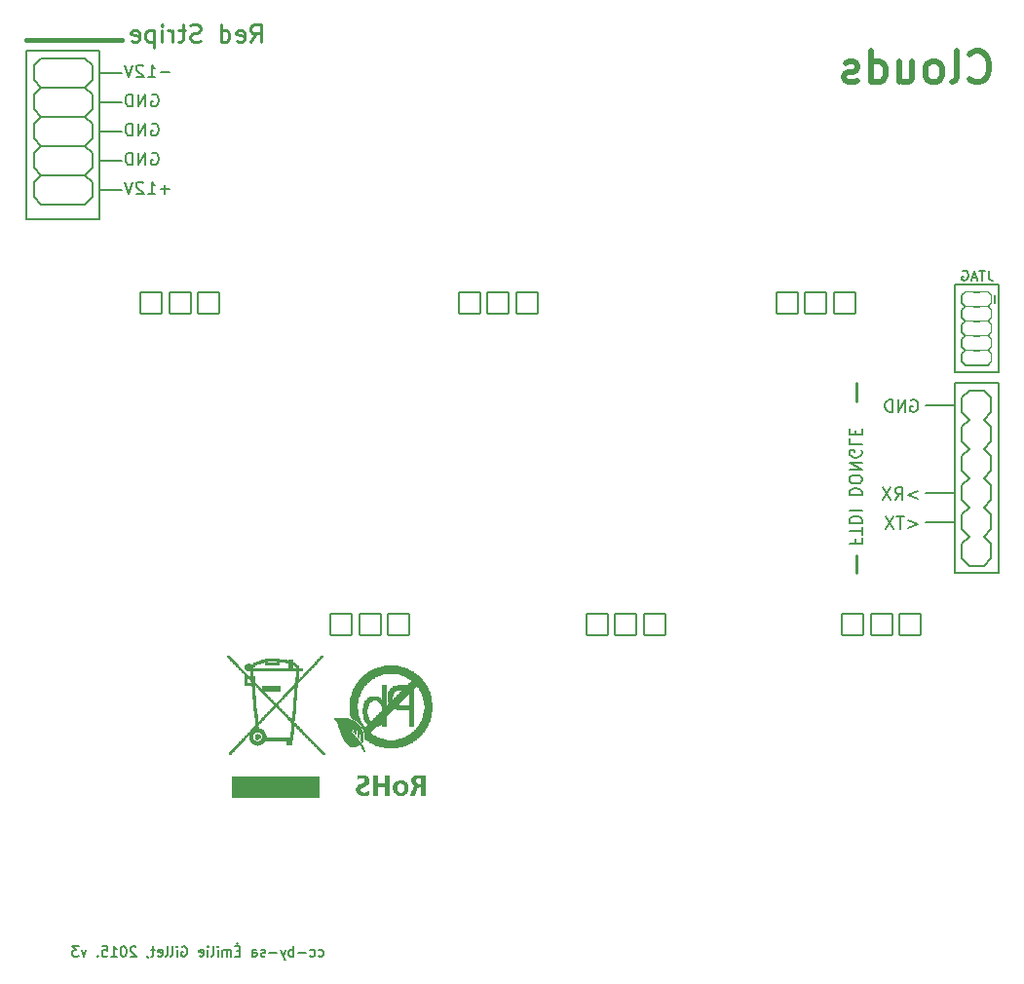
<source format=gbr>
%TF.GenerationSoftware,KiCad,Pcbnew,(6.0.11-0)*%
%TF.CreationDate,2023-05-21T13:26:47+02:00*%
%TF.ProjectId,clouds,636c6f75-6473-42e6-9b69-6361645f7063,rev?*%
%TF.SameCoordinates,Original*%
%TF.FileFunction,Legend,Bot*%
%TF.FilePolarity,Positive*%
%FSLAX46Y46*%
G04 Gerber Fmt 4.6, Leading zero omitted, Abs format (unit mm)*
G04 Created by KiCad (PCBNEW (6.0.11-0)) date 2023-05-21 13:26:47*
%MOMM*%
%LPD*%
G01*
G04 APERTURE LIST*
G04 Aperture macros list*
%AMRoundRect*
0 Rectangle with rounded corners*
0 $1 Rounding radius*
0 $2 $3 $4 $5 $6 $7 $8 $9 X,Y pos of 4 corners*
0 Add a 4 corners polygon primitive as box body*
4,1,4,$2,$3,$4,$5,$6,$7,$8,$9,$2,$3,0*
0 Add four circle primitives for the rounded corners*
1,1,$1+$1,$2,$3*
1,1,$1+$1,$4,$5*
1,1,$1+$1,$6,$7*
1,1,$1+$1,$8,$9*
0 Add four rect primitives between the rounded corners*
20,1,$1+$1,$2,$3,$4,$5,0*
20,1,$1+$1,$4,$5,$6,$7,0*
20,1,$1+$1,$6,$7,$8,$9,0*
20,1,$1+$1,$8,$9,$2,$3,0*%
%AMFreePoly0*
4,1,25,0.269922,0.591773,0.274824,0.587282,0.587282,0.274824,0.609310,0.227583,0.609600,0.220942,0.609600,-0.220942,0.591773,-0.269922,0.587282,-0.274824,0.274824,-0.587282,0.227583,-0.609310,0.220942,-0.609600,-0.220942,-0.609600,-0.269922,-0.591773,-0.274824,-0.587282,-0.587282,-0.274824,-0.609310,-0.227583,-0.609600,-0.220942,-0.609600,0.220942,-0.591773,0.269922,-0.587282,0.274824,
-0.274824,0.587282,-0.227583,0.609310,-0.220942,0.609600,0.220942,0.609600,0.269922,0.591773,0.269922,0.591773,$1*%
%AMFreePoly1*
4,1,25,0.438258,0.998173,0.443160,0.993682,0.993682,0.443160,1.015710,0.395919,1.016000,0.389278,1.016000,-0.389278,0.998173,-0.438258,0.993682,-0.443160,0.443160,-0.993682,0.395919,-1.015710,0.389278,-1.016000,-0.389278,-1.016000,-0.438258,-0.998173,-0.443160,-0.993682,-0.993682,-0.443160,-1.015710,-0.395919,-1.016000,-0.389278,-1.016000,0.389278,-0.998173,0.438258,-0.993682,0.443160,
-0.443160,0.993682,-0.395919,1.015710,-0.389278,1.016000,0.389278,1.016000,0.438258,0.998173,0.438258,0.998173,$1*%
%AMFreePoly2*
4,1,25,0.575031,1.328373,0.579933,1.323882,1.323882,0.579933,1.345910,0.532692,1.346200,0.526051,1.346200,-0.526051,1.328373,-0.575031,1.323882,-0.579933,0.579933,-1.323882,0.532692,-1.345910,0.526051,-1.346200,-0.526051,-1.346200,-0.575031,-1.328373,-0.579933,-1.323882,-1.323882,-0.579933,-1.345910,-0.532692,-1.346200,-0.526051,-1.346200,0.526051,-1.328373,0.575031,-1.323882,0.579933,
-0.579933,1.323882,-0.532692,1.345910,-0.526051,1.346200,0.526051,1.346200,0.575031,1.328373,0.575031,1.328373,$1*%
%AMFreePoly3*
4,1,25,0.278123,0.611573,0.283025,0.607082,0.607082,0.283025,0.629110,0.235784,0.629400,0.229143,0.629400,-0.229143,0.611573,-0.278123,0.607082,-0.283025,0.283025,-0.607082,0.235784,-0.629110,0.229143,-0.629400,-0.229143,-0.629400,-0.278123,-0.611573,-0.283025,-0.607082,-0.607082,-0.283025,-0.629110,-0.235784,-0.629400,-0.229143,-0.629400,0.229143,-0.611573,0.278123,-0.607082,0.283025,
-0.283025,0.607082,-0.235784,0.629110,-0.229143,0.629400,0.229143,0.629400,0.278123,0.611573,0.278123,0.611573,$1*%
%AMFreePoly4*
4,1,25,0.396174,0.896573,0.401076,0.892082,0.892082,0.401076,0.914110,0.353835,0.914400,0.347194,0.914400,-0.347194,0.896573,-0.396174,0.892082,-0.401076,0.401076,-0.892082,0.353835,-0.914110,0.347194,-0.914400,-0.347194,-0.914400,-0.396174,-0.896573,-0.401076,-0.892082,-0.892082,-0.401076,-0.914110,-0.353835,-0.914400,-0.347194,-0.914400,0.347194,-0.896573,0.396174,-0.892082,0.401076,
-0.401076,0.892082,-0.353835,0.914110,-0.347194,0.914400,0.347194,0.914400,0.396174,0.896573,0.396174,0.896573,$1*%
%AMFreePoly5*
4,1,25,0.838057,1.963373,0.842959,1.958882,1.958882,0.842959,1.980910,0.795718,1.981200,0.789077,1.981200,-0.789077,1.963373,-0.838057,1.958882,-0.842959,0.842959,-1.958882,0.795718,-1.980910,0.789077,-1.981200,-0.789077,-1.981200,-0.838057,-1.963373,-0.842959,-1.958882,-1.958882,-0.842959,-1.980910,-0.795718,-1.981200,-0.789077,-1.981200,0.789077,-1.963373,0.838057,-1.958882,0.842959,
-0.842959,1.958882,-0.795718,1.980910,-0.789077,1.981200,0.789077,1.981200,0.838057,1.963373,0.838057,1.963373,$1*%
%AMFreePoly6*
4,1,25,0.380351,0.858373,0.385253,0.853882,0.853882,0.385253,0.875910,0.338012,0.876200,0.331371,0.876200,-0.331371,0.858373,-0.380351,0.853882,-0.385253,0.385253,-0.853882,0.338012,-0.875910,0.331371,-0.876200,-0.331371,-0.876200,-0.380351,-0.858373,-0.385253,-0.853882,-0.853882,-0.385253,-0.875910,-0.338012,-0.876200,-0.331371,-0.876200,0.331371,-0.858373,0.380351,-0.853882,0.385253,
-0.385253,0.853882,-0.338012,0.875910,-0.331371,0.876200,0.331371,0.876200,0.380351,0.858373,0.380351,0.858373,$1*%
%AMFreePoly7*
4,1,25,0.417216,0.947373,0.422118,0.942882,0.942882,0.422118,0.964910,0.374877,0.965200,0.368236,0.965200,-0.368236,0.947373,-0.417216,0.942882,-0.422118,0.422118,-0.942882,0.374877,-0.964910,0.368236,-0.965200,-0.368236,-0.965200,-0.417216,-0.947373,-0.422118,-0.942882,-0.942882,-0.422118,-0.964910,-0.374877,-0.965200,-0.368236,-0.965200,0.368236,-0.947373,0.417216,-0.942882,0.422118,
-0.422118,0.942882,-0.374877,0.964910,-0.368236,0.965200,0.368236,0.965200,0.417216,0.947373,0.417216,0.947373,$1*%
G04 Aperture macros list end*
%ADD10C,0.152400*%
%ADD11C,0.406400*%
%ADD12C,0.254000*%
%ADD13C,0.190500*%
%ADD14C,0.266700*%
%ADD15C,0.476250*%
%ADD16C,0.203200*%
%ADD17FreePoly0,270.000000*%
%ADD18C,2.032000*%
%ADD19FreePoly1,90.000000*%
%ADD20FreePoly2,90.000000*%
%ADD21RoundRect,0.076200X0.939800X-0.939800X0.939800X0.939800X-0.939800X0.939800X-0.939800X-0.939800X0*%
%ADD22FreePoly3,0.000000*%
%ADD23C,1.502400*%
%ADD24FreePoly4,180.000000*%
%ADD25FreePoly5,90.000000*%
%ADD26FreePoly6,0.000000*%
%ADD27C,2.200000*%
%ADD28FreePoly7,90.000000*%
G04 APERTURE END LIST*
D10*
X113576100Y-66268600D02*
X107226100Y-66268600D01*
X107226100Y-66268600D02*
X107226100Y-80873600D01*
X107226100Y-80873600D02*
X113576100Y-80873600D01*
X113576100Y-80873600D02*
X113576100Y-78333600D01*
X113576100Y-78333600D02*
X113576100Y-75793600D01*
X113576100Y-75793600D02*
X113576100Y-73253600D01*
X113576100Y-73253600D02*
X113576100Y-70713600D01*
X113576100Y-70713600D02*
X113576100Y-68173600D01*
X113576100Y-68173600D02*
X113576100Y-66268600D01*
D11*
X115481100Y-65316100D02*
X107226100Y-65316100D01*
D10*
X187871100Y-86588600D02*
X191681100Y-86588600D01*
X191681100Y-86588600D02*
X191681100Y-94208600D01*
X191681100Y-94208600D02*
X187871100Y-94208600D01*
X187871100Y-94208600D02*
X187871100Y-86588600D01*
X187871100Y-95161100D02*
X191681100Y-95161100D01*
X191681100Y-95161100D02*
X191681100Y-111671100D01*
X191681100Y-111671100D02*
X187871100Y-111671100D01*
X187871100Y-111671100D02*
X187871100Y-95161100D01*
D12*
X179298600Y-96748600D02*
X179298600Y-95161100D01*
X179298600Y-111671100D02*
X179298600Y-110083600D01*
D10*
X113576100Y-68173600D02*
X115481100Y-68173600D01*
X113576100Y-73253600D02*
X115481100Y-73253600D01*
X113576100Y-78333600D02*
X115481100Y-78333600D01*
X113576100Y-70713600D02*
X115481100Y-70713600D01*
X113576100Y-75793600D02*
X115481100Y-75793600D01*
X185331100Y-97066100D02*
X187871100Y-97066100D01*
X187871100Y-104686100D02*
X185331100Y-104686100D01*
X187871100Y-107226100D02*
X185331100Y-107226100D01*
X190812178Y-85366376D02*
X190812178Y-85983233D01*
X190853301Y-86106604D01*
X190935549Y-86188852D01*
X191058920Y-86229976D01*
X191141168Y-86229976D01*
X190524311Y-85366376D02*
X190030825Y-85366376D01*
X190277568Y-86229976D02*
X190277568Y-85366376D01*
X189784082Y-85983233D02*
X189372844Y-85983233D01*
X189866330Y-86229976D02*
X189578463Y-85366376D01*
X189290597Y-86229976D01*
X188550368Y-85407500D02*
X188632616Y-85366376D01*
X188755987Y-85366376D01*
X188879359Y-85407500D01*
X188961606Y-85489747D01*
X189002730Y-85571995D01*
X189043854Y-85736490D01*
X189043854Y-85859861D01*
X189002730Y-86024357D01*
X188961606Y-86106604D01*
X188879359Y-86188852D01*
X188755987Y-86229976D01*
X188673740Y-86229976D01*
X188550368Y-86188852D01*
X188509244Y-86147728D01*
X188509244Y-85859861D01*
X188673740Y-85859861D01*
D13*
X184067298Y-96621600D02*
X184170108Y-96570195D01*
X184324322Y-96570195D01*
X184478536Y-96621600D01*
X184581346Y-96724409D01*
X184632751Y-96827219D01*
X184684155Y-97032838D01*
X184684155Y-97187052D01*
X184632751Y-97392671D01*
X184581346Y-97495480D01*
X184478536Y-97598290D01*
X184324322Y-97649695D01*
X184221513Y-97649695D01*
X184067298Y-97598290D01*
X184015894Y-97546885D01*
X184015894Y-97187052D01*
X184221513Y-97187052D01*
X183553251Y-97649695D02*
X183553251Y-96570195D01*
X182936394Y-97649695D01*
X182936394Y-96570195D01*
X182422346Y-97649695D02*
X182422346Y-96570195D01*
X182165322Y-96570195D01*
X182011108Y-96621600D01*
X181908298Y-96724409D01*
X181856894Y-96827219D01*
X181805489Y-97032838D01*
X181805489Y-97187052D01*
X181856894Y-97392671D01*
X181908298Y-97495480D01*
X182011108Y-97598290D01*
X182165322Y-97649695D01*
X182422346Y-97649695D01*
X184632751Y-104550028D02*
X183810275Y-104858457D01*
X184632751Y-105166885D01*
X182679370Y-105269695D02*
X183039203Y-104755647D01*
X183296227Y-105269695D02*
X183296227Y-104190195D01*
X182884989Y-104190195D01*
X182782179Y-104241600D01*
X182730775Y-104293004D01*
X182679370Y-104395814D01*
X182679370Y-104550028D01*
X182730775Y-104652838D01*
X182782179Y-104704242D01*
X182884989Y-104755647D01*
X183296227Y-104755647D01*
X182319536Y-104190195D02*
X181599870Y-105269695D01*
X181599870Y-104190195D02*
X182319536Y-105269695D01*
X183810275Y-107090028D02*
X184632751Y-107398457D01*
X183810275Y-107706885D01*
X183450441Y-106730195D02*
X182833584Y-106730195D01*
X183142013Y-107809695D02*
X183142013Y-106730195D01*
X182576560Y-106730195D02*
X181856894Y-107809695D01*
X181856894Y-106730195D02*
X182576560Y-107809695D01*
X119665901Y-78315457D02*
X118843425Y-78315457D01*
X119254663Y-78726695D02*
X119254663Y-77904219D01*
X117763925Y-78726695D02*
X118380782Y-78726695D01*
X118072353Y-78726695D02*
X118072353Y-77647195D01*
X118175163Y-77801409D01*
X118277972Y-77904219D01*
X118380782Y-77955623D01*
X117352686Y-77750004D02*
X117301282Y-77698600D01*
X117198472Y-77647195D01*
X116941448Y-77647195D01*
X116838639Y-77698600D01*
X116787234Y-77750004D01*
X116735829Y-77852814D01*
X116735829Y-77955623D01*
X116787234Y-78109838D01*
X117404091Y-78726695D01*
X116735829Y-78726695D01*
X116427401Y-77647195D02*
X116067567Y-78726695D01*
X115707734Y-77647195D01*
X119665901Y-68155457D02*
X118843425Y-68155457D01*
X117763925Y-68566695D02*
X118380782Y-68566695D01*
X118072353Y-68566695D02*
X118072353Y-67487195D01*
X118175163Y-67641409D01*
X118277972Y-67744219D01*
X118380782Y-67795623D01*
X117352686Y-67590004D02*
X117301282Y-67538600D01*
X117198472Y-67487195D01*
X116941448Y-67487195D01*
X116838639Y-67538600D01*
X116787234Y-67590004D01*
X116735829Y-67692814D01*
X116735829Y-67795623D01*
X116787234Y-67949838D01*
X117404091Y-68566695D01*
X116735829Y-68566695D01*
X116427401Y-67487195D02*
X116067567Y-68566695D01*
X115707734Y-67487195D01*
X118072353Y-72618600D02*
X118175163Y-72567195D01*
X118329377Y-72567195D01*
X118483591Y-72618600D01*
X118586401Y-72721409D01*
X118637805Y-72824219D01*
X118689210Y-73029838D01*
X118689210Y-73184052D01*
X118637805Y-73389671D01*
X118586401Y-73492480D01*
X118483591Y-73595290D01*
X118329377Y-73646695D01*
X118226567Y-73646695D01*
X118072353Y-73595290D01*
X118020948Y-73543885D01*
X118020948Y-73184052D01*
X118226567Y-73184052D01*
X117558305Y-73646695D02*
X117558305Y-72567195D01*
X116941448Y-73646695D01*
X116941448Y-72567195D01*
X116427401Y-73646695D02*
X116427401Y-72567195D01*
X116170377Y-72567195D01*
X116016163Y-72618600D01*
X115913353Y-72721409D01*
X115861948Y-72824219D01*
X115810544Y-73029838D01*
X115810544Y-73184052D01*
X115861948Y-73389671D01*
X115913353Y-73492480D01*
X116016163Y-73595290D01*
X116170377Y-73646695D01*
X116427401Y-73646695D01*
D14*
X126694988Y-65485433D02*
X127198755Y-64765766D01*
X127558588Y-65485433D02*
X127558588Y-63974133D01*
X126982855Y-63974133D01*
X126838921Y-64046100D01*
X126766955Y-64118066D01*
X126694988Y-64262000D01*
X126694988Y-64477900D01*
X126766955Y-64621833D01*
X126838921Y-64693800D01*
X126982855Y-64765766D01*
X127558588Y-64765766D01*
X125471555Y-65413466D02*
X125615488Y-65485433D01*
X125903355Y-65485433D01*
X126047288Y-65413466D01*
X126119255Y-65269533D01*
X126119255Y-64693800D01*
X126047288Y-64549866D01*
X125903355Y-64477900D01*
X125615488Y-64477900D01*
X125471555Y-64549866D01*
X125399588Y-64693800D01*
X125399588Y-64837733D01*
X126119255Y-64981666D01*
X124104188Y-65485433D02*
X124104188Y-63974133D01*
X124104188Y-65413466D02*
X124248121Y-65485433D01*
X124535988Y-65485433D01*
X124679921Y-65413466D01*
X124751888Y-65341500D01*
X124823855Y-65197566D01*
X124823855Y-64765766D01*
X124751888Y-64621833D01*
X124679921Y-64549866D01*
X124535988Y-64477900D01*
X124248121Y-64477900D01*
X124104188Y-64549866D01*
X122305021Y-65413466D02*
X122089121Y-65485433D01*
X121729288Y-65485433D01*
X121585355Y-65413466D01*
X121513388Y-65341500D01*
X121441421Y-65197566D01*
X121441421Y-65053633D01*
X121513388Y-64909700D01*
X121585355Y-64837733D01*
X121729288Y-64765766D01*
X122017155Y-64693800D01*
X122161088Y-64621833D01*
X122233055Y-64549866D01*
X122305021Y-64405933D01*
X122305021Y-64262000D01*
X122233055Y-64118066D01*
X122161088Y-64046100D01*
X122017155Y-63974133D01*
X121657321Y-63974133D01*
X121441421Y-64046100D01*
X121009621Y-64477900D02*
X120433888Y-64477900D01*
X120793721Y-63974133D02*
X120793721Y-65269533D01*
X120721755Y-65413466D01*
X120577821Y-65485433D01*
X120433888Y-65485433D01*
X119930121Y-65485433D02*
X119930121Y-64477900D01*
X119930121Y-64765766D02*
X119858155Y-64621833D01*
X119786188Y-64549866D01*
X119642255Y-64477900D01*
X119498321Y-64477900D01*
X118994555Y-65485433D02*
X118994555Y-64477900D01*
X118994555Y-63974133D02*
X119066521Y-64046100D01*
X118994555Y-64118066D01*
X118922588Y-64046100D01*
X118994555Y-63974133D01*
X118994555Y-64118066D01*
X118274888Y-64477900D02*
X118274888Y-65989200D01*
X118274888Y-64549866D02*
X118130955Y-64477900D01*
X117843088Y-64477900D01*
X117699155Y-64549866D01*
X117627188Y-64621833D01*
X117555221Y-64765766D01*
X117555221Y-65197566D01*
X117627188Y-65341500D01*
X117699155Y-65413466D01*
X117843088Y-65485433D01*
X118130955Y-65485433D01*
X118274888Y-65413466D01*
X116331788Y-65413466D02*
X116475721Y-65485433D01*
X116763588Y-65485433D01*
X116907521Y-65413466D01*
X116979488Y-65269533D01*
X116979488Y-64693800D01*
X116907521Y-64549866D01*
X116763588Y-64477900D01*
X116475721Y-64477900D01*
X116331788Y-64549866D01*
X116259821Y-64693800D01*
X116259821Y-64837733D01*
X116979488Y-64981666D01*
D10*
X132586306Y-144926352D02*
X132668554Y-144967476D01*
X132833049Y-144967476D01*
X132915297Y-144926352D01*
X132956420Y-144885228D01*
X132997544Y-144802980D01*
X132997544Y-144556238D01*
X132956420Y-144473990D01*
X132915297Y-144432866D01*
X132833049Y-144391742D01*
X132668554Y-144391742D01*
X132586306Y-144432866D01*
X131846078Y-144926352D02*
X131928325Y-144967476D01*
X132092820Y-144967476D01*
X132175068Y-144926352D01*
X132216192Y-144885228D01*
X132257316Y-144802980D01*
X132257316Y-144556238D01*
X132216192Y-144473990D01*
X132175068Y-144432866D01*
X132092820Y-144391742D01*
X131928325Y-144391742D01*
X131846078Y-144432866D01*
X131475963Y-144638485D02*
X130817982Y-144638485D01*
X130406744Y-144967476D02*
X130406744Y-144103876D01*
X130406744Y-144432866D02*
X130324497Y-144391742D01*
X130160001Y-144391742D01*
X130077754Y-144432866D01*
X130036630Y-144473990D01*
X129995506Y-144556238D01*
X129995506Y-144802980D01*
X130036630Y-144885228D01*
X130077754Y-144926352D01*
X130160001Y-144967476D01*
X130324497Y-144967476D01*
X130406744Y-144926352D01*
X129707640Y-144391742D02*
X129502020Y-144967476D01*
X129296401Y-144391742D02*
X129502020Y-144967476D01*
X129584268Y-145173095D01*
X129625392Y-145214219D01*
X129707640Y-145255342D01*
X128967411Y-144638485D02*
X128309430Y-144638485D01*
X127939316Y-144926352D02*
X127857068Y-144967476D01*
X127692573Y-144967476D01*
X127610325Y-144926352D01*
X127569201Y-144844104D01*
X127569201Y-144802980D01*
X127610325Y-144720733D01*
X127692573Y-144679609D01*
X127815944Y-144679609D01*
X127898192Y-144638485D01*
X127939316Y-144556238D01*
X127939316Y-144515114D01*
X127898192Y-144432866D01*
X127815944Y-144391742D01*
X127692573Y-144391742D01*
X127610325Y-144432866D01*
X126828973Y-144967476D02*
X126828973Y-144515114D01*
X126870097Y-144432866D01*
X126952344Y-144391742D01*
X127116840Y-144391742D01*
X127199087Y-144432866D01*
X126828973Y-144926352D02*
X126911220Y-144967476D01*
X127116840Y-144967476D01*
X127199087Y-144926352D01*
X127240211Y-144844104D01*
X127240211Y-144761857D01*
X127199087Y-144679609D01*
X127116840Y-144638485D01*
X126911220Y-144638485D01*
X126828973Y-144597361D01*
X125759754Y-144515114D02*
X125471887Y-144515114D01*
X125348516Y-144967476D02*
X125759754Y-144967476D01*
X125759754Y-144103876D01*
X125348516Y-144103876D01*
X125471887Y-143774885D02*
X125595259Y-143898257D01*
X124978401Y-144967476D02*
X124978401Y-144391742D01*
X124978401Y-144473990D02*
X124937278Y-144432866D01*
X124855030Y-144391742D01*
X124731659Y-144391742D01*
X124649411Y-144432866D01*
X124608287Y-144515114D01*
X124608287Y-144967476D01*
X124608287Y-144515114D02*
X124567163Y-144432866D01*
X124484916Y-144391742D01*
X124361544Y-144391742D01*
X124279297Y-144432866D01*
X124238173Y-144515114D01*
X124238173Y-144967476D01*
X123826935Y-144967476D02*
X123826935Y-144391742D01*
X123826935Y-144103876D02*
X123868059Y-144145000D01*
X123826935Y-144186123D01*
X123785811Y-144145000D01*
X123826935Y-144103876D01*
X123826935Y-144186123D01*
X123292325Y-144967476D02*
X123374573Y-144926352D01*
X123415697Y-144844104D01*
X123415697Y-144103876D01*
X122963335Y-144967476D02*
X122963335Y-144391742D01*
X122963335Y-144103876D02*
X123004459Y-144145000D01*
X122963335Y-144186123D01*
X122922211Y-144145000D01*
X122963335Y-144103876D01*
X122963335Y-144186123D01*
X122223106Y-144926352D02*
X122305354Y-144967476D01*
X122469849Y-144967476D01*
X122552097Y-144926352D01*
X122593220Y-144844104D01*
X122593220Y-144515114D01*
X122552097Y-144432866D01*
X122469849Y-144391742D01*
X122305354Y-144391742D01*
X122223106Y-144432866D01*
X122181982Y-144515114D01*
X122181982Y-144597361D01*
X122593220Y-144679609D01*
X120701525Y-144145000D02*
X120783773Y-144103876D01*
X120907144Y-144103876D01*
X121030516Y-144145000D01*
X121112763Y-144227247D01*
X121153887Y-144309495D01*
X121195011Y-144473990D01*
X121195011Y-144597361D01*
X121153887Y-144761857D01*
X121112763Y-144844104D01*
X121030516Y-144926352D01*
X120907144Y-144967476D01*
X120824897Y-144967476D01*
X120701525Y-144926352D01*
X120660401Y-144885228D01*
X120660401Y-144597361D01*
X120824897Y-144597361D01*
X120290287Y-144967476D02*
X120290287Y-144391742D01*
X120290287Y-144103876D02*
X120331411Y-144145000D01*
X120290287Y-144186123D01*
X120249163Y-144145000D01*
X120290287Y-144103876D01*
X120290287Y-144186123D01*
X119755678Y-144967476D02*
X119837925Y-144926352D01*
X119879049Y-144844104D01*
X119879049Y-144103876D01*
X119303316Y-144967476D02*
X119385563Y-144926352D01*
X119426687Y-144844104D01*
X119426687Y-144103876D01*
X118645335Y-144926352D02*
X118727582Y-144967476D01*
X118892078Y-144967476D01*
X118974325Y-144926352D01*
X119015449Y-144844104D01*
X119015449Y-144515114D01*
X118974325Y-144432866D01*
X118892078Y-144391742D01*
X118727582Y-144391742D01*
X118645335Y-144432866D01*
X118604211Y-144515114D01*
X118604211Y-144597361D01*
X119015449Y-144679609D01*
X118357468Y-144391742D02*
X118028478Y-144391742D01*
X118234097Y-144103876D02*
X118234097Y-144844104D01*
X118192973Y-144926352D01*
X118110725Y-144967476D01*
X118028478Y-144967476D01*
X117699487Y-144926352D02*
X117699487Y-144967476D01*
X117740611Y-145049723D01*
X117781735Y-145090847D01*
X116712516Y-144186123D02*
X116671392Y-144145000D01*
X116589144Y-144103876D01*
X116383525Y-144103876D01*
X116301278Y-144145000D01*
X116260154Y-144186123D01*
X116219030Y-144268371D01*
X116219030Y-144350619D01*
X116260154Y-144473990D01*
X116753640Y-144967476D01*
X116219030Y-144967476D01*
X115684420Y-144103876D02*
X115602173Y-144103876D01*
X115519925Y-144145000D01*
X115478801Y-144186123D01*
X115437678Y-144268371D01*
X115396554Y-144432866D01*
X115396554Y-144638485D01*
X115437678Y-144802980D01*
X115478801Y-144885228D01*
X115519925Y-144926352D01*
X115602173Y-144967476D01*
X115684420Y-144967476D01*
X115766668Y-144926352D01*
X115807792Y-144885228D01*
X115848916Y-144802980D01*
X115890040Y-144638485D01*
X115890040Y-144432866D01*
X115848916Y-144268371D01*
X115807792Y-144186123D01*
X115766668Y-144145000D01*
X115684420Y-144103876D01*
X114574078Y-144967476D02*
X115067563Y-144967476D01*
X114820820Y-144967476D02*
X114820820Y-144103876D01*
X114903068Y-144227247D01*
X114985316Y-144309495D01*
X115067563Y-144350619D01*
X113792725Y-144103876D02*
X114203963Y-144103876D01*
X114245087Y-144515114D01*
X114203963Y-144473990D01*
X114121716Y-144432866D01*
X113916097Y-144432866D01*
X113833849Y-144473990D01*
X113792725Y-144515114D01*
X113751601Y-144597361D01*
X113751601Y-144802980D01*
X113792725Y-144885228D01*
X113833849Y-144926352D01*
X113916097Y-144967476D01*
X114121716Y-144967476D01*
X114203963Y-144926352D01*
X114245087Y-144885228D01*
X113381487Y-144885228D02*
X113340363Y-144926352D01*
X113381487Y-144967476D01*
X113422611Y-144926352D01*
X113381487Y-144885228D01*
X113381487Y-144967476D01*
X112394516Y-144391742D02*
X112188897Y-144967476D01*
X111983278Y-144391742D01*
X111736535Y-144103876D02*
X111201925Y-144103876D01*
X111489792Y-144432866D01*
X111366420Y-144432866D01*
X111284173Y-144473990D01*
X111243049Y-144515114D01*
X111201925Y-144597361D01*
X111201925Y-144802980D01*
X111243049Y-144885228D01*
X111284173Y-144926352D01*
X111366420Y-144967476D01*
X111613163Y-144967476D01*
X111695411Y-144926352D01*
X111736535Y-144885228D01*
D13*
X179280457Y-108707917D02*
X179280457Y-109067751D01*
X178715004Y-109067751D02*
X179794504Y-109067751D01*
X179794504Y-108553703D01*
X179794504Y-108296679D02*
X179794504Y-107679822D01*
X178715004Y-107988251D02*
X179794504Y-107988251D01*
X178715004Y-107319989D02*
X179794504Y-107319989D01*
X179794504Y-107062965D01*
X179743100Y-106908751D01*
X179640290Y-106805941D01*
X179537480Y-106754536D01*
X179331861Y-106703132D01*
X179177647Y-106703132D01*
X178972028Y-106754536D01*
X178869219Y-106805941D01*
X178766409Y-106908751D01*
X178715004Y-107062965D01*
X178715004Y-107319989D01*
X178715004Y-106240489D02*
X179794504Y-106240489D01*
X178715004Y-104903965D02*
X179794504Y-104903965D01*
X179794504Y-104646941D01*
X179743100Y-104492727D01*
X179640290Y-104389917D01*
X179537480Y-104338513D01*
X179331861Y-104287108D01*
X179177647Y-104287108D01*
X178972028Y-104338513D01*
X178869219Y-104389917D01*
X178766409Y-104492727D01*
X178715004Y-104646941D01*
X178715004Y-104903965D01*
X179794504Y-103618846D02*
X179794504Y-103413227D01*
X179743100Y-103310417D01*
X179640290Y-103207608D01*
X179434671Y-103156203D01*
X179074838Y-103156203D01*
X178869219Y-103207608D01*
X178766409Y-103310417D01*
X178715004Y-103413227D01*
X178715004Y-103618846D01*
X178766409Y-103721655D01*
X178869219Y-103824465D01*
X179074838Y-103875870D01*
X179434671Y-103875870D01*
X179640290Y-103824465D01*
X179743100Y-103721655D01*
X179794504Y-103618846D01*
X178715004Y-102693560D02*
X179794504Y-102693560D01*
X178715004Y-102076703D01*
X179794504Y-102076703D01*
X179743100Y-100997203D02*
X179794504Y-101100013D01*
X179794504Y-101254227D01*
X179743100Y-101408441D01*
X179640290Y-101511251D01*
X179537480Y-101562655D01*
X179331861Y-101614060D01*
X179177647Y-101614060D01*
X178972028Y-101562655D01*
X178869219Y-101511251D01*
X178766409Y-101408441D01*
X178715004Y-101254227D01*
X178715004Y-101151417D01*
X178766409Y-100997203D01*
X178817814Y-100945798D01*
X179177647Y-100945798D01*
X179177647Y-101151417D01*
X178715004Y-99969108D02*
X178715004Y-100483155D01*
X179794504Y-100483155D01*
X179280457Y-99609275D02*
X179280457Y-99249441D01*
X178715004Y-99095227D02*
X178715004Y-99609275D01*
X179794504Y-99609275D01*
X179794504Y-99095227D01*
X118072353Y-70078600D02*
X118175163Y-70027195D01*
X118329377Y-70027195D01*
X118483591Y-70078600D01*
X118586401Y-70181409D01*
X118637805Y-70284219D01*
X118689210Y-70489838D01*
X118689210Y-70644052D01*
X118637805Y-70849671D01*
X118586401Y-70952480D01*
X118483591Y-71055290D01*
X118329377Y-71106695D01*
X118226567Y-71106695D01*
X118072353Y-71055290D01*
X118020948Y-71003885D01*
X118020948Y-70644052D01*
X118226567Y-70644052D01*
X117558305Y-71106695D02*
X117558305Y-70027195D01*
X116941448Y-71106695D01*
X116941448Y-70027195D01*
X116427401Y-71106695D02*
X116427401Y-70027195D01*
X116170377Y-70027195D01*
X116016163Y-70078600D01*
X115913353Y-70181409D01*
X115861948Y-70284219D01*
X115810544Y-70489838D01*
X115810544Y-70644052D01*
X115861948Y-70849671D01*
X115913353Y-70952480D01*
X116016163Y-71055290D01*
X116170377Y-71106695D01*
X116427401Y-71106695D01*
X118072353Y-75158600D02*
X118175163Y-75107195D01*
X118329377Y-75107195D01*
X118483591Y-75158600D01*
X118586401Y-75261409D01*
X118637805Y-75364219D01*
X118689210Y-75569838D01*
X118689210Y-75724052D01*
X118637805Y-75929671D01*
X118586401Y-76032480D01*
X118483591Y-76135290D01*
X118329377Y-76186695D01*
X118226567Y-76186695D01*
X118072353Y-76135290D01*
X118020948Y-76083885D01*
X118020948Y-75724052D01*
X118226567Y-75724052D01*
X117558305Y-76186695D02*
X117558305Y-75107195D01*
X116941448Y-76186695D01*
X116941448Y-75107195D01*
X116427401Y-76186695D02*
X116427401Y-75107195D01*
X116170377Y-75107195D01*
X116016163Y-75158600D01*
X115913353Y-75261409D01*
X115861948Y-75364219D01*
X115810544Y-75569838D01*
X115810544Y-75724052D01*
X115861948Y-75929671D01*
X115913353Y-76032480D01*
X116016163Y-76135290D01*
X116170377Y-76186695D01*
X116427401Y-76186695D01*
D15*
X189186835Y-68740564D02*
X189315347Y-68869076D01*
X189700882Y-68997588D01*
X189957906Y-68997588D01*
X190343442Y-68869076D01*
X190600466Y-68612052D01*
X190728977Y-68355028D01*
X190857489Y-67840980D01*
X190857489Y-67455445D01*
X190728977Y-66941397D01*
X190600466Y-66684373D01*
X190343442Y-66427350D01*
X189957906Y-66298838D01*
X189700882Y-66298838D01*
X189315347Y-66427350D01*
X189186835Y-66555861D01*
X187644692Y-68997588D02*
X187901716Y-68869076D01*
X188030227Y-68612052D01*
X188030227Y-66298838D01*
X186231061Y-68997588D02*
X186488085Y-68869076D01*
X186616597Y-68740564D01*
X186745108Y-68483540D01*
X186745108Y-67712469D01*
X186616597Y-67455445D01*
X186488085Y-67326933D01*
X186231061Y-67198421D01*
X185845525Y-67198421D01*
X185588501Y-67326933D01*
X185459989Y-67455445D01*
X185331477Y-67712469D01*
X185331477Y-68483540D01*
X185459989Y-68740564D01*
X185588501Y-68869076D01*
X185845525Y-68997588D01*
X186231061Y-68997588D01*
X183018263Y-67198421D02*
X183018263Y-68997588D01*
X184174870Y-67198421D02*
X184174870Y-68612052D01*
X184046358Y-68869076D01*
X183789335Y-68997588D01*
X183403799Y-68997588D01*
X183146775Y-68869076D01*
X183018263Y-68740564D01*
X180576537Y-68997588D02*
X180576537Y-66298838D01*
X180576537Y-68869076D02*
X180833561Y-68997588D01*
X181347608Y-68997588D01*
X181604632Y-68869076D01*
X181733144Y-68740564D01*
X181861656Y-68483540D01*
X181861656Y-67712469D01*
X181733144Y-67455445D01*
X181604632Y-67326933D01*
X181347608Y-67198421D01*
X180833561Y-67198421D01*
X180576537Y-67326933D01*
X179419930Y-68869076D02*
X179162906Y-68997588D01*
X178648858Y-68997588D01*
X178391835Y-68869076D01*
X178263323Y-68612052D01*
X178263323Y-68483540D01*
X178391835Y-68226516D01*
X178648858Y-68098004D01*
X179034394Y-68098004D01*
X179291418Y-67969492D01*
X179419930Y-67712469D01*
X179419930Y-67583957D01*
X179291418Y-67326933D01*
X179034394Y-67198421D01*
X178648858Y-67198421D01*
X178391835Y-67326933D01*
D16*
%TO.C,JP2*%
X191363600Y-87541100D02*
X191363600Y-88176100D01*
D10*
X191046100Y-92621100D02*
X191046100Y-93256100D01*
X188823600Y-93573600D02*
X190728600Y-93573600D01*
X188506100Y-93256100D02*
X188823600Y-93573600D01*
X188506100Y-92621100D02*
X188506100Y-93256100D01*
X188823600Y-92303600D02*
X188506100Y-92621100D01*
X191046100Y-93256100D02*
X190728600Y-93573600D01*
X190728600Y-92303600D02*
X191046100Y-92621100D01*
X191046100Y-87541100D02*
X191046100Y-88176100D01*
X191046100Y-88811100D02*
X191046100Y-89446100D01*
X191046100Y-90081100D02*
X191046100Y-90716100D01*
X191046100Y-91351100D02*
X191046100Y-91986100D01*
X188823600Y-92303600D02*
X190728600Y-92303600D01*
X188823600Y-91033600D02*
X190728600Y-91033600D01*
X188823600Y-89763600D02*
X190728600Y-89763600D01*
X188823600Y-88493600D02*
X190728600Y-88493600D01*
X188506100Y-91986100D02*
X188823600Y-92303600D01*
X188506100Y-91351100D02*
X188506100Y-91986100D01*
X188823600Y-91033600D02*
X188506100Y-91351100D01*
X188506100Y-90716100D02*
X188823600Y-91033600D01*
X188506100Y-90081100D02*
X188506100Y-90716100D01*
X188823600Y-89763600D02*
X188506100Y-90081100D01*
X188506100Y-89446100D02*
X188823600Y-89763600D01*
X188506100Y-88811100D02*
X188506100Y-89446100D01*
X188823600Y-88493600D02*
X188506100Y-88811100D01*
X188506100Y-88176100D02*
X188823600Y-88493600D01*
X188506100Y-87541100D02*
X188506100Y-88176100D01*
X188823600Y-87223600D02*
X188506100Y-87541100D01*
X190728600Y-87223600D02*
X188823600Y-87223600D01*
X191046100Y-91986100D02*
X190728600Y-92303600D01*
X190728600Y-91033600D02*
X191046100Y-91351100D01*
X191046100Y-90716100D02*
X190728600Y-91033600D01*
X190728600Y-89763600D02*
X191046100Y-90081100D01*
X191046100Y-89446100D02*
X190728600Y-89763600D01*
X190728600Y-88493600D02*
X191046100Y-88811100D01*
X191046100Y-88176100D02*
X190728600Y-88493600D01*
X190728600Y-87223600D02*
X191046100Y-87541100D01*
D16*
%TO.C,JP1*%
X189141100Y-111036100D02*
X190411100Y-111036100D01*
X191046100Y-97701100D02*
X191046100Y-96431100D01*
X190411100Y-95796100D02*
X191046100Y-96431100D01*
X188506100Y-96431100D02*
X189141100Y-95796100D01*
X189141100Y-95796100D02*
X190411100Y-95796100D01*
X191046100Y-98971100D02*
X190411100Y-98336100D01*
X191046100Y-100241100D02*
X191046100Y-98971100D01*
X190411100Y-100876100D02*
X191046100Y-100241100D01*
X188506100Y-100241100D02*
X189141100Y-100876100D01*
X188506100Y-98971100D02*
X188506100Y-100241100D01*
X189141100Y-98336100D02*
X188506100Y-98971100D01*
X190411100Y-98336100D02*
X191046100Y-97701100D01*
X188506100Y-97701100D02*
X189141100Y-98336100D01*
X188506100Y-96431100D02*
X188506100Y-97701100D01*
X191046100Y-105321100D02*
X191046100Y-104051100D01*
X190411100Y-103416100D02*
X191046100Y-104051100D01*
X188506100Y-104051100D02*
X189141100Y-103416100D01*
X191046100Y-101511100D02*
X190411100Y-100876100D01*
X191046100Y-102781100D02*
X191046100Y-101511100D01*
X190411100Y-103416100D02*
X191046100Y-102781100D01*
X188506100Y-102781100D02*
X189141100Y-103416100D01*
X188506100Y-101511100D02*
X188506100Y-102781100D01*
X189141100Y-100876100D02*
X188506100Y-101511100D01*
X191046100Y-106591100D02*
X190411100Y-105956100D01*
X191046100Y-107861100D02*
X191046100Y-106591100D01*
X190411100Y-108496100D02*
X191046100Y-107861100D01*
X188506100Y-107861100D02*
X189141100Y-108496100D01*
X188506100Y-106591100D02*
X188506100Y-107861100D01*
X189141100Y-105956100D02*
X188506100Y-106591100D01*
X190411100Y-105956100D02*
X191046100Y-105321100D01*
X188506100Y-105321100D02*
X189141100Y-105956100D01*
X188506100Y-104051100D02*
X188506100Y-105321100D01*
X191046100Y-109131100D02*
X190411100Y-108496100D01*
X191046100Y-110401100D02*
X191046100Y-109131100D01*
X190411100Y-111036100D02*
X191046100Y-110401100D01*
X188506100Y-110401100D02*
X189141100Y-111036100D01*
X188506100Y-109131100D02*
X188506100Y-110401100D01*
X189141100Y-108496100D02*
X188506100Y-109131100D01*
%TO.C,JP3*%
G36*
X109385100Y-73507600D02*
G01*
X108877100Y-73507600D01*
X108877100Y-72999600D01*
X109385100Y-72999600D01*
X109385100Y-73507600D01*
G37*
X107226100Y-78968600D02*
X107226100Y-77698600D01*
D10*
X107861100Y-68808600D02*
X107861100Y-67538600D01*
X112306100Y-66903600D02*
X108496100Y-66903600D01*
X112941100Y-67538600D02*
X112306100Y-66903600D01*
X112941100Y-68808600D02*
X112941100Y-67538600D01*
X112306100Y-69443600D02*
X112941100Y-68808600D01*
X107861100Y-67538600D02*
X108496100Y-66903600D01*
X108496100Y-69443600D02*
X107861100Y-68808600D01*
X107861100Y-78968600D02*
X107861100Y-77698600D01*
X107861100Y-76428600D02*
X107861100Y-75158600D01*
X107861100Y-73888600D02*
X107861100Y-72618600D01*
X107861100Y-71348600D02*
X107861100Y-70078600D01*
X112306100Y-69443600D02*
X108496100Y-69443600D01*
X112306100Y-71983600D02*
X108496100Y-71983600D01*
X112306100Y-74523600D02*
X108496100Y-74523600D01*
X112306100Y-77063600D02*
X108496100Y-77063600D01*
X112941100Y-70078600D02*
X112306100Y-69443600D01*
X112941100Y-71348600D02*
X112941100Y-70078600D01*
X112306100Y-71983600D02*
X112941100Y-71348600D01*
X112941100Y-72618600D02*
X112306100Y-71983600D01*
X112941100Y-73888600D02*
X112941100Y-72618600D01*
X112306100Y-74523600D02*
X112941100Y-73888600D01*
X112941100Y-75158600D02*
X112306100Y-74523600D01*
X112941100Y-76428600D02*
X112941100Y-75158600D01*
X112306100Y-77063600D02*
X112941100Y-76428600D01*
X112941100Y-77698600D02*
X112306100Y-77063600D01*
X112941100Y-78968600D02*
X112941100Y-77698600D01*
X112306100Y-79603600D02*
X112941100Y-78968600D01*
X108496100Y-79603600D02*
X112306100Y-79603600D01*
X107861100Y-70078600D02*
X108496100Y-69443600D01*
X108496100Y-71983600D02*
X107861100Y-71348600D01*
X107861100Y-72618600D02*
X108496100Y-71983600D01*
X108496100Y-74523600D02*
X107861100Y-73888600D01*
X107861100Y-75158600D02*
X108496100Y-74523600D01*
X108496100Y-77063600D02*
X107861100Y-76428600D01*
X107861100Y-77698600D02*
X108496100Y-77063600D01*
X108496100Y-79603600D02*
X107861100Y-78968600D01*
%TO.C,U$2*%
G36*
X132943600Y-118808500D02*
G01*
X132892800Y-118808500D01*
X132892800Y-118757700D01*
X132943600Y-118757700D01*
X132943600Y-118808500D01*
G37*
G36*
X124815600Y-118859300D02*
G01*
X124714000Y-118859300D01*
X124714000Y-118808500D01*
X124815600Y-118808500D01*
X124815600Y-118859300D01*
G37*
G36*
X132994400Y-118859300D02*
G01*
X132842000Y-118859300D01*
X132842000Y-118808500D01*
X132994400Y-118808500D01*
X132994400Y-118859300D01*
G37*
G36*
X124866400Y-118910100D02*
G01*
X124663200Y-118910100D01*
X124663200Y-118859300D01*
X124866400Y-118859300D01*
X124866400Y-118910100D01*
G37*
G36*
X133045200Y-118910100D02*
G01*
X132791200Y-118910100D01*
X132791200Y-118859300D01*
X133045200Y-118859300D01*
X133045200Y-118910100D01*
G37*
G36*
X124917200Y-118960900D02*
G01*
X124612400Y-118960900D01*
X124612400Y-118910100D01*
X124917200Y-118910100D01*
X124917200Y-118960900D01*
G37*
G36*
X133045200Y-118960900D02*
G01*
X132740400Y-118960900D01*
X132740400Y-118910100D01*
X133045200Y-118910100D01*
X133045200Y-118960900D01*
G37*
G36*
X124968000Y-119011700D02*
G01*
X124663200Y-119011700D01*
X124663200Y-118960900D01*
X124968000Y-118960900D01*
X124968000Y-119011700D01*
G37*
G36*
X132994400Y-119011700D02*
G01*
X132689600Y-119011700D01*
X132689600Y-118960900D01*
X132994400Y-118960900D01*
X132994400Y-119011700D01*
G37*
G36*
X125018800Y-119062500D02*
G01*
X124714000Y-119062500D01*
X124714000Y-119011700D01*
X125018800Y-119011700D01*
X125018800Y-119062500D01*
G37*
G36*
X132943600Y-119062500D02*
G01*
X132638800Y-119062500D01*
X132638800Y-119011700D01*
X132943600Y-119011700D01*
X132943600Y-119062500D01*
G37*
G36*
X125069600Y-119113300D02*
G01*
X124764800Y-119113300D01*
X124764800Y-119062500D01*
X125069600Y-119062500D01*
X125069600Y-119113300D01*
G37*
G36*
X129235200Y-119113300D02*
G01*
X127965200Y-119113300D01*
X127965200Y-119062500D01*
X129235200Y-119062500D01*
X129235200Y-119113300D01*
G37*
G36*
X132892800Y-119113300D02*
G01*
X132588000Y-119113300D01*
X132588000Y-119062500D01*
X132892800Y-119062500D01*
X132892800Y-119113300D01*
G37*
G36*
X125120400Y-119164100D02*
G01*
X124815600Y-119164100D01*
X124815600Y-119113300D01*
X125120400Y-119113300D01*
X125120400Y-119164100D01*
G37*
G36*
X129235200Y-119164100D02*
G01*
X127965200Y-119164100D01*
X127965200Y-119113300D01*
X129235200Y-119113300D01*
X129235200Y-119164100D01*
G37*
G36*
X132842000Y-119164100D02*
G01*
X132537200Y-119164100D01*
X132537200Y-119113300D01*
X132842000Y-119113300D01*
X132842000Y-119164100D01*
G37*
G36*
X125171200Y-119214900D02*
G01*
X124815600Y-119214900D01*
X124815600Y-119164100D01*
X125171200Y-119164100D01*
X125171200Y-119214900D01*
G37*
G36*
X129590800Y-119214900D02*
G01*
X127914400Y-119214900D01*
X127914400Y-119164100D01*
X129590800Y-119164100D01*
X129590800Y-119214900D01*
G37*
G36*
X132791200Y-119214900D02*
G01*
X132486400Y-119214900D01*
X132486400Y-119164100D01*
X132791200Y-119164100D01*
X132791200Y-119214900D01*
G37*
G36*
X125222000Y-119265700D02*
G01*
X124866400Y-119265700D01*
X124866400Y-119214900D01*
X125222000Y-119214900D01*
X125222000Y-119265700D01*
G37*
G36*
X129895600Y-119265700D02*
G01*
X127609600Y-119265700D01*
X127609600Y-119214900D01*
X129895600Y-119214900D01*
X129895600Y-119265700D01*
G37*
G36*
X130403600Y-119265700D02*
G01*
X129946400Y-119265700D01*
X129946400Y-119214900D01*
X130403600Y-119214900D01*
X130403600Y-119265700D01*
G37*
G36*
X132740400Y-119265700D02*
G01*
X132435600Y-119265700D01*
X132435600Y-119214900D01*
X132740400Y-119214900D01*
X132740400Y-119265700D01*
G37*
G36*
X125272800Y-119316500D02*
G01*
X124917200Y-119316500D01*
X124917200Y-119265700D01*
X125272800Y-119265700D01*
X125272800Y-119316500D01*
G37*
G36*
X130403600Y-119316500D02*
G01*
X127406400Y-119316500D01*
X127406400Y-119265700D01*
X130403600Y-119265700D01*
X130403600Y-119316500D01*
G37*
G36*
X132689600Y-119316500D02*
G01*
X132384800Y-119316500D01*
X132384800Y-119265700D01*
X132689600Y-119265700D01*
X132689600Y-119316500D01*
G37*
G36*
X125323600Y-119367300D02*
G01*
X124968000Y-119367300D01*
X124968000Y-119316500D01*
X125323600Y-119316500D01*
X125323600Y-119367300D01*
G37*
G36*
X128270000Y-119367300D02*
G01*
X127254000Y-119367300D01*
X127254000Y-119316500D01*
X128270000Y-119316500D01*
X128270000Y-119367300D01*
G37*
G36*
X130403600Y-119367300D02*
G01*
X128981200Y-119367300D01*
X128981200Y-119316500D01*
X130403600Y-119316500D01*
X130403600Y-119367300D01*
G37*
G36*
X132638800Y-119367300D02*
G01*
X132334000Y-119367300D01*
X132334000Y-119316500D01*
X132638800Y-119316500D01*
X132638800Y-119367300D01*
G37*
G36*
X125374400Y-119418100D02*
G01*
X125018800Y-119418100D01*
X125018800Y-119367300D01*
X125374400Y-119367300D01*
X125374400Y-119418100D01*
G37*
G36*
X128219200Y-119418100D02*
G01*
X127152400Y-119418100D01*
X127152400Y-119367300D01*
X128219200Y-119367300D01*
X128219200Y-119418100D01*
G37*
G36*
X130403600Y-119418100D02*
G01*
X128981200Y-119418100D01*
X128981200Y-119367300D01*
X130403600Y-119367300D01*
X130403600Y-119418100D01*
G37*
G36*
X132588000Y-119418100D02*
G01*
X132283200Y-119418100D01*
X132283200Y-119367300D01*
X132588000Y-119367300D01*
X132588000Y-119418100D01*
G37*
G36*
X125425200Y-119468900D02*
G01*
X125069600Y-119468900D01*
X125069600Y-119418100D01*
X125425200Y-119418100D01*
X125425200Y-119468900D01*
G37*
G36*
X130505200Y-119468900D02*
G01*
X127050800Y-119468900D01*
X127050800Y-119418100D01*
X130505200Y-119418100D01*
X130505200Y-119468900D01*
G37*
G36*
X132588000Y-119468900D02*
G01*
X132283200Y-119468900D01*
X132283200Y-119418100D01*
X132588000Y-119418100D01*
X132588000Y-119468900D01*
G37*
G36*
X125476000Y-119519700D02*
G01*
X125120400Y-119519700D01*
X125120400Y-119468900D01*
X125476000Y-119468900D01*
X125476000Y-119519700D01*
G37*
G36*
X127812800Y-119519700D02*
G01*
X126949200Y-119519700D01*
X126949200Y-119468900D01*
X127812800Y-119468900D01*
X127812800Y-119519700D01*
G37*
G36*
X129235200Y-119519700D02*
G01*
X127965200Y-119519700D01*
X127965200Y-119468900D01*
X129235200Y-119468900D01*
X129235200Y-119519700D01*
G37*
G36*
X130556000Y-119519700D02*
G01*
X129692400Y-119519700D01*
X129692400Y-119468900D01*
X130556000Y-119468900D01*
X130556000Y-119519700D01*
G37*
G36*
X132537200Y-119519700D02*
G01*
X132232400Y-119519700D01*
X132232400Y-119468900D01*
X132537200Y-119468900D01*
X132537200Y-119519700D01*
G37*
G36*
X125526800Y-119570500D02*
G01*
X125171200Y-119570500D01*
X125171200Y-119519700D01*
X125526800Y-119519700D01*
X125526800Y-119570500D01*
G37*
G36*
X126644400Y-119570500D02*
G01*
X126390400Y-119570500D01*
X126390400Y-119519700D01*
X126644400Y-119519700D01*
X126644400Y-119570500D01*
G37*
G36*
X127558800Y-119570500D02*
G01*
X126898400Y-119570500D01*
X126898400Y-119519700D01*
X127558800Y-119519700D01*
X127558800Y-119570500D01*
G37*
G36*
X129235200Y-119570500D02*
G01*
X127965200Y-119570500D01*
X127965200Y-119519700D01*
X129235200Y-119519700D01*
X129235200Y-119570500D01*
G37*
G36*
X130657600Y-119570500D02*
G01*
X129946400Y-119570500D01*
X129946400Y-119519700D01*
X130657600Y-119519700D01*
X130657600Y-119570500D01*
G37*
G36*
X132486400Y-119570500D02*
G01*
X132181600Y-119570500D01*
X132181600Y-119519700D01*
X132486400Y-119519700D01*
X132486400Y-119570500D01*
G37*
G36*
X125577600Y-119621300D02*
G01*
X125222000Y-119621300D01*
X125222000Y-119570500D01*
X125577600Y-119570500D01*
X125577600Y-119621300D01*
G37*
G36*
X126746000Y-119621300D02*
G01*
X126288800Y-119621300D01*
X126288800Y-119570500D01*
X126746000Y-119570500D01*
X126746000Y-119621300D01*
G37*
G36*
X127406400Y-119621300D02*
G01*
X126847600Y-119621300D01*
X126847600Y-119570500D01*
X127406400Y-119570500D01*
X127406400Y-119621300D01*
G37*
G36*
X129235200Y-119621300D02*
G01*
X127965200Y-119621300D01*
X127965200Y-119570500D01*
X129235200Y-119570500D01*
X129235200Y-119621300D01*
G37*
G36*
X130708400Y-119621300D02*
G01*
X129946400Y-119621300D01*
X129946400Y-119570500D01*
X130708400Y-119570500D01*
X130708400Y-119621300D01*
G37*
G36*
X132435600Y-119621300D02*
G01*
X132130800Y-119621300D01*
X132130800Y-119570500D01*
X132435600Y-119570500D01*
X132435600Y-119621300D01*
G37*
G36*
X125628400Y-119672100D02*
G01*
X125272800Y-119672100D01*
X125272800Y-119621300D01*
X125628400Y-119621300D01*
X125628400Y-119672100D01*
G37*
G36*
X127254000Y-119672100D02*
G01*
X126238000Y-119672100D01*
X126238000Y-119621300D01*
X127254000Y-119621300D01*
X127254000Y-119672100D01*
G37*
G36*
X129235200Y-119672100D02*
G01*
X127965200Y-119672100D01*
X127965200Y-119621300D01*
X129235200Y-119621300D01*
X129235200Y-119672100D01*
G37*
G36*
X130759200Y-119672100D02*
G01*
X129946400Y-119672100D01*
X129946400Y-119621300D01*
X130759200Y-119621300D01*
X130759200Y-119672100D01*
G37*
G36*
X132384800Y-119672100D02*
G01*
X132080000Y-119672100D01*
X132080000Y-119621300D01*
X132384800Y-119621300D01*
X132384800Y-119672100D01*
G37*
G36*
X125628400Y-119722900D02*
G01*
X125323600Y-119722900D01*
X125323600Y-119672100D01*
X125628400Y-119672100D01*
X125628400Y-119722900D01*
G37*
G36*
X127152400Y-119722900D02*
G01*
X126238000Y-119722900D01*
X126238000Y-119672100D01*
X127152400Y-119672100D01*
X127152400Y-119722900D01*
G37*
G36*
X129235200Y-119722900D02*
G01*
X127965200Y-119722900D01*
X127965200Y-119672100D01*
X129235200Y-119672100D01*
X129235200Y-119722900D01*
G37*
G36*
X130810000Y-119722900D02*
G01*
X129946400Y-119722900D01*
X129946400Y-119672100D01*
X130810000Y-119672100D01*
X130810000Y-119722900D01*
G37*
G36*
X132334000Y-119722900D02*
G01*
X132029200Y-119722900D01*
X132029200Y-119672100D01*
X132334000Y-119672100D01*
X132334000Y-119722900D01*
G37*
G36*
X139141200Y-119722900D02*
G01*
X138633200Y-119722900D01*
X138633200Y-119672100D01*
X139141200Y-119672100D01*
X139141200Y-119722900D01*
G37*
G36*
X125679200Y-119773700D02*
G01*
X125374400Y-119773700D01*
X125374400Y-119722900D01*
X125679200Y-119722900D01*
X125679200Y-119773700D01*
G37*
G36*
X127101600Y-119773700D02*
G01*
X126187200Y-119773700D01*
X126187200Y-119722900D01*
X127101600Y-119722900D01*
X127101600Y-119773700D01*
G37*
G36*
X130403600Y-119773700D02*
G01*
X129946400Y-119773700D01*
X129946400Y-119722900D01*
X130403600Y-119722900D01*
X130403600Y-119773700D01*
G37*
G36*
X130860800Y-119773700D02*
G01*
X130454400Y-119773700D01*
X130454400Y-119722900D01*
X130860800Y-119722900D01*
X130860800Y-119773700D01*
G37*
G36*
X132283200Y-119773700D02*
G01*
X131978400Y-119773700D01*
X131978400Y-119722900D01*
X132283200Y-119722900D01*
X132283200Y-119773700D01*
G37*
G36*
X139547600Y-119773700D02*
G01*
X138226800Y-119773700D01*
X138226800Y-119722900D01*
X139547600Y-119722900D01*
X139547600Y-119773700D01*
G37*
G36*
X125730000Y-119824500D02*
G01*
X125425200Y-119824500D01*
X125425200Y-119773700D01*
X125730000Y-119773700D01*
X125730000Y-119824500D01*
G37*
G36*
X127050800Y-119824500D02*
G01*
X126187200Y-119824500D01*
X126187200Y-119773700D01*
X127050800Y-119773700D01*
X127050800Y-119824500D01*
G37*
G36*
X130403600Y-119824500D02*
G01*
X129946400Y-119824500D01*
X129946400Y-119773700D01*
X130403600Y-119773700D01*
X130403600Y-119824500D01*
G37*
G36*
X130860800Y-119824500D02*
G01*
X130556000Y-119824500D01*
X130556000Y-119773700D01*
X130860800Y-119773700D01*
X130860800Y-119824500D01*
G37*
G36*
X132232400Y-119824500D02*
G01*
X131927600Y-119824500D01*
X131927600Y-119773700D01*
X132232400Y-119773700D01*
X132232400Y-119824500D01*
G37*
G36*
X139801600Y-119824500D02*
G01*
X137972800Y-119824500D01*
X137972800Y-119773700D01*
X139801600Y-119773700D01*
X139801600Y-119824500D01*
G37*
G36*
X125780800Y-119875300D02*
G01*
X125476000Y-119875300D01*
X125476000Y-119824500D01*
X125780800Y-119824500D01*
X125780800Y-119875300D01*
G37*
G36*
X127000000Y-119875300D02*
G01*
X126187200Y-119875300D01*
X126187200Y-119824500D01*
X127000000Y-119824500D01*
X127000000Y-119875300D01*
G37*
G36*
X130403600Y-119875300D02*
G01*
X129946400Y-119875300D01*
X129946400Y-119824500D01*
X130403600Y-119824500D01*
X130403600Y-119875300D01*
G37*
G36*
X130911600Y-119875300D02*
G01*
X130606800Y-119875300D01*
X130606800Y-119824500D01*
X130911600Y-119824500D01*
X130911600Y-119875300D01*
G37*
G36*
X132181600Y-119875300D02*
G01*
X131876800Y-119875300D01*
X131876800Y-119824500D01*
X132181600Y-119824500D01*
X132181600Y-119875300D01*
G37*
G36*
X139954000Y-119875300D02*
G01*
X137769600Y-119875300D01*
X137769600Y-119824500D01*
X139954000Y-119824500D01*
X139954000Y-119875300D01*
G37*
G36*
X125831600Y-119926100D02*
G01*
X125526800Y-119926100D01*
X125526800Y-119875300D01*
X125831600Y-119875300D01*
X125831600Y-119926100D01*
G37*
G36*
X126949200Y-119926100D02*
G01*
X126187200Y-119926100D01*
X126187200Y-119875300D01*
X126949200Y-119875300D01*
X126949200Y-119926100D01*
G37*
G36*
X130403600Y-119926100D02*
G01*
X129946400Y-119926100D01*
X129946400Y-119875300D01*
X130403600Y-119875300D01*
X130403600Y-119926100D01*
G37*
G36*
X130911600Y-119926100D02*
G01*
X130606800Y-119926100D01*
X130606800Y-119875300D01*
X130911600Y-119875300D01*
X130911600Y-119926100D01*
G37*
G36*
X132130800Y-119926100D02*
G01*
X131826000Y-119926100D01*
X131826000Y-119875300D01*
X132130800Y-119875300D01*
X132130800Y-119926100D01*
G37*
G36*
X140106400Y-119926100D02*
G01*
X137668000Y-119926100D01*
X137668000Y-119875300D01*
X140106400Y-119875300D01*
X140106400Y-119926100D01*
G37*
G36*
X125882400Y-119976900D02*
G01*
X125577600Y-119976900D01*
X125577600Y-119926100D01*
X125882400Y-119926100D01*
X125882400Y-119976900D01*
G37*
G36*
X131216400Y-119976900D02*
G01*
X126187200Y-119976900D01*
X126187200Y-119926100D01*
X131216400Y-119926100D01*
X131216400Y-119976900D01*
G37*
G36*
X132080000Y-119976900D02*
G01*
X131775200Y-119976900D01*
X131775200Y-119926100D01*
X132080000Y-119926100D01*
X132080000Y-119976900D01*
G37*
G36*
X140258800Y-119976900D02*
G01*
X137515600Y-119976900D01*
X137515600Y-119926100D01*
X140258800Y-119926100D01*
X140258800Y-119976900D01*
G37*
G36*
X125933200Y-120027700D02*
G01*
X125628400Y-120027700D01*
X125628400Y-119976900D01*
X125933200Y-119976900D01*
X125933200Y-120027700D01*
G37*
G36*
X131216400Y-120027700D02*
G01*
X126187200Y-120027700D01*
X126187200Y-119976900D01*
X131216400Y-119976900D01*
X131216400Y-120027700D01*
G37*
G36*
X132029200Y-120027700D02*
G01*
X131724400Y-120027700D01*
X131724400Y-119976900D01*
X132029200Y-119976900D01*
X132029200Y-120027700D01*
G37*
G36*
X140360400Y-120027700D02*
G01*
X137414000Y-120027700D01*
X137414000Y-119976900D01*
X140360400Y-119976900D01*
X140360400Y-120027700D01*
G37*
G36*
X125984000Y-120078500D02*
G01*
X125679200Y-120078500D01*
X125679200Y-120027700D01*
X125984000Y-120027700D01*
X125984000Y-120078500D01*
G37*
G36*
X131216400Y-120078500D02*
G01*
X126238000Y-120078500D01*
X126238000Y-120027700D01*
X131216400Y-120027700D01*
X131216400Y-120078500D01*
G37*
G36*
X131978400Y-120078500D02*
G01*
X131673600Y-120078500D01*
X131673600Y-120027700D01*
X131978400Y-120027700D01*
X131978400Y-120078500D01*
G37*
G36*
X140462000Y-120078500D02*
G01*
X137261600Y-120078500D01*
X137261600Y-120027700D01*
X140462000Y-120027700D01*
X140462000Y-120078500D01*
G37*
G36*
X126034800Y-120129300D02*
G01*
X125730000Y-120129300D01*
X125730000Y-120078500D01*
X126034800Y-120078500D01*
X126034800Y-120129300D01*
G37*
G36*
X131216400Y-120129300D02*
G01*
X126238000Y-120129300D01*
X126238000Y-120078500D01*
X131216400Y-120078500D01*
X131216400Y-120129300D01*
G37*
G36*
X131927600Y-120129300D02*
G01*
X131622800Y-120129300D01*
X131622800Y-120078500D01*
X131927600Y-120078500D01*
X131927600Y-120129300D01*
G37*
G36*
X140563600Y-120129300D02*
G01*
X137160000Y-120129300D01*
X137160000Y-120078500D01*
X140563600Y-120078500D01*
X140563600Y-120129300D01*
G37*
G36*
X126085600Y-120180100D02*
G01*
X125780800Y-120180100D01*
X125780800Y-120129300D01*
X126085600Y-120129300D01*
X126085600Y-120180100D01*
G37*
G36*
X131216400Y-120180100D02*
G01*
X126288800Y-120180100D01*
X126288800Y-120129300D01*
X131216400Y-120129300D01*
X131216400Y-120180100D01*
G37*
G36*
X131876800Y-120180100D02*
G01*
X131572000Y-120180100D01*
X131572000Y-120129300D01*
X131876800Y-120129300D01*
X131876800Y-120180100D01*
G37*
G36*
X140665200Y-120180100D02*
G01*
X137109200Y-120180100D01*
X137109200Y-120129300D01*
X140665200Y-120129300D01*
X140665200Y-120180100D01*
G37*
G36*
X126136400Y-120230900D02*
G01*
X125831600Y-120230900D01*
X125831600Y-120180100D01*
X126136400Y-120180100D01*
X126136400Y-120230900D01*
G37*
G36*
X130911600Y-120230900D02*
G01*
X126390400Y-120230900D01*
X126390400Y-120180100D01*
X130911600Y-120180100D01*
X130911600Y-120230900D01*
G37*
G36*
X131826000Y-120230900D02*
G01*
X131521200Y-120230900D01*
X131521200Y-120180100D01*
X131826000Y-120180100D01*
X131826000Y-120230900D01*
G37*
G36*
X140766800Y-120230900D02*
G01*
X137007600Y-120230900D01*
X137007600Y-120180100D01*
X140766800Y-120180100D01*
X140766800Y-120230900D01*
G37*
G36*
X126187200Y-120281700D02*
G01*
X125882400Y-120281700D01*
X125882400Y-120230900D01*
X126187200Y-120230900D01*
X126187200Y-120281700D01*
G37*
G36*
X126949200Y-120281700D02*
G01*
X126644400Y-120281700D01*
X126644400Y-120230900D01*
X126949200Y-120230900D01*
X126949200Y-120281700D01*
G37*
G36*
X130911600Y-120281700D02*
G01*
X130606800Y-120281700D01*
X130606800Y-120230900D01*
X130911600Y-120230900D01*
X130911600Y-120281700D01*
G37*
G36*
X131775200Y-120281700D02*
G01*
X131470400Y-120281700D01*
X131470400Y-120230900D01*
X131775200Y-120230900D01*
X131775200Y-120281700D01*
G37*
G36*
X140868400Y-120281700D02*
G01*
X136906000Y-120281700D01*
X136906000Y-120230900D01*
X140868400Y-120230900D01*
X140868400Y-120281700D01*
G37*
G36*
X126238000Y-120332500D02*
G01*
X125933200Y-120332500D01*
X125933200Y-120281700D01*
X126238000Y-120281700D01*
X126238000Y-120332500D01*
G37*
G36*
X126949200Y-120332500D02*
G01*
X126644400Y-120332500D01*
X126644400Y-120281700D01*
X126949200Y-120281700D01*
X126949200Y-120332500D01*
G37*
G36*
X130911600Y-120332500D02*
G01*
X130606800Y-120332500D01*
X130606800Y-120281700D01*
X130911600Y-120281700D01*
X130911600Y-120332500D01*
G37*
G36*
X131724400Y-120332500D02*
G01*
X131419600Y-120332500D01*
X131419600Y-120281700D01*
X131724400Y-120281700D01*
X131724400Y-120332500D01*
G37*
G36*
X140919200Y-120332500D02*
G01*
X136855200Y-120332500D01*
X136855200Y-120281700D01*
X140919200Y-120281700D01*
X140919200Y-120332500D01*
G37*
G36*
X126288800Y-120383300D02*
G01*
X125984000Y-120383300D01*
X125984000Y-120332500D01*
X126288800Y-120332500D01*
X126288800Y-120383300D01*
G37*
G36*
X126949200Y-120383300D02*
G01*
X126644400Y-120383300D01*
X126644400Y-120332500D01*
X126949200Y-120332500D01*
X126949200Y-120383300D01*
G37*
G36*
X130911600Y-120383300D02*
G01*
X130606800Y-120383300D01*
X130606800Y-120332500D01*
X130911600Y-120332500D01*
X130911600Y-120383300D01*
G37*
G36*
X131724400Y-120383300D02*
G01*
X131368800Y-120383300D01*
X131368800Y-120332500D01*
X131724400Y-120332500D01*
X131724400Y-120383300D01*
G37*
G36*
X140970000Y-120383300D02*
G01*
X136753600Y-120383300D01*
X136753600Y-120332500D01*
X140970000Y-120332500D01*
X140970000Y-120383300D01*
G37*
G36*
X126339600Y-120434100D02*
G01*
X126034800Y-120434100D01*
X126034800Y-120383300D01*
X126339600Y-120383300D01*
X126339600Y-120434100D01*
G37*
G36*
X126949200Y-120434100D02*
G01*
X126644400Y-120434100D01*
X126644400Y-120383300D01*
X126949200Y-120383300D01*
X126949200Y-120434100D01*
G37*
G36*
X130860800Y-120434100D02*
G01*
X130606800Y-120434100D01*
X130606800Y-120383300D01*
X130860800Y-120383300D01*
X130860800Y-120434100D01*
G37*
G36*
X131673600Y-120434100D02*
G01*
X131318000Y-120434100D01*
X131318000Y-120383300D01*
X131673600Y-120383300D01*
X131673600Y-120434100D01*
G37*
G36*
X141071600Y-120434100D02*
G01*
X136702800Y-120434100D01*
X136702800Y-120383300D01*
X141071600Y-120383300D01*
X141071600Y-120434100D01*
G37*
G36*
X126390400Y-120484900D02*
G01*
X126085600Y-120484900D01*
X126085600Y-120434100D01*
X126390400Y-120434100D01*
X126390400Y-120484900D01*
G37*
G36*
X126949200Y-120484900D02*
G01*
X126695200Y-120484900D01*
X126695200Y-120434100D01*
X126949200Y-120434100D01*
X126949200Y-120484900D01*
G37*
G36*
X130860800Y-120484900D02*
G01*
X130606800Y-120484900D01*
X130606800Y-120434100D01*
X130860800Y-120434100D01*
X130860800Y-120484900D01*
G37*
G36*
X131622800Y-120484900D02*
G01*
X131318000Y-120484900D01*
X131318000Y-120434100D01*
X131622800Y-120434100D01*
X131622800Y-120484900D01*
G37*
G36*
X138430000Y-120484900D02*
G01*
X136652000Y-120484900D01*
X136652000Y-120434100D01*
X138430000Y-120434100D01*
X138430000Y-120484900D01*
G37*
G36*
X141122400Y-120484900D02*
G01*
X139344400Y-120484900D01*
X139344400Y-120434100D01*
X141122400Y-120434100D01*
X141122400Y-120484900D01*
G37*
G36*
X126441200Y-120535700D02*
G01*
X126136400Y-120535700D01*
X126136400Y-120484900D01*
X126441200Y-120484900D01*
X126441200Y-120535700D01*
G37*
G36*
X126949200Y-120535700D02*
G01*
X126695200Y-120535700D01*
X126695200Y-120484900D01*
X126949200Y-120484900D01*
X126949200Y-120535700D01*
G37*
G36*
X130860800Y-120535700D02*
G01*
X130606800Y-120535700D01*
X130606800Y-120484900D01*
X130860800Y-120484900D01*
X130860800Y-120535700D01*
G37*
G36*
X131572000Y-120535700D02*
G01*
X131267200Y-120535700D01*
X131267200Y-120484900D01*
X131572000Y-120484900D01*
X131572000Y-120535700D01*
G37*
G36*
X138176000Y-120535700D02*
G01*
X136550400Y-120535700D01*
X136550400Y-120484900D01*
X138176000Y-120484900D01*
X138176000Y-120535700D01*
G37*
G36*
X141173200Y-120535700D02*
G01*
X139598400Y-120535700D01*
X139598400Y-120484900D01*
X141173200Y-120484900D01*
X141173200Y-120535700D01*
G37*
G36*
X126492000Y-120586500D02*
G01*
X126187200Y-120586500D01*
X126187200Y-120535700D01*
X126492000Y-120535700D01*
X126492000Y-120586500D01*
G37*
G36*
X126949200Y-120586500D02*
G01*
X126695200Y-120586500D01*
X126695200Y-120535700D01*
X126949200Y-120535700D01*
X126949200Y-120586500D01*
G37*
G36*
X130860800Y-120586500D02*
G01*
X130606800Y-120586500D01*
X130606800Y-120535700D01*
X130860800Y-120535700D01*
X130860800Y-120586500D01*
G37*
G36*
X131521200Y-120586500D02*
G01*
X131216400Y-120586500D01*
X131216400Y-120535700D01*
X131521200Y-120535700D01*
X131521200Y-120586500D01*
G37*
G36*
X138023600Y-120586500D02*
G01*
X136499600Y-120586500D01*
X136499600Y-120535700D01*
X138023600Y-120535700D01*
X138023600Y-120586500D01*
G37*
G36*
X141274800Y-120586500D02*
G01*
X139750800Y-120586500D01*
X139750800Y-120535700D01*
X141274800Y-120535700D01*
X141274800Y-120586500D01*
G37*
G36*
X127101600Y-120637300D02*
G01*
X126187200Y-120637300D01*
X126187200Y-120586500D01*
X127101600Y-120586500D01*
X127101600Y-120637300D01*
G37*
G36*
X130860800Y-120637300D02*
G01*
X130606800Y-120637300D01*
X130606800Y-120586500D01*
X130860800Y-120586500D01*
X130860800Y-120637300D01*
G37*
G36*
X131470400Y-120637300D02*
G01*
X131165600Y-120637300D01*
X131165600Y-120586500D01*
X131470400Y-120586500D01*
X131470400Y-120637300D01*
G37*
G36*
X137871200Y-120637300D02*
G01*
X136448800Y-120637300D01*
X136448800Y-120586500D01*
X137871200Y-120586500D01*
X137871200Y-120637300D01*
G37*
G36*
X141325600Y-120637300D02*
G01*
X139903200Y-120637300D01*
X139903200Y-120586500D01*
X141325600Y-120586500D01*
X141325600Y-120637300D01*
G37*
G36*
X127101600Y-120688100D02*
G01*
X126187200Y-120688100D01*
X126187200Y-120637300D01*
X127101600Y-120637300D01*
X127101600Y-120688100D01*
G37*
G36*
X130860800Y-120688100D02*
G01*
X130606800Y-120688100D01*
X130606800Y-120637300D01*
X130860800Y-120637300D01*
X130860800Y-120688100D01*
G37*
G36*
X131419600Y-120688100D02*
G01*
X131114800Y-120688100D01*
X131114800Y-120637300D01*
X131419600Y-120637300D01*
X131419600Y-120688100D01*
G37*
G36*
X137718800Y-120688100D02*
G01*
X136398000Y-120688100D01*
X136398000Y-120637300D01*
X137718800Y-120637300D01*
X137718800Y-120688100D01*
G37*
G36*
X141376400Y-120688100D02*
G01*
X140004800Y-120688100D01*
X140004800Y-120637300D01*
X141376400Y-120637300D01*
X141376400Y-120688100D01*
G37*
G36*
X127101600Y-120738900D02*
G01*
X126187200Y-120738900D01*
X126187200Y-120688100D01*
X127101600Y-120688100D01*
X127101600Y-120738900D01*
G37*
G36*
X130860800Y-120738900D02*
G01*
X130556000Y-120738900D01*
X130556000Y-120688100D01*
X130860800Y-120688100D01*
X130860800Y-120738900D01*
G37*
G36*
X131368800Y-120738900D02*
G01*
X131064000Y-120738900D01*
X131064000Y-120688100D01*
X131368800Y-120688100D01*
X131368800Y-120738900D01*
G37*
G36*
X137617200Y-120738900D02*
G01*
X136347200Y-120738900D01*
X136347200Y-120688100D01*
X137617200Y-120688100D01*
X137617200Y-120738900D01*
G37*
G36*
X141427200Y-120738900D02*
G01*
X140157200Y-120738900D01*
X140157200Y-120688100D01*
X141427200Y-120688100D01*
X141427200Y-120738900D01*
G37*
G36*
X127101600Y-120789700D02*
G01*
X126187200Y-120789700D01*
X126187200Y-120738900D01*
X127101600Y-120738900D01*
X127101600Y-120789700D01*
G37*
G36*
X130860800Y-120789700D02*
G01*
X130556000Y-120789700D01*
X130556000Y-120738900D01*
X130860800Y-120738900D01*
X130860800Y-120789700D01*
G37*
G36*
X131318000Y-120789700D02*
G01*
X131013200Y-120789700D01*
X131013200Y-120738900D01*
X131318000Y-120738900D01*
X131318000Y-120789700D01*
G37*
G36*
X137515600Y-120789700D02*
G01*
X136296400Y-120789700D01*
X136296400Y-120738900D01*
X137515600Y-120738900D01*
X137515600Y-120789700D01*
G37*
G36*
X141478000Y-120789700D02*
G01*
X140208000Y-120789700D01*
X140208000Y-120738900D01*
X141478000Y-120738900D01*
X141478000Y-120789700D01*
G37*
G36*
X127101600Y-120840500D02*
G01*
X126187200Y-120840500D01*
X126187200Y-120789700D01*
X127101600Y-120789700D01*
X127101600Y-120840500D01*
G37*
G36*
X130860800Y-120840500D02*
G01*
X130556000Y-120840500D01*
X130556000Y-120789700D01*
X130860800Y-120789700D01*
X130860800Y-120840500D01*
G37*
G36*
X131267200Y-120840500D02*
G01*
X130962400Y-120840500D01*
X130962400Y-120789700D01*
X131267200Y-120789700D01*
X131267200Y-120840500D01*
G37*
G36*
X137464800Y-120840500D02*
G01*
X136245600Y-120840500D01*
X136245600Y-120789700D01*
X137464800Y-120789700D01*
X137464800Y-120840500D01*
G37*
G36*
X141528800Y-120840500D02*
G01*
X140309600Y-120840500D01*
X140309600Y-120789700D01*
X141528800Y-120789700D01*
X141528800Y-120840500D01*
G37*
G36*
X126441200Y-120891300D02*
G01*
X126187200Y-120891300D01*
X126187200Y-120840500D01*
X126441200Y-120840500D01*
X126441200Y-120891300D01*
G37*
G36*
X127101600Y-120891300D02*
G01*
X126492000Y-120891300D01*
X126492000Y-120840500D01*
X127101600Y-120840500D01*
X127101600Y-120891300D01*
G37*
G36*
X130860800Y-120891300D02*
G01*
X130556000Y-120891300D01*
X130556000Y-120840500D01*
X130860800Y-120840500D01*
X130860800Y-120891300D01*
G37*
G36*
X131216400Y-120891300D02*
G01*
X130911600Y-120891300D01*
X130911600Y-120840500D01*
X131216400Y-120840500D01*
X131216400Y-120891300D01*
G37*
G36*
X137363200Y-120891300D02*
G01*
X136194800Y-120891300D01*
X136194800Y-120840500D01*
X137363200Y-120840500D01*
X137363200Y-120891300D01*
G37*
G36*
X141579600Y-120891300D02*
G01*
X140411200Y-120891300D01*
X140411200Y-120840500D01*
X141579600Y-120840500D01*
X141579600Y-120891300D01*
G37*
G36*
X126441200Y-120942100D02*
G01*
X126187200Y-120942100D01*
X126187200Y-120891300D01*
X126441200Y-120891300D01*
X126441200Y-120942100D01*
G37*
G36*
X127101600Y-120942100D02*
G01*
X126542800Y-120942100D01*
X126542800Y-120891300D01*
X127101600Y-120891300D01*
X127101600Y-120942100D01*
G37*
G36*
X131165600Y-120942100D02*
G01*
X130556000Y-120942100D01*
X130556000Y-120891300D01*
X131165600Y-120891300D01*
X131165600Y-120942100D01*
G37*
G36*
X137261600Y-120942100D02*
G01*
X136144000Y-120942100D01*
X136144000Y-120891300D01*
X137261600Y-120891300D01*
X137261600Y-120942100D01*
G37*
G36*
X141630400Y-120942100D02*
G01*
X140462000Y-120942100D01*
X140462000Y-120891300D01*
X141630400Y-120891300D01*
X141630400Y-120942100D01*
G37*
G36*
X126441200Y-120992900D02*
G01*
X126187200Y-120992900D01*
X126187200Y-120942100D01*
X126441200Y-120942100D01*
X126441200Y-120992900D01*
G37*
G36*
X127101600Y-120992900D02*
G01*
X126593600Y-120992900D01*
X126593600Y-120942100D01*
X127101600Y-120942100D01*
X127101600Y-120992900D01*
G37*
G36*
X131114800Y-120992900D02*
G01*
X130556000Y-120992900D01*
X130556000Y-120942100D01*
X131114800Y-120942100D01*
X131114800Y-120992900D01*
G37*
G36*
X137210800Y-120992900D02*
G01*
X136093200Y-120992900D01*
X136093200Y-120942100D01*
X137210800Y-120942100D01*
X137210800Y-120992900D01*
G37*
G36*
X141630400Y-120992900D02*
G01*
X140563600Y-120992900D01*
X140563600Y-120942100D01*
X141630400Y-120942100D01*
X141630400Y-120992900D01*
G37*
G36*
X126441200Y-121043700D02*
G01*
X126187200Y-121043700D01*
X126187200Y-120992900D01*
X126441200Y-120992900D01*
X126441200Y-121043700D01*
G37*
G36*
X127101600Y-121043700D02*
G01*
X126644400Y-121043700D01*
X126644400Y-120992900D01*
X127101600Y-120992900D01*
X127101600Y-121043700D01*
G37*
G36*
X131064000Y-121043700D02*
G01*
X130556000Y-121043700D01*
X130556000Y-120992900D01*
X131064000Y-120992900D01*
X131064000Y-121043700D01*
G37*
G36*
X137160000Y-121043700D02*
G01*
X136093200Y-121043700D01*
X136093200Y-120992900D01*
X137160000Y-120992900D01*
X137160000Y-121043700D01*
G37*
G36*
X141681200Y-121043700D02*
G01*
X140614400Y-121043700D01*
X140614400Y-120992900D01*
X141681200Y-120992900D01*
X141681200Y-121043700D01*
G37*
G36*
X126441200Y-121094500D02*
G01*
X126187200Y-121094500D01*
X126187200Y-121043700D01*
X126441200Y-121043700D01*
X126441200Y-121094500D01*
G37*
G36*
X127101600Y-121094500D02*
G01*
X126695200Y-121094500D01*
X126695200Y-121043700D01*
X127101600Y-121043700D01*
X127101600Y-121094500D01*
G37*
G36*
X131013200Y-121094500D02*
G01*
X130556000Y-121094500D01*
X130556000Y-121043700D01*
X131013200Y-121043700D01*
X131013200Y-121094500D01*
G37*
G36*
X137058400Y-121094500D02*
G01*
X136042400Y-121094500D01*
X136042400Y-121043700D01*
X137058400Y-121043700D01*
X137058400Y-121094500D01*
G37*
G36*
X141732000Y-121094500D02*
G01*
X140614400Y-121094500D01*
X140614400Y-121043700D01*
X141732000Y-121043700D01*
X141732000Y-121094500D01*
G37*
G36*
X126441200Y-121145300D02*
G01*
X126187200Y-121145300D01*
X126187200Y-121094500D01*
X126441200Y-121094500D01*
X126441200Y-121145300D01*
G37*
G36*
X127101600Y-121145300D02*
G01*
X126746000Y-121145300D01*
X126746000Y-121094500D01*
X127101600Y-121094500D01*
X127101600Y-121145300D01*
G37*
G36*
X130962400Y-121145300D02*
G01*
X130556000Y-121145300D01*
X130556000Y-121094500D01*
X130962400Y-121094500D01*
X130962400Y-121145300D01*
G37*
G36*
X137007600Y-121145300D02*
G01*
X135991600Y-121145300D01*
X135991600Y-121094500D01*
X137007600Y-121094500D01*
X137007600Y-121145300D01*
G37*
G36*
X141782800Y-121145300D02*
G01*
X140563600Y-121145300D01*
X140563600Y-121094500D01*
X141782800Y-121094500D01*
X141782800Y-121145300D01*
G37*
G36*
X126441200Y-121196100D02*
G01*
X126187200Y-121196100D01*
X126187200Y-121145300D01*
X126441200Y-121145300D01*
X126441200Y-121196100D01*
G37*
G36*
X127101600Y-121196100D02*
G01*
X126746000Y-121196100D01*
X126746000Y-121145300D01*
X127101600Y-121145300D01*
X127101600Y-121196100D01*
G37*
G36*
X130911600Y-121196100D02*
G01*
X130556000Y-121196100D01*
X130556000Y-121145300D01*
X130911600Y-121145300D01*
X130911600Y-121196100D01*
G37*
G36*
X136956800Y-121196100D02*
G01*
X135940800Y-121196100D01*
X135940800Y-121145300D01*
X136956800Y-121145300D01*
X136956800Y-121196100D01*
G37*
G36*
X141833600Y-121196100D02*
G01*
X140512800Y-121196100D01*
X140512800Y-121145300D01*
X141833600Y-121145300D01*
X141833600Y-121196100D01*
G37*
G36*
X126441200Y-121246900D02*
G01*
X126187200Y-121246900D01*
X126187200Y-121196100D01*
X126441200Y-121196100D01*
X126441200Y-121246900D01*
G37*
G36*
X127152400Y-121246900D02*
G01*
X126746000Y-121246900D01*
X126746000Y-121196100D01*
X127152400Y-121196100D01*
X127152400Y-121246900D01*
G37*
G36*
X130860800Y-121246900D02*
G01*
X130556000Y-121246900D01*
X130556000Y-121196100D01*
X130860800Y-121196100D01*
X130860800Y-121246900D01*
G37*
G36*
X136906000Y-121246900D02*
G01*
X135940800Y-121246900D01*
X135940800Y-121196100D01*
X136906000Y-121196100D01*
X136906000Y-121246900D01*
G37*
G36*
X141833600Y-121246900D02*
G01*
X140462000Y-121246900D01*
X140462000Y-121196100D01*
X141833600Y-121196100D01*
X141833600Y-121246900D01*
G37*
G36*
X127203200Y-121297700D02*
G01*
X126187200Y-121297700D01*
X126187200Y-121246900D01*
X127203200Y-121246900D01*
X127203200Y-121297700D01*
G37*
G36*
X130810000Y-121297700D02*
G01*
X130505200Y-121297700D01*
X130505200Y-121246900D01*
X130810000Y-121246900D01*
X130810000Y-121297700D01*
G37*
G36*
X136855200Y-121297700D02*
G01*
X135890000Y-121297700D01*
X135890000Y-121246900D01*
X136855200Y-121246900D01*
X136855200Y-121297700D01*
G37*
G36*
X141884400Y-121297700D02*
G01*
X140411200Y-121297700D01*
X140411200Y-121246900D01*
X141884400Y-121246900D01*
X141884400Y-121297700D01*
G37*
G36*
X127254000Y-121348500D02*
G01*
X126187200Y-121348500D01*
X126187200Y-121297700D01*
X127254000Y-121297700D01*
X127254000Y-121348500D01*
G37*
G36*
X130810000Y-121348500D02*
G01*
X130454400Y-121348500D01*
X130454400Y-121297700D01*
X130810000Y-121297700D01*
X130810000Y-121348500D01*
G37*
G36*
X136804400Y-121348500D02*
G01*
X135839200Y-121348500D01*
X135839200Y-121297700D01*
X136804400Y-121297700D01*
X136804400Y-121348500D01*
G37*
G36*
X141935200Y-121348500D02*
G01*
X140360400Y-121348500D01*
X140360400Y-121297700D01*
X141935200Y-121297700D01*
X141935200Y-121348500D01*
G37*
G36*
X127304800Y-121399300D02*
G01*
X126187200Y-121399300D01*
X126187200Y-121348500D01*
X127304800Y-121348500D01*
X127304800Y-121399300D01*
G37*
G36*
X130810000Y-121399300D02*
G01*
X130403600Y-121399300D01*
X130403600Y-121348500D01*
X130810000Y-121348500D01*
X130810000Y-121399300D01*
G37*
G36*
X136753600Y-121399300D02*
G01*
X135839200Y-121399300D01*
X135839200Y-121348500D01*
X136753600Y-121348500D01*
X136753600Y-121399300D01*
G37*
G36*
X141935200Y-121399300D02*
G01*
X140309600Y-121399300D01*
X140309600Y-121348500D01*
X141935200Y-121348500D01*
X141935200Y-121399300D01*
G37*
G36*
X127355600Y-121450100D02*
G01*
X126187200Y-121450100D01*
X126187200Y-121399300D01*
X127355600Y-121399300D01*
X127355600Y-121450100D01*
G37*
G36*
X130810000Y-121450100D02*
G01*
X130403600Y-121450100D01*
X130403600Y-121399300D01*
X130810000Y-121399300D01*
X130810000Y-121450100D01*
G37*
G36*
X136702800Y-121450100D02*
G01*
X135788400Y-121450100D01*
X135788400Y-121399300D01*
X136702800Y-121399300D01*
X136702800Y-121450100D01*
G37*
G36*
X138531600Y-121450100D02*
G01*
X138074400Y-121450100D01*
X138074400Y-121399300D01*
X138531600Y-121399300D01*
X138531600Y-121450100D01*
G37*
G36*
X141986000Y-121450100D02*
G01*
X139446000Y-121450100D01*
X139446000Y-121399300D01*
X141986000Y-121399300D01*
X141986000Y-121450100D01*
G37*
G36*
X127406400Y-121500900D02*
G01*
X126187200Y-121500900D01*
X126187200Y-121450100D01*
X127406400Y-121450100D01*
X127406400Y-121500900D01*
G37*
G36*
X130810000Y-121500900D02*
G01*
X130352800Y-121500900D01*
X130352800Y-121450100D01*
X130810000Y-121450100D01*
X130810000Y-121500900D01*
G37*
G36*
X136652000Y-121500900D02*
G01*
X135737600Y-121500900D01*
X135737600Y-121450100D01*
X136652000Y-121450100D01*
X136652000Y-121500900D01*
G37*
G36*
X138531600Y-121500900D02*
G01*
X138074400Y-121500900D01*
X138074400Y-121450100D01*
X138531600Y-121450100D01*
X138531600Y-121500900D01*
G37*
G36*
X141986000Y-121500900D02*
G01*
X139192000Y-121500900D01*
X139192000Y-121450100D01*
X141986000Y-121450100D01*
X141986000Y-121500900D01*
G37*
G36*
X127050800Y-121551700D02*
G01*
X126746000Y-121551700D01*
X126746000Y-121500900D01*
X127050800Y-121500900D01*
X127050800Y-121551700D01*
G37*
G36*
X127457200Y-121551700D02*
G01*
X127152400Y-121551700D01*
X127152400Y-121500900D01*
X127457200Y-121500900D01*
X127457200Y-121551700D01*
G37*
G36*
X129286000Y-121551700D02*
G01*
X127711200Y-121551700D01*
X127711200Y-121500900D01*
X129286000Y-121500900D01*
X129286000Y-121551700D01*
G37*
G36*
X130810000Y-121551700D02*
G01*
X130302000Y-121551700D01*
X130302000Y-121500900D01*
X130810000Y-121500900D01*
X130810000Y-121551700D01*
G37*
G36*
X136601200Y-121551700D02*
G01*
X135737600Y-121551700D01*
X135737600Y-121500900D01*
X136601200Y-121500900D01*
X136601200Y-121551700D01*
G37*
G36*
X138531600Y-121551700D02*
G01*
X138074400Y-121551700D01*
X138074400Y-121500900D01*
X138531600Y-121500900D01*
X138531600Y-121551700D01*
G37*
G36*
X142036800Y-121551700D02*
G01*
X139039600Y-121551700D01*
X139039600Y-121500900D01*
X142036800Y-121500900D01*
X142036800Y-121551700D01*
G37*
G36*
X127050800Y-121602500D02*
G01*
X126796800Y-121602500D01*
X126796800Y-121551700D01*
X127050800Y-121551700D01*
X127050800Y-121602500D01*
G37*
G36*
X127508000Y-121602500D02*
G01*
X127203200Y-121602500D01*
X127203200Y-121551700D01*
X127508000Y-121551700D01*
X127508000Y-121602500D01*
G37*
G36*
X129286000Y-121602500D02*
G01*
X127711200Y-121602500D01*
X127711200Y-121551700D01*
X129286000Y-121551700D01*
X129286000Y-121602500D01*
G37*
G36*
X130810000Y-121602500D02*
G01*
X130251200Y-121602500D01*
X130251200Y-121551700D01*
X130810000Y-121551700D01*
X130810000Y-121602500D01*
G37*
G36*
X136601200Y-121602500D02*
G01*
X135686800Y-121602500D01*
X135686800Y-121551700D01*
X136601200Y-121551700D01*
X136601200Y-121602500D01*
G37*
G36*
X138531600Y-121602500D02*
G01*
X138074400Y-121602500D01*
X138074400Y-121551700D01*
X138531600Y-121551700D01*
X138531600Y-121602500D01*
G37*
G36*
X141071600Y-121602500D02*
G01*
X138988800Y-121602500D01*
X138988800Y-121551700D01*
X141071600Y-121551700D01*
X141071600Y-121602500D01*
G37*
G36*
X142087600Y-121602500D02*
G01*
X141173200Y-121602500D01*
X141173200Y-121551700D01*
X142087600Y-121551700D01*
X142087600Y-121602500D01*
G37*
G36*
X127050800Y-121653300D02*
G01*
X126796800Y-121653300D01*
X126796800Y-121602500D01*
X127050800Y-121602500D01*
X127050800Y-121653300D01*
G37*
G36*
X127558800Y-121653300D02*
G01*
X127254000Y-121653300D01*
X127254000Y-121602500D01*
X127558800Y-121602500D01*
X127558800Y-121653300D01*
G37*
G36*
X129286000Y-121653300D02*
G01*
X127711200Y-121653300D01*
X127711200Y-121602500D01*
X129286000Y-121602500D01*
X129286000Y-121653300D01*
G37*
G36*
X130759200Y-121653300D02*
G01*
X130200400Y-121653300D01*
X130200400Y-121602500D01*
X130759200Y-121602500D01*
X130759200Y-121653300D01*
G37*
G36*
X136550400Y-121653300D02*
G01*
X135686800Y-121653300D01*
X135686800Y-121602500D01*
X136550400Y-121602500D01*
X136550400Y-121653300D01*
G37*
G36*
X138531600Y-121653300D02*
G01*
X138074400Y-121653300D01*
X138074400Y-121602500D01*
X138531600Y-121602500D01*
X138531600Y-121653300D01*
G37*
G36*
X141020800Y-121653300D02*
G01*
X138938000Y-121653300D01*
X138938000Y-121602500D01*
X141020800Y-121602500D01*
X141020800Y-121653300D01*
G37*
G36*
X142087600Y-121653300D02*
G01*
X141224000Y-121653300D01*
X141224000Y-121602500D01*
X142087600Y-121602500D01*
X142087600Y-121653300D01*
G37*
G36*
X127050800Y-121704100D02*
G01*
X126796800Y-121704100D01*
X126796800Y-121653300D01*
X127050800Y-121653300D01*
X127050800Y-121704100D01*
G37*
G36*
X127609600Y-121704100D02*
G01*
X127304800Y-121704100D01*
X127304800Y-121653300D01*
X127609600Y-121653300D01*
X127609600Y-121704100D01*
G37*
G36*
X129286000Y-121704100D02*
G01*
X127711200Y-121704100D01*
X127711200Y-121653300D01*
X129286000Y-121653300D01*
X129286000Y-121704100D01*
G37*
G36*
X130454400Y-121704100D02*
G01*
X130149600Y-121704100D01*
X130149600Y-121653300D01*
X130454400Y-121653300D01*
X130454400Y-121704100D01*
G37*
G36*
X130759200Y-121704100D02*
G01*
X130505200Y-121704100D01*
X130505200Y-121653300D01*
X130759200Y-121653300D01*
X130759200Y-121704100D01*
G37*
G36*
X136499600Y-121704100D02*
G01*
X135636000Y-121704100D01*
X135636000Y-121653300D01*
X136499600Y-121653300D01*
X136499600Y-121704100D01*
G37*
G36*
X138531600Y-121704100D02*
G01*
X138074400Y-121704100D01*
X138074400Y-121653300D01*
X138531600Y-121653300D01*
X138531600Y-121704100D01*
G37*
G36*
X140970000Y-121704100D02*
G01*
X138836400Y-121704100D01*
X138836400Y-121653300D01*
X140970000Y-121653300D01*
X140970000Y-121704100D01*
G37*
G36*
X142138400Y-121704100D02*
G01*
X141274800Y-121704100D01*
X141274800Y-121653300D01*
X142138400Y-121653300D01*
X142138400Y-121704100D01*
G37*
G36*
X127050800Y-121754900D02*
G01*
X126796800Y-121754900D01*
X126796800Y-121704100D01*
X127050800Y-121704100D01*
X127050800Y-121754900D01*
G37*
G36*
X127660400Y-121754900D02*
G01*
X127355600Y-121754900D01*
X127355600Y-121704100D01*
X127660400Y-121704100D01*
X127660400Y-121754900D01*
G37*
G36*
X129286000Y-121754900D02*
G01*
X127711200Y-121754900D01*
X127711200Y-121704100D01*
X129286000Y-121704100D01*
X129286000Y-121754900D01*
G37*
G36*
X130403600Y-121754900D02*
G01*
X130098800Y-121754900D01*
X130098800Y-121704100D01*
X130403600Y-121704100D01*
X130403600Y-121754900D01*
G37*
G36*
X130759200Y-121754900D02*
G01*
X130505200Y-121754900D01*
X130505200Y-121704100D01*
X130759200Y-121704100D01*
X130759200Y-121754900D01*
G37*
G36*
X136499600Y-121754900D02*
G01*
X135636000Y-121754900D01*
X135636000Y-121704100D01*
X136499600Y-121704100D01*
X136499600Y-121754900D01*
G37*
G36*
X138531600Y-121754900D02*
G01*
X138074400Y-121754900D01*
X138074400Y-121704100D01*
X138531600Y-121704100D01*
X138531600Y-121754900D01*
G37*
G36*
X140919200Y-121754900D02*
G01*
X138836400Y-121754900D01*
X138836400Y-121704100D01*
X140919200Y-121704100D01*
X140919200Y-121754900D01*
G37*
G36*
X142138400Y-121754900D02*
G01*
X141274800Y-121754900D01*
X141274800Y-121704100D01*
X142138400Y-121704100D01*
X142138400Y-121754900D01*
G37*
G36*
X127101600Y-121805700D02*
G01*
X126796800Y-121805700D01*
X126796800Y-121754900D01*
X127101600Y-121754900D01*
X127101600Y-121805700D01*
G37*
G36*
X129286000Y-121805700D02*
G01*
X127355600Y-121805700D01*
X127355600Y-121754900D01*
X129286000Y-121754900D01*
X129286000Y-121805700D01*
G37*
G36*
X130352800Y-121805700D02*
G01*
X130048000Y-121805700D01*
X130048000Y-121754900D01*
X130352800Y-121754900D01*
X130352800Y-121805700D01*
G37*
G36*
X130759200Y-121805700D02*
G01*
X130505200Y-121805700D01*
X130505200Y-121754900D01*
X130759200Y-121754900D01*
X130759200Y-121805700D01*
G37*
G36*
X136448800Y-121805700D02*
G01*
X135585200Y-121805700D01*
X135585200Y-121754900D01*
X136448800Y-121754900D01*
X136448800Y-121805700D01*
G37*
G36*
X138531600Y-121805700D02*
G01*
X138074400Y-121805700D01*
X138074400Y-121754900D01*
X138531600Y-121754900D01*
X138531600Y-121805700D01*
G37*
G36*
X140868400Y-121805700D02*
G01*
X138785600Y-121805700D01*
X138785600Y-121754900D01*
X140868400Y-121754900D01*
X140868400Y-121805700D01*
G37*
G36*
X142189200Y-121805700D02*
G01*
X141325600Y-121805700D01*
X141325600Y-121754900D01*
X142189200Y-121754900D01*
X142189200Y-121805700D01*
G37*
G36*
X127101600Y-121856500D02*
G01*
X126796800Y-121856500D01*
X126796800Y-121805700D01*
X127101600Y-121805700D01*
X127101600Y-121856500D01*
G37*
G36*
X129286000Y-121856500D02*
G01*
X127406400Y-121856500D01*
X127406400Y-121805700D01*
X129286000Y-121805700D01*
X129286000Y-121856500D01*
G37*
G36*
X130302000Y-121856500D02*
G01*
X129997200Y-121856500D01*
X129997200Y-121805700D01*
X130302000Y-121805700D01*
X130302000Y-121856500D01*
G37*
G36*
X130759200Y-121856500D02*
G01*
X130505200Y-121856500D01*
X130505200Y-121805700D01*
X130759200Y-121805700D01*
X130759200Y-121856500D01*
G37*
G36*
X136398000Y-121856500D02*
G01*
X135585200Y-121856500D01*
X135585200Y-121805700D01*
X136398000Y-121805700D01*
X136398000Y-121856500D01*
G37*
G36*
X138531600Y-121856500D02*
G01*
X138074400Y-121856500D01*
X138074400Y-121805700D01*
X138531600Y-121805700D01*
X138531600Y-121856500D01*
G37*
G36*
X140868400Y-121856500D02*
G01*
X138734800Y-121856500D01*
X138734800Y-121805700D01*
X140868400Y-121805700D01*
X140868400Y-121856500D01*
G37*
G36*
X142189200Y-121856500D02*
G01*
X141325600Y-121856500D01*
X141325600Y-121805700D01*
X142189200Y-121805700D01*
X142189200Y-121856500D01*
G37*
G36*
X127101600Y-121907300D02*
G01*
X126796800Y-121907300D01*
X126796800Y-121856500D01*
X127101600Y-121856500D01*
X127101600Y-121907300D01*
G37*
G36*
X129286000Y-121907300D02*
G01*
X127457200Y-121907300D01*
X127457200Y-121856500D01*
X129286000Y-121856500D01*
X129286000Y-121907300D01*
G37*
G36*
X130251200Y-121907300D02*
G01*
X129946400Y-121907300D01*
X129946400Y-121856500D01*
X130251200Y-121856500D01*
X130251200Y-121907300D01*
G37*
G36*
X130759200Y-121907300D02*
G01*
X130454400Y-121907300D01*
X130454400Y-121856500D01*
X130759200Y-121856500D01*
X130759200Y-121907300D01*
G37*
G36*
X136398000Y-121907300D02*
G01*
X135534400Y-121907300D01*
X135534400Y-121856500D01*
X136398000Y-121856500D01*
X136398000Y-121907300D01*
G37*
G36*
X138531600Y-121907300D02*
G01*
X138074400Y-121907300D01*
X138074400Y-121856500D01*
X138531600Y-121856500D01*
X138531600Y-121907300D01*
G37*
G36*
X140868400Y-121907300D02*
G01*
X138734800Y-121907300D01*
X138734800Y-121856500D01*
X140868400Y-121856500D01*
X140868400Y-121907300D01*
G37*
G36*
X142189200Y-121907300D02*
G01*
X141376400Y-121907300D01*
X141376400Y-121856500D01*
X142189200Y-121856500D01*
X142189200Y-121907300D01*
G37*
G36*
X127101600Y-121958100D02*
G01*
X126796800Y-121958100D01*
X126796800Y-121907300D01*
X127101600Y-121907300D01*
X127101600Y-121958100D01*
G37*
G36*
X129286000Y-121958100D02*
G01*
X127508000Y-121958100D01*
X127508000Y-121907300D01*
X129286000Y-121907300D01*
X129286000Y-121958100D01*
G37*
G36*
X130200400Y-121958100D02*
G01*
X129895600Y-121958100D01*
X129895600Y-121907300D01*
X130200400Y-121907300D01*
X130200400Y-121958100D01*
G37*
G36*
X130759200Y-121958100D02*
G01*
X130454400Y-121958100D01*
X130454400Y-121907300D01*
X130759200Y-121907300D01*
X130759200Y-121958100D01*
G37*
G36*
X136347200Y-121958100D02*
G01*
X135534400Y-121958100D01*
X135534400Y-121907300D01*
X136347200Y-121907300D01*
X136347200Y-121958100D01*
G37*
G36*
X138531600Y-121958100D02*
G01*
X138074400Y-121958100D01*
X138074400Y-121907300D01*
X138531600Y-121907300D01*
X138531600Y-121958100D01*
G37*
G36*
X139344400Y-121958100D02*
G01*
X138684000Y-121958100D01*
X138684000Y-121907300D01*
X139344400Y-121907300D01*
X139344400Y-121958100D01*
G37*
G36*
X140868400Y-121958100D02*
G01*
X139750800Y-121958100D01*
X139750800Y-121907300D01*
X140868400Y-121907300D01*
X140868400Y-121958100D01*
G37*
G36*
X142240000Y-121958100D02*
G01*
X141427200Y-121958100D01*
X141427200Y-121907300D01*
X142240000Y-121907300D01*
X142240000Y-121958100D01*
G37*
G36*
X127101600Y-122008900D02*
G01*
X126796800Y-122008900D01*
X126796800Y-121958100D01*
X127101600Y-121958100D01*
X127101600Y-122008900D01*
G37*
G36*
X129286000Y-122008900D02*
G01*
X127558800Y-122008900D01*
X127558800Y-121958100D01*
X129286000Y-121958100D01*
X129286000Y-122008900D01*
G37*
G36*
X130149600Y-122008900D02*
G01*
X129844800Y-122008900D01*
X129844800Y-121958100D01*
X130149600Y-121958100D01*
X130149600Y-122008900D01*
G37*
G36*
X130759200Y-122008900D02*
G01*
X130454400Y-122008900D01*
X130454400Y-121958100D01*
X130759200Y-121958100D01*
X130759200Y-122008900D01*
G37*
G36*
X136347200Y-122008900D02*
G01*
X135534400Y-122008900D01*
X135534400Y-121958100D01*
X136347200Y-121958100D01*
X136347200Y-122008900D01*
G37*
G36*
X138531600Y-122008900D02*
G01*
X138074400Y-122008900D01*
X138074400Y-121958100D01*
X138531600Y-121958100D01*
X138531600Y-122008900D01*
G37*
G36*
X139242800Y-122008900D02*
G01*
X138684000Y-122008900D01*
X138684000Y-121958100D01*
X139242800Y-121958100D01*
X139242800Y-122008900D01*
G37*
G36*
X140868400Y-122008900D02*
G01*
X139700000Y-122008900D01*
X139700000Y-121958100D01*
X140868400Y-121958100D01*
X140868400Y-122008900D01*
G37*
G36*
X142240000Y-122008900D02*
G01*
X141427200Y-122008900D01*
X141427200Y-121958100D01*
X142240000Y-121958100D01*
X142240000Y-122008900D01*
G37*
G36*
X127101600Y-122059700D02*
G01*
X126796800Y-122059700D01*
X126796800Y-122008900D01*
X127101600Y-122008900D01*
X127101600Y-122059700D01*
G37*
G36*
X127965200Y-122059700D02*
G01*
X127609600Y-122059700D01*
X127609600Y-122008900D01*
X127965200Y-122008900D01*
X127965200Y-122059700D01*
G37*
G36*
X130098800Y-122059700D02*
G01*
X129794000Y-122059700D01*
X129794000Y-122008900D01*
X130098800Y-122008900D01*
X130098800Y-122059700D01*
G37*
G36*
X130759200Y-122059700D02*
G01*
X130454400Y-122059700D01*
X130454400Y-122008900D01*
X130759200Y-122008900D01*
X130759200Y-122059700D01*
G37*
G36*
X136296400Y-122059700D02*
G01*
X135483600Y-122059700D01*
X135483600Y-122008900D01*
X136296400Y-122008900D01*
X136296400Y-122059700D01*
G37*
G36*
X138531600Y-122059700D02*
G01*
X138074400Y-122059700D01*
X138074400Y-122008900D01*
X138531600Y-122008900D01*
X138531600Y-122059700D01*
G37*
G36*
X139192000Y-122059700D02*
G01*
X138633200Y-122059700D01*
X138633200Y-122008900D01*
X139192000Y-122008900D01*
X139192000Y-122059700D01*
G37*
G36*
X140868400Y-122059700D02*
G01*
X139649200Y-122059700D01*
X139649200Y-122008900D01*
X140868400Y-122008900D01*
X140868400Y-122059700D01*
G37*
G36*
X142290800Y-122059700D02*
G01*
X141478000Y-122059700D01*
X141478000Y-122008900D01*
X142290800Y-122008900D01*
X142290800Y-122059700D01*
G37*
G36*
X127101600Y-122110500D02*
G01*
X126847600Y-122110500D01*
X126847600Y-122059700D01*
X127101600Y-122059700D01*
X127101600Y-122110500D01*
G37*
G36*
X128016000Y-122110500D02*
G01*
X127660400Y-122110500D01*
X127660400Y-122059700D01*
X128016000Y-122059700D01*
X128016000Y-122110500D01*
G37*
G36*
X130048000Y-122110500D02*
G01*
X129743200Y-122110500D01*
X129743200Y-122059700D01*
X130048000Y-122059700D01*
X130048000Y-122110500D01*
G37*
G36*
X130759200Y-122110500D02*
G01*
X130454400Y-122110500D01*
X130454400Y-122059700D01*
X130759200Y-122059700D01*
X130759200Y-122110500D01*
G37*
G36*
X136296400Y-122110500D02*
G01*
X135483600Y-122110500D01*
X135483600Y-122059700D01*
X136296400Y-122059700D01*
X136296400Y-122110500D01*
G37*
G36*
X138531600Y-122110500D02*
G01*
X138074400Y-122110500D01*
X138074400Y-122059700D01*
X138531600Y-122059700D01*
X138531600Y-122110500D01*
G37*
G36*
X139192000Y-122110500D02*
G01*
X138633200Y-122110500D01*
X138633200Y-122059700D01*
X139192000Y-122059700D01*
X139192000Y-122110500D01*
G37*
G36*
X140868400Y-122110500D02*
G01*
X139598400Y-122110500D01*
X139598400Y-122059700D01*
X140868400Y-122059700D01*
X140868400Y-122110500D01*
G37*
G36*
X142290800Y-122110500D02*
G01*
X141478000Y-122110500D01*
X141478000Y-122059700D01*
X142290800Y-122059700D01*
X142290800Y-122110500D01*
G37*
G36*
X127101600Y-122161300D02*
G01*
X126847600Y-122161300D01*
X126847600Y-122110500D01*
X127101600Y-122110500D01*
X127101600Y-122161300D01*
G37*
G36*
X128066800Y-122161300D02*
G01*
X127711200Y-122161300D01*
X127711200Y-122110500D01*
X128066800Y-122110500D01*
X128066800Y-122161300D01*
G37*
G36*
X129997200Y-122161300D02*
G01*
X129692400Y-122161300D01*
X129692400Y-122110500D01*
X129997200Y-122110500D01*
X129997200Y-122161300D01*
G37*
G36*
X130759200Y-122161300D02*
G01*
X130454400Y-122161300D01*
X130454400Y-122110500D01*
X130759200Y-122110500D01*
X130759200Y-122161300D01*
G37*
G36*
X136245600Y-122161300D02*
G01*
X135483600Y-122161300D01*
X135483600Y-122110500D01*
X136245600Y-122110500D01*
X136245600Y-122161300D01*
G37*
G36*
X138531600Y-122161300D02*
G01*
X138074400Y-122161300D01*
X138074400Y-122110500D01*
X138531600Y-122110500D01*
X138531600Y-122161300D01*
G37*
G36*
X139141200Y-122161300D02*
G01*
X138633200Y-122161300D01*
X138633200Y-122110500D01*
X139141200Y-122110500D01*
X139141200Y-122161300D01*
G37*
G36*
X140868400Y-122161300D02*
G01*
X139547600Y-122161300D01*
X139547600Y-122110500D01*
X140868400Y-122110500D01*
X140868400Y-122161300D01*
G37*
G36*
X142290800Y-122161300D02*
G01*
X141528800Y-122161300D01*
X141528800Y-122110500D01*
X142290800Y-122110500D01*
X142290800Y-122161300D01*
G37*
G36*
X127101600Y-122212100D02*
G01*
X126847600Y-122212100D01*
X126847600Y-122161300D01*
X127101600Y-122161300D01*
X127101600Y-122212100D01*
G37*
G36*
X128066800Y-122212100D02*
G01*
X127762000Y-122212100D01*
X127762000Y-122161300D01*
X128066800Y-122161300D01*
X128066800Y-122212100D01*
G37*
G36*
X129946400Y-122212100D02*
G01*
X129641600Y-122212100D01*
X129641600Y-122161300D01*
X129946400Y-122161300D01*
X129946400Y-122212100D01*
G37*
G36*
X130708400Y-122212100D02*
G01*
X130454400Y-122212100D01*
X130454400Y-122161300D01*
X130708400Y-122161300D01*
X130708400Y-122212100D01*
G37*
G36*
X136245600Y-122212100D02*
G01*
X135432800Y-122212100D01*
X135432800Y-122161300D01*
X136245600Y-122161300D01*
X136245600Y-122212100D01*
G37*
G36*
X138531600Y-122212100D02*
G01*
X138074400Y-122212100D01*
X138074400Y-122161300D01*
X138531600Y-122161300D01*
X138531600Y-122212100D01*
G37*
G36*
X139090400Y-122212100D02*
G01*
X138633200Y-122212100D01*
X138633200Y-122161300D01*
X139090400Y-122161300D01*
X139090400Y-122212100D01*
G37*
G36*
X140868400Y-122212100D02*
G01*
X139496800Y-122212100D01*
X139496800Y-122161300D01*
X140868400Y-122161300D01*
X140868400Y-122212100D01*
G37*
G36*
X142341600Y-122212100D02*
G01*
X141528800Y-122212100D01*
X141528800Y-122161300D01*
X142341600Y-122161300D01*
X142341600Y-122212100D01*
G37*
G36*
X127101600Y-122262900D02*
G01*
X126847600Y-122262900D01*
X126847600Y-122212100D01*
X127101600Y-122212100D01*
X127101600Y-122262900D01*
G37*
G36*
X128117600Y-122262900D02*
G01*
X127812800Y-122262900D01*
X127812800Y-122212100D01*
X128117600Y-122212100D01*
X128117600Y-122262900D01*
G37*
G36*
X129895600Y-122262900D02*
G01*
X129590800Y-122262900D01*
X129590800Y-122212100D01*
X129895600Y-122212100D01*
X129895600Y-122262900D01*
G37*
G36*
X130708400Y-122262900D02*
G01*
X130454400Y-122262900D01*
X130454400Y-122212100D01*
X130708400Y-122212100D01*
X130708400Y-122262900D01*
G37*
G36*
X136194800Y-122262900D02*
G01*
X135432800Y-122262900D01*
X135432800Y-122212100D01*
X136194800Y-122212100D01*
X136194800Y-122262900D01*
G37*
G36*
X138531600Y-122262900D02*
G01*
X138074400Y-122262900D01*
X138074400Y-122212100D01*
X138531600Y-122212100D01*
X138531600Y-122262900D01*
G37*
G36*
X139090400Y-122262900D02*
G01*
X138633200Y-122262900D01*
X138633200Y-122212100D01*
X139090400Y-122212100D01*
X139090400Y-122262900D01*
G37*
G36*
X140411200Y-122262900D02*
G01*
X139446000Y-122262900D01*
X139446000Y-122212100D01*
X140411200Y-122212100D01*
X140411200Y-122262900D01*
G37*
G36*
X140868400Y-122262900D02*
G01*
X140462000Y-122262900D01*
X140462000Y-122212100D01*
X140868400Y-122212100D01*
X140868400Y-122262900D01*
G37*
G36*
X142341600Y-122262900D02*
G01*
X141528800Y-122262900D01*
X141528800Y-122212100D01*
X142341600Y-122212100D01*
X142341600Y-122262900D01*
G37*
G36*
X127101600Y-122313700D02*
G01*
X126847600Y-122313700D01*
X126847600Y-122262900D01*
X127101600Y-122262900D01*
X127101600Y-122313700D01*
G37*
G36*
X128168400Y-122313700D02*
G01*
X127863600Y-122313700D01*
X127863600Y-122262900D01*
X128168400Y-122262900D01*
X128168400Y-122313700D01*
G37*
G36*
X129895600Y-122313700D02*
G01*
X129540000Y-122313700D01*
X129540000Y-122262900D01*
X129895600Y-122262900D01*
X129895600Y-122313700D01*
G37*
G36*
X130708400Y-122313700D02*
G01*
X130454400Y-122313700D01*
X130454400Y-122262900D01*
X130708400Y-122262900D01*
X130708400Y-122313700D01*
G37*
G36*
X136194800Y-122313700D02*
G01*
X135432800Y-122313700D01*
X135432800Y-122262900D01*
X136194800Y-122262900D01*
X136194800Y-122313700D01*
G37*
G36*
X138531600Y-122313700D02*
G01*
X138074400Y-122313700D01*
X138074400Y-122262900D01*
X138531600Y-122262900D01*
X138531600Y-122313700D01*
G37*
G36*
X139090400Y-122313700D02*
G01*
X138582400Y-122313700D01*
X138582400Y-122262900D01*
X139090400Y-122262900D01*
X139090400Y-122313700D01*
G37*
G36*
X140360400Y-122313700D02*
G01*
X139395200Y-122313700D01*
X139395200Y-122262900D01*
X140360400Y-122262900D01*
X140360400Y-122313700D01*
G37*
G36*
X140868400Y-122313700D02*
G01*
X140462000Y-122313700D01*
X140462000Y-122262900D01*
X140868400Y-122262900D01*
X140868400Y-122313700D01*
G37*
G36*
X142341600Y-122313700D02*
G01*
X141579600Y-122313700D01*
X141579600Y-122262900D01*
X142341600Y-122262900D01*
X142341600Y-122313700D01*
G37*
G36*
X127152400Y-122364500D02*
G01*
X126847600Y-122364500D01*
X126847600Y-122313700D01*
X127152400Y-122313700D01*
X127152400Y-122364500D01*
G37*
G36*
X128219200Y-122364500D02*
G01*
X127914400Y-122364500D01*
X127914400Y-122313700D01*
X128219200Y-122313700D01*
X128219200Y-122364500D01*
G37*
G36*
X129844800Y-122364500D02*
G01*
X129489200Y-122364500D01*
X129489200Y-122313700D01*
X129844800Y-122313700D01*
X129844800Y-122364500D01*
G37*
G36*
X130708400Y-122364500D02*
G01*
X130454400Y-122364500D01*
X130454400Y-122313700D01*
X130708400Y-122313700D01*
X130708400Y-122364500D01*
G37*
G36*
X136194800Y-122364500D02*
G01*
X135382000Y-122364500D01*
X135382000Y-122313700D01*
X136194800Y-122313700D01*
X136194800Y-122364500D01*
G37*
G36*
X138531600Y-122364500D02*
G01*
X138074400Y-122364500D01*
X138074400Y-122313700D01*
X138531600Y-122313700D01*
X138531600Y-122364500D01*
G37*
G36*
X139090400Y-122364500D02*
G01*
X138582400Y-122364500D01*
X138582400Y-122313700D01*
X139090400Y-122313700D01*
X139090400Y-122364500D01*
G37*
G36*
X140309600Y-122364500D02*
G01*
X139344400Y-122364500D01*
X139344400Y-122313700D01*
X140309600Y-122313700D01*
X140309600Y-122364500D01*
G37*
G36*
X140868400Y-122364500D02*
G01*
X140462000Y-122364500D01*
X140462000Y-122313700D01*
X140868400Y-122313700D01*
X140868400Y-122364500D01*
G37*
G36*
X142392400Y-122364500D02*
G01*
X141579600Y-122364500D01*
X141579600Y-122313700D01*
X142392400Y-122313700D01*
X142392400Y-122364500D01*
G37*
G36*
X127152400Y-122415300D02*
G01*
X126847600Y-122415300D01*
X126847600Y-122364500D01*
X127152400Y-122364500D01*
X127152400Y-122415300D01*
G37*
G36*
X128270000Y-122415300D02*
G01*
X127965200Y-122415300D01*
X127965200Y-122364500D01*
X128270000Y-122364500D01*
X128270000Y-122415300D01*
G37*
G36*
X129794000Y-122415300D02*
G01*
X129438400Y-122415300D01*
X129438400Y-122364500D01*
X129794000Y-122364500D01*
X129794000Y-122415300D01*
G37*
G36*
X130708400Y-122415300D02*
G01*
X130454400Y-122415300D01*
X130454400Y-122364500D01*
X130708400Y-122364500D01*
X130708400Y-122415300D01*
G37*
G36*
X136144000Y-122415300D02*
G01*
X135382000Y-122415300D01*
X135382000Y-122364500D01*
X136144000Y-122364500D01*
X136144000Y-122415300D01*
G37*
G36*
X137769600Y-122415300D02*
G01*
X137109200Y-122415300D01*
X137109200Y-122364500D01*
X137769600Y-122364500D01*
X137769600Y-122415300D01*
G37*
G36*
X138531600Y-122415300D02*
G01*
X138074400Y-122415300D01*
X138074400Y-122364500D01*
X138531600Y-122364500D01*
X138531600Y-122415300D01*
G37*
G36*
X139039600Y-122415300D02*
G01*
X138582400Y-122415300D01*
X138582400Y-122364500D01*
X139039600Y-122364500D01*
X139039600Y-122415300D01*
G37*
G36*
X140258800Y-122415300D02*
G01*
X139293600Y-122415300D01*
X139293600Y-122364500D01*
X140258800Y-122364500D01*
X140258800Y-122415300D01*
G37*
G36*
X140868400Y-122415300D02*
G01*
X140462000Y-122415300D01*
X140462000Y-122364500D01*
X140868400Y-122364500D01*
X140868400Y-122415300D01*
G37*
G36*
X142392400Y-122415300D02*
G01*
X141630400Y-122415300D01*
X141630400Y-122364500D01*
X142392400Y-122364500D01*
X142392400Y-122415300D01*
G37*
G36*
X127152400Y-122466100D02*
G01*
X126847600Y-122466100D01*
X126847600Y-122415300D01*
X127152400Y-122415300D01*
X127152400Y-122466100D01*
G37*
G36*
X128320800Y-122466100D02*
G01*
X128016000Y-122466100D01*
X128016000Y-122415300D01*
X128320800Y-122415300D01*
X128320800Y-122466100D01*
G37*
G36*
X129743200Y-122466100D02*
G01*
X129438400Y-122466100D01*
X129438400Y-122415300D01*
X129743200Y-122415300D01*
X129743200Y-122466100D01*
G37*
G36*
X130708400Y-122466100D02*
G01*
X130454400Y-122466100D01*
X130454400Y-122415300D01*
X130708400Y-122415300D01*
X130708400Y-122466100D01*
G37*
G36*
X136144000Y-122466100D02*
G01*
X135382000Y-122466100D01*
X135382000Y-122415300D01*
X136144000Y-122415300D01*
X136144000Y-122466100D01*
G37*
G36*
X137871200Y-122466100D02*
G01*
X137007600Y-122466100D01*
X137007600Y-122415300D01*
X137871200Y-122415300D01*
X137871200Y-122466100D01*
G37*
G36*
X138531600Y-122466100D02*
G01*
X138074400Y-122466100D01*
X138074400Y-122415300D01*
X138531600Y-122415300D01*
X138531600Y-122466100D01*
G37*
G36*
X139039600Y-122466100D02*
G01*
X138582400Y-122466100D01*
X138582400Y-122415300D01*
X139039600Y-122415300D01*
X139039600Y-122466100D01*
G37*
G36*
X140208000Y-122466100D02*
G01*
X139242800Y-122466100D01*
X139242800Y-122415300D01*
X140208000Y-122415300D01*
X140208000Y-122466100D01*
G37*
G36*
X140868400Y-122466100D02*
G01*
X140462000Y-122466100D01*
X140462000Y-122415300D01*
X140868400Y-122415300D01*
X140868400Y-122466100D01*
G37*
G36*
X142392400Y-122466100D02*
G01*
X141630400Y-122466100D01*
X141630400Y-122415300D01*
X142392400Y-122415300D01*
X142392400Y-122466100D01*
G37*
G36*
X127152400Y-122516900D02*
G01*
X126847600Y-122516900D01*
X126847600Y-122466100D01*
X127152400Y-122466100D01*
X127152400Y-122516900D01*
G37*
G36*
X128371600Y-122516900D02*
G01*
X128066800Y-122516900D01*
X128066800Y-122466100D01*
X128371600Y-122466100D01*
X128371600Y-122516900D01*
G37*
G36*
X129692400Y-122516900D02*
G01*
X129387600Y-122516900D01*
X129387600Y-122466100D01*
X129692400Y-122466100D01*
X129692400Y-122516900D01*
G37*
G36*
X130708400Y-122516900D02*
G01*
X130403600Y-122516900D01*
X130403600Y-122466100D01*
X130708400Y-122466100D01*
X130708400Y-122516900D01*
G37*
G36*
X136144000Y-122516900D02*
G01*
X135382000Y-122516900D01*
X135382000Y-122466100D01*
X136144000Y-122466100D01*
X136144000Y-122516900D01*
G37*
G36*
X137922000Y-122516900D02*
G01*
X136906000Y-122516900D01*
X136906000Y-122466100D01*
X137922000Y-122466100D01*
X137922000Y-122516900D01*
G37*
G36*
X138531600Y-122516900D02*
G01*
X138074400Y-122516900D01*
X138074400Y-122466100D01*
X138531600Y-122466100D01*
X138531600Y-122516900D01*
G37*
G36*
X139039600Y-122516900D02*
G01*
X138582400Y-122516900D01*
X138582400Y-122466100D01*
X139039600Y-122466100D01*
X139039600Y-122516900D01*
G37*
G36*
X140157200Y-122516900D02*
G01*
X139192000Y-122516900D01*
X139192000Y-122466100D01*
X140157200Y-122466100D01*
X140157200Y-122516900D01*
G37*
G36*
X140868400Y-122516900D02*
G01*
X140462000Y-122516900D01*
X140462000Y-122466100D01*
X140868400Y-122466100D01*
X140868400Y-122516900D01*
G37*
G36*
X142392400Y-122516900D02*
G01*
X141630400Y-122516900D01*
X141630400Y-122466100D01*
X142392400Y-122466100D01*
X142392400Y-122516900D01*
G37*
G36*
X127152400Y-122567700D02*
G01*
X126847600Y-122567700D01*
X126847600Y-122516900D01*
X127152400Y-122516900D01*
X127152400Y-122567700D01*
G37*
G36*
X128422400Y-122567700D02*
G01*
X128117600Y-122567700D01*
X128117600Y-122516900D01*
X128422400Y-122516900D01*
X128422400Y-122567700D01*
G37*
G36*
X129641600Y-122567700D02*
G01*
X129336800Y-122567700D01*
X129336800Y-122516900D01*
X129641600Y-122516900D01*
X129641600Y-122567700D01*
G37*
G36*
X130708400Y-122567700D02*
G01*
X130403600Y-122567700D01*
X130403600Y-122516900D01*
X130708400Y-122516900D01*
X130708400Y-122567700D01*
G37*
G36*
X136093200Y-122567700D02*
G01*
X135331200Y-122567700D01*
X135331200Y-122516900D01*
X136093200Y-122516900D01*
X136093200Y-122567700D01*
G37*
G36*
X137972800Y-122567700D02*
G01*
X136855200Y-122567700D01*
X136855200Y-122516900D01*
X137972800Y-122516900D01*
X137972800Y-122567700D01*
G37*
G36*
X138531600Y-122567700D02*
G01*
X138074400Y-122567700D01*
X138074400Y-122516900D01*
X138531600Y-122516900D01*
X138531600Y-122567700D01*
G37*
G36*
X139039600Y-122567700D02*
G01*
X138582400Y-122567700D01*
X138582400Y-122516900D01*
X139039600Y-122516900D01*
X139039600Y-122567700D01*
G37*
G36*
X140106400Y-122567700D02*
G01*
X139141200Y-122567700D01*
X139141200Y-122516900D01*
X140106400Y-122516900D01*
X140106400Y-122567700D01*
G37*
G36*
X140868400Y-122567700D02*
G01*
X140462000Y-122567700D01*
X140462000Y-122516900D01*
X140868400Y-122516900D01*
X140868400Y-122567700D01*
G37*
G36*
X142443200Y-122567700D02*
G01*
X141681200Y-122567700D01*
X141681200Y-122516900D01*
X142443200Y-122516900D01*
X142443200Y-122567700D01*
G37*
G36*
X127152400Y-122618500D02*
G01*
X126847600Y-122618500D01*
X126847600Y-122567700D01*
X127152400Y-122567700D01*
X127152400Y-122618500D01*
G37*
G36*
X128473200Y-122618500D02*
G01*
X128168400Y-122618500D01*
X128168400Y-122567700D01*
X128473200Y-122567700D01*
X128473200Y-122618500D01*
G37*
G36*
X129590800Y-122618500D02*
G01*
X129286000Y-122618500D01*
X129286000Y-122567700D01*
X129590800Y-122567700D01*
X129590800Y-122618500D01*
G37*
G36*
X130708400Y-122618500D02*
G01*
X130403600Y-122618500D01*
X130403600Y-122567700D01*
X130708400Y-122567700D01*
X130708400Y-122618500D01*
G37*
G36*
X136093200Y-122618500D02*
G01*
X135331200Y-122618500D01*
X135331200Y-122567700D01*
X136093200Y-122567700D01*
X136093200Y-122618500D01*
G37*
G36*
X138023600Y-122618500D02*
G01*
X136804400Y-122618500D01*
X136804400Y-122567700D01*
X138023600Y-122567700D01*
X138023600Y-122618500D01*
G37*
G36*
X138531600Y-122618500D02*
G01*
X138074400Y-122618500D01*
X138074400Y-122567700D01*
X138531600Y-122567700D01*
X138531600Y-122618500D01*
G37*
G36*
X139039600Y-122618500D02*
G01*
X138582400Y-122618500D01*
X138582400Y-122567700D01*
X139039600Y-122567700D01*
X139039600Y-122618500D01*
G37*
G36*
X140055600Y-122618500D02*
G01*
X139090400Y-122618500D01*
X139090400Y-122567700D01*
X140055600Y-122567700D01*
X140055600Y-122618500D01*
G37*
G36*
X140868400Y-122618500D02*
G01*
X140462000Y-122618500D01*
X140462000Y-122567700D01*
X140868400Y-122567700D01*
X140868400Y-122618500D01*
G37*
G36*
X142443200Y-122618500D02*
G01*
X141681200Y-122618500D01*
X141681200Y-122567700D01*
X142443200Y-122567700D01*
X142443200Y-122618500D01*
G37*
G36*
X127152400Y-122669300D02*
G01*
X126898400Y-122669300D01*
X126898400Y-122618500D01*
X127152400Y-122618500D01*
X127152400Y-122669300D01*
G37*
G36*
X128524000Y-122669300D02*
G01*
X128219200Y-122669300D01*
X128219200Y-122618500D01*
X128524000Y-122618500D01*
X128524000Y-122669300D01*
G37*
G36*
X129540000Y-122669300D02*
G01*
X129235200Y-122669300D01*
X129235200Y-122618500D01*
X129540000Y-122618500D01*
X129540000Y-122669300D01*
G37*
G36*
X130708400Y-122669300D02*
G01*
X130403600Y-122669300D01*
X130403600Y-122618500D01*
X130708400Y-122618500D01*
X130708400Y-122669300D01*
G37*
G36*
X136093200Y-122669300D02*
G01*
X135331200Y-122669300D01*
X135331200Y-122618500D01*
X136093200Y-122618500D01*
X136093200Y-122669300D01*
G37*
G36*
X138531600Y-122669300D02*
G01*
X136753600Y-122669300D01*
X136753600Y-122618500D01*
X138531600Y-122618500D01*
X138531600Y-122669300D01*
G37*
G36*
X140004800Y-122669300D02*
G01*
X138582400Y-122669300D01*
X138582400Y-122618500D01*
X140004800Y-122618500D01*
X140004800Y-122669300D01*
G37*
G36*
X140868400Y-122669300D02*
G01*
X140462000Y-122669300D01*
X140462000Y-122618500D01*
X140868400Y-122618500D01*
X140868400Y-122669300D01*
G37*
G36*
X142443200Y-122669300D02*
G01*
X141681200Y-122669300D01*
X141681200Y-122618500D01*
X142443200Y-122618500D01*
X142443200Y-122669300D01*
G37*
G36*
X127152400Y-122720100D02*
G01*
X126898400Y-122720100D01*
X126898400Y-122669300D01*
X127152400Y-122669300D01*
X127152400Y-122720100D01*
G37*
G36*
X128574800Y-122720100D02*
G01*
X128270000Y-122720100D01*
X128270000Y-122669300D01*
X128574800Y-122669300D01*
X128574800Y-122720100D01*
G37*
G36*
X129489200Y-122720100D02*
G01*
X129184400Y-122720100D01*
X129184400Y-122669300D01*
X129489200Y-122669300D01*
X129489200Y-122720100D01*
G37*
G36*
X130708400Y-122720100D02*
G01*
X130403600Y-122720100D01*
X130403600Y-122669300D01*
X130708400Y-122669300D01*
X130708400Y-122720100D01*
G37*
G36*
X136093200Y-122720100D02*
G01*
X135331200Y-122720100D01*
X135331200Y-122669300D01*
X136093200Y-122669300D01*
X136093200Y-122720100D01*
G37*
G36*
X138531600Y-122720100D02*
G01*
X136702800Y-122720100D01*
X136702800Y-122669300D01*
X138531600Y-122669300D01*
X138531600Y-122720100D01*
G37*
G36*
X139954000Y-122720100D02*
G01*
X138633200Y-122720100D01*
X138633200Y-122669300D01*
X139954000Y-122669300D01*
X139954000Y-122720100D01*
G37*
G36*
X140868400Y-122720100D02*
G01*
X140462000Y-122720100D01*
X140462000Y-122669300D01*
X140868400Y-122669300D01*
X140868400Y-122720100D01*
G37*
G36*
X142443200Y-122720100D02*
G01*
X141681200Y-122720100D01*
X141681200Y-122669300D01*
X142443200Y-122669300D01*
X142443200Y-122720100D01*
G37*
G36*
X127152400Y-122770900D02*
G01*
X126898400Y-122770900D01*
X126898400Y-122720100D01*
X127152400Y-122720100D01*
X127152400Y-122770900D01*
G37*
G36*
X128625600Y-122770900D02*
G01*
X128320800Y-122770900D01*
X128320800Y-122720100D01*
X128625600Y-122720100D01*
X128625600Y-122770900D01*
G37*
G36*
X129438400Y-122770900D02*
G01*
X129133600Y-122770900D01*
X129133600Y-122720100D01*
X129438400Y-122720100D01*
X129438400Y-122770900D01*
G37*
G36*
X130708400Y-122770900D02*
G01*
X130403600Y-122770900D01*
X130403600Y-122720100D01*
X130708400Y-122720100D01*
X130708400Y-122770900D01*
G37*
G36*
X136042400Y-122770900D02*
G01*
X135331200Y-122770900D01*
X135331200Y-122720100D01*
X136042400Y-122720100D01*
X136042400Y-122770900D01*
G37*
G36*
X138531600Y-122770900D02*
G01*
X136652000Y-122770900D01*
X136652000Y-122720100D01*
X138531600Y-122720100D01*
X138531600Y-122770900D01*
G37*
G36*
X139903200Y-122770900D02*
G01*
X138633200Y-122770900D01*
X138633200Y-122720100D01*
X139903200Y-122720100D01*
X139903200Y-122770900D01*
G37*
G36*
X140868400Y-122770900D02*
G01*
X140462000Y-122770900D01*
X140462000Y-122720100D01*
X140868400Y-122720100D01*
X140868400Y-122770900D01*
G37*
G36*
X142443200Y-122770900D02*
G01*
X141681200Y-122770900D01*
X141681200Y-122720100D01*
X142443200Y-122720100D01*
X142443200Y-122770900D01*
G37*
G36*
X127152400Y-122821700D02*
G01*
X126898400Y-122821700D01*
X126898400Y-122770900D01*
X127152400Y-122770900D01*
X127152400Y-122821700D01*
G37*
G36*
X128676400Y-122821700D02*
G01*
X128371600Y-122821700D01*
X128371600Y-122770900D01*
X128676400Y-122770900D01*
X128676400Y-122821700D01*
G37*
G36*
X129387600Y-122821700D02*
G01*
X129082800Y-122821700D01*
X129082800Y-122770900D01*
X129387600Y-122770900D01*
X129387600Y-122821700D01*
G37*
G36*
X130657600Y-122821700D02*
G01*
X130403600Y-122821700D01*
X130403600Y-122770900D01*
X130657600Y-122770900D01*
X130657600Y-122821700D01*
G37*
G36*
X136042400Y-122821700D02*
G01*
X135331200Y-122821700D01*
X135331200Y-122770900D01*
X136042400Y-122770900D01*
X136042400Y-122821700D01*
G37*
G36*
X137312400Y-122821700D02*
G01*
X136601200Y-122821700D01*
X136601200Y-122770900D01*
X137312400Y-122770900D01*
X137312400Y-122821700D01*
G37*
G36*
X138531600Y-122821700D02*
G01*
X137668000Y-122821700D01*
X137668000Y-122770900D01*
X138531600Y-122770900D01*
X138531600Y-122821700D01*
G37*
G36*
X139852400Y-122821700D02*
G01*
X138633200Y-122821700D01*
X138633200Y-122770900D01*
X139852400Y-122770900D01*
X139852400Y-122821700D01*
G37*
G36*
X140868400Y-122821700D02*
G01*
X140462000Y-122821700D01*
X140462000Y-122770900D01*
X140868400Y-122770900D01*
X140868400Y-122821700D01*
G37*
G36*
X142443200Y-122821700D02*
G01*
X141732000Y-122821700D01*
X141732000Y-122770900D01*
X142443200Y-122770900D01*
X142443200Y-122821700D01*
G37*
G36*
X127152400Y-122872500D02*
G01*
X126898400Y-122872500D01*
X126898400Y-122821700D01*
X127152400Y-122821700D01*
X127152400Y-122872500D01*
G37*
G36*
X128727200Y-122872500D02*
G01*
X128422400Y-122872500D01*
X128422400Y-122821700D01*
X128727200Y-122821700D01*
X128727200Y-122872500D01*
G37*
G36*
X129336800Y-122872500D02*
G01*
X129032000Y-122872500D01*
X129032000Y-122821700D01*
X129336800Y-122821700D01*
X129336800Y-122872500D01*
G37*
G36*
X130657600Y-122872500D02*
G01*
X130403600Y-122872500D01*
X130403600Y-122821700D01*
X130657600Y-122821700D01*
X130657600Y-122872500D01*
G37*
G36*
X136042400Y-122872500D02*
G01*
X135280400Y-122872500D01*
X135280400Y-122821700D01*
X136042400Y-122821700D01*
X136042400Y-122872500D01*
G37*
G36*
X137210800Y-122872500D02*
G01*
X136601200Y-122872500D01*
X136601200Y-122821700D01*
X137210800Y-122821700D01*
X137210800Y-122872500D01*
G37*
G36*
X138531600Y-122872500D02*
G01*
X137769600Y-122872500D01*
X137769600Y-122821700D01*
X138531600Y-122821700D01*
X138531600Y-122872500D01*
G37*
G36*
X139801600Y-122872500D02*
G01*
X138633200Y-122872500D01*
X138633200Y-122821700D01*
X139801600Y-122821700D01*
X139801600Y-122872500D01*
G37*
G36*
X140868400Y-122872500D02*
G01*
X140462000Y-122872500D01*
X140462000Y-122821700D01*
X140868400Y-122821700D01*
X140868400Y-122872500D01*
G37*
G36*
X142443200Y-122872500D02*
G01*
X141732000Y-122872500D01*
X141732000Y-122821700D01*
X142443200Y-122821700D01*
X142443200Y-122872500D01*
G37*
G36*
X127203200Y-122923300D02*
G01*
X126898400Y-122923300D01*
X126898400Y-122872500D01*
X127203200Y-122872500D01*
X127203200Y-122923300D01*
G37*
G36*
X128778000Y-122923300D02*
G01*
X128473200Y-122923300D01*
X128473200Y-122872500D01*
X128778000Y-122872500D01*
X128778000Y-122923300D01*
G37*
G36*
X129286000Y-122923300D02*
G01*
X128981200Y-122923300D01*
X128981200Y-122872500D01*
X129286000Y-122872500D01*
X129286000Y-122923300D01*
G37*
G36*
X130657600Y-122923300D02*
G01*
X130403600Y-122923300D01*
X130403600Y-122872500D01*
X130657600Y-122872500D01*
X130657600Y-122923300D01*
G37*
G36*
X136042400Y-122923300D02*
G01*
X135280400Y-122923300D01*
X135280400Y-122872500D01*
X136042400Y-122872500D01*
X136042400Y-122923300D01*
G37*
G36*
X137160000Y-122923300D02*
G01*
X136550400Y-122923300D01*
X136550400Y-122872500D01*
X137160000Y-122872500D01*
X137160000Y-122923300D01*
G37*
G36*
X138531600Y-122923300D02*
G01*
X137820400Y-122923300D01*
X137820400Y-122872500D01*
X138531600Y-122872500D01*
X138531600Y-122923300D01*
G37*
G36*
X139750800Y-122923300D02*
G01*
X138633200Y-122923300D01*
X138633200Y-122872500D01*
X139750800Y-122872500D01*
X139750800Y-122923300D01*
G37*
G36*
X140868400Y-122923300D02*
G01*
X140462000Y-122923300D01*
X140462000Y-122872500D01*
X140868400Y-122872500D01*
X140868400Y-122923300D01*
G37*
G36*
X142494000Y-122923300D02*
G01*
X141732000Y-122923300D01*
X141732000Y-122872500D01*
X142494000Y-122872500D01*
X142494000Y-122923300D01*
G37*
G36*
X127203200Y-122974100D02*
G01*
X126898400Y-122974100D01*
X126898400Y-122923300D01*
X127203200Y-122923300D01*
X127203200Y-122974100D01*
G37*
G36*
X128828800Y-122974100D02*
G01*
X128524000Y-122974100D01*
X128524000Y-122923300D01*
X128828800Y-122923300D01*
X128828800Y-122974100D01*
G37*
G36*
X129235200Y-122974100D02*
G01*
X128930400Y-122974100D01*
X128930400Y-122923300D01*
X129235200Y-122923300D01*
X129235200Y-122974100D01*
G37*
G36*
X130657600Y-122974100D02*
G01*
X130403600Y-122974100D01*
X130403600Y-122923300D01*
X130657600Y-122923300D01*
X130657600Y-122974100D01*
G37*
G36*
X136042400Y-122974100D02*
G01*
X135280400Y-122974100D01*
X135280400Y-122923300D01*
X136042400Y-122923300D01*
X136042400Y-122974100D01*
G37*
G36*
X137109200Y-122974100D02*
G01*
X136550400Y-122974100D01*
X136550400Y-122923300D01*
X137109200Y-122923300D01*
X137109200Y-122974100D01*
G37*
G36*
X138531600Y-122974100D02*
G01*
X137871200Y-122974100D01*
X137871200Y-122923300D01*
X138531600Y-122923300D01*
X138531600Y-122974100D01*
G37*
G36*
X139700000Y-122974100D02*
G01*
X138684000Y-122974100D01*
X138684000Y-122923300D01*
X139700000Y-122923300D01*
X139700000Y-122974100D01*
G37*
G36*
X140868400Y-122974100D02*
G01*
X140462000Y-122974100D01*
X140462000Y-122923300D01*
X140868400Y-122923300D01*
X140868400Y-122974100D01*
G37*
G36*
X142494000Y-122974100D02*
G01*
X141732000Y-122974100D01*
X141732000Y-122923300D01*
X142494000Y-122923300D01*
X142494000Y-122974100D01*
G37*
G36*
X127203200Y-123024900D02*
G01*
X126898400Y-123024900D01*
X126898400Y-122974100D01*
X127203200Y-122974100D01*
X127203200Y-123024900D01*
G37*
G36*
X129184400Y-123024900D02*
G01*
X128574800Y-123024900D01*
X128574800Y-122974100D01*
X129184400Y-122974100D01*
X129184400Y-123024900D01*
G37*
G36*
X130657600Y-123024900D02*
G01*
X130403600Y-123024900D01*
X130403600Y-122974100D01*
X130657600Y-122974100D01*
X130657600Y-123024900D01*
G37*
G36*
X136042400Y-123024900D02*
G01*
X135280400Y-123024900D01*
X135280400Y-122974100D01*
X136042400Y-122974100D01*
X136042400Y-123024900D01*
G37*
G36*
X137058400Y-123024900D02*
G01*
X136499600Y-123024900D01*
X136499600Y-122974100D01*
X137058400Y-122974100D01*
X137058400Y-123024900D01*
G37*
G36*
X138531600Y-123024900D02*
G01*
X137922000Y-123024900D01*
X137922000Y-122974100D01*
X138531600Y-122974100D01*
X138531600Y-123024900D01*
G37*
G36*
X139649200Y-123024900D02*
G01*
X138684000Y-123024900D01*
X138684000Y-122974100D01*
X139649200Y-122974100D01*
X139649200Y-123024900D01*
G37*
G36*
X140868400Y-123024900D02*
G01*
X140462000Y-123024900D01*
X140462000Y-122974100D01*
X140868400Y-122974100D01*
X140868400Y-123024900D01*
G37*
G36*
X142494000Y-123024900D02*
G01*
X141732000Y-123024900D01*
X141732000Y-122974100D01*
X142494000Y-122974100D01*
X142494000Y-123024900D01*
G37*
G36*
X127203200Y-123075700D02*
G01*
X126898400Y-123075700D01*
X126898400Y-123024900D01*
X127203200Y-123024900D01*
X127203200Y-123075700D01*
G37*
G36*
X129133600Y-123075700D02*
G01*
X128625600Y-123075700D01*
X128625600Y-123024900D01*
X129133600Y-123024900D01*
X129133600Y-123075700D01*
G37*
G36*
X130657600Y-123075700D02*
G01*
X130352800Y-123075700D01*
X130352800Y-123024900D01*
X130657600Y-123024900D01*
X130657600Y-123075700D01*
G37*
G36*
X135991600Y-123075700D02*
G01*
X135280400Y-123075700D01*
X135280400Y-123024900D01*
X135991600Y-123024900D01*
X135991600Y-123075700D01*
G37*
G36*
X137007600Y-123075700D02*
G01*
X136499600Y-123075700D01*
X136499600Y-123024900D01*
X137007600Y-123024900D01*
X137007600Y-123075700D01*
G37*
G36*
X138531600Y-123075700D02*
G01*
X137922000Y-123075700D01*
X137922000Y-123024900D01*
X138531600Y-123024900D01*
X138531600Y-123075700D01*
G37*
G36*
X139598400Y-123075700D02*
G01*
X138633200Y-123075700D01*
X138633200Y-123024900D01*
X139598400Y-123024900D01*
X139598400Y-123075700D01*
G37*
G36*
X140868400Y-123075700D02*
G01*
X140462000Y-123075700D01*
X140462000Y-123024900D01*
X140868400Y-123024900D01*
X140868400Y-123075700D01*
G37*
G36*
X142494000Y-123075700D02*
G01*
X141732000Y-123075700D01*
X141732000Y-123024900D01*
X142494000Y-123024900D01*
X142494000Y-123075700D01*
G37*
G36*
X127203200Y-123126500D02*
G01*
X126898400Y-123126500D01*
X126898400Y-123075700D01*
X127203200Y-123075700D01*
X127203200Y-123126500D01*
G37*
G36*
X129082800Y-123126500D02*
G01*
X128676400Y-123126500D01*
X128676400Y-123075700D01*
X129082800Y-123075700D01*
X129082800Y-123126500D01*
G37*
G36*
X130657600Y-123126500D02*
G01*
X130352800Y-123126500D01*
X130352800Y-123075700D01*
X130657600Y-123075700D01*
X130657600Y-123126500D01*
G37*
G36*
X135991600Y-123126500D02*
G01*
X135280400Y-123126500D01*
X135280400Y-123075700D01*
X135991600Y-123075700D01*
X135991600Y-123126500D01*
G37*
G36*
X137007600Y-123126500D02*
G01*
X136499600Y-123126500D01*
X136499600Y-123075700D01*
X137007600Y-123075700D01*
X137007600Y-123126500D01*
G37*
G36*
X138531600Y-123126500D02*
G01*
X137972800Y-123126500D01*
X137972800Y-123075700D01*
X138531600Y-123075700D01*
X138531600Y-123126500D01*
G37*
G36*
X139598400Y-123126500D02*
G01*
X138582400Y-123126500D01*
X138582400Y-123075700D01*
X139598400Y-123075700D01*
X139598400Y-123126500D01*
G37*
G36*
X140868400Y-123126500D02*
G01*
X140462000Y-123126500D01*
X140462000Y-123075700D01*
X140868400Y-123075700D01*
X140868400Y-123126500D01*
G37*
G36*
X142494000Y-123126500D02*
G01*
X141732000Y-123126500D01*
X141732000Y-123075700D01*
X142494000Y-123075700D01*
X142494000Y-123126500D01*
G37*
G36*
X127203200Y-123177300D02*
G01*
X126898400Y-123177300D01*
X126898400Y-123126500D01*
X127203200Y-123126500D01*
X127203200Y-123177300D01*
G37*
G36*
X129082800Y-123177300D02*
G01*
X128727200Y-123177300D01*
X128727200Y-123126500D01*
X129082800Y-123126500D01*
X129082800Y-123177300D01*
G37*
G36*
X130657600Y-123177300D02*
G01*
X130352800Y-123177300D01*
X130352800Y-123126500D01*
X130657600Y-123126500D01*
X130657600Y-123177300D01*
G37*
G36*
X135991600Y-123177300D02*
G01*
X135280400Y-123177300D01*
X135280400Y-123126500D01*
X135991600Y-123126500D01*
X135991600Y-123177300D01*
G37*
G36*
X136956800Y-123177300D02*
G01*
X136448800Y-123177300D01*
X136448800Y-123126500D01*
X136956800Y-123126500D01*
X136956800Y-123177300D01*
G37*
G36*
X140868400Y-123177300D02*
G01*
X138023600Y-123177300D01*
X138023600Y-123126500D01*
X140868400Y-123126500D01*
X140868400Y-123177300D01*
G37*
G36*
X142494000Y-123177300D02*
G01*
X141782800Y-123177300D01*
X141782800Y-123126500D01*
X142494000Y-123126500D01*
X142494000Y-123177300D01*
G37*
G36*
X127203200Y-123228100D02*
G01*
X126949200Y-123228100D01*
X126949200Y-123177300D01*
X127203200Y-123177300D01*
X127203200Y-123228100D01*
G37*
G36*
X129082800Y-123228100D02*
G01*
X128676400Y-123228100D01*
X128676400Y-123177300D01*
X129082800Y-123177300D01*
X129082800Y-123228100D01*
G37*
G36*
X130657600Y-123228100D02*
G01*
X130352800Y-123228100D01*
X130352800Y-123177300D01*
X130657600Y-123177300D01*
X130657600Y-123228100D01*
G37*
G36*
X135991600Y-123228100D02*
G01*
X135280400Y-123228100D01*
X135280400Y-123177300D01*
X135991600Y-123177300D01*
X135991600Y-123228100D01*
G37*
G36*
X136956800Y-123228100D02*
G01*
X136448800Y-123228100D01*
X136448800Y-123177300D01*
X136956800Y-123177300D01*
X136956800Y-123228100D01*
G37*
G36*
X140868400Y-123228100D02*
G01*
X138023600Y-123228100D01*
X138023600Y-123177300D01*
X140868400Y-123177300D01*
X140868400Y-123228100D01*
G37*
G36*
X142494000Y-123228100D02*
G01*
X141782800Y-123228100D01*
X141782800Y-123177300D01*
X142494000Y-123177300D01*
X142494000Y-123228100D01*
G37*
G36*
X127203200Y-123278900D02*
G01*
X126949200Y-123278900D01*
X126949200Y-123228100D01*
X127203200Y-123228100D01*
X127203200Y-123278900D01*
G37*
G36*
X129133600Y-123278900D02*
G01*
X128625600Y-123278900D01*
X128625600Y-123228100D01*
X129133600Y-123228100D01*
X129133600Y-123278900D01*
G37*
G36*
X130657600Y-123278900D02*
G01*
X130352800Y-123278900D01*
X130352800Y-123228100D01*
X130657600Y-123228100D01*
X130657600Y-123278900D01*
G37*
G36*
X135991600Y-123278900D02*
G01*
X135280400Y-123278900D01*
X135280400Y-123228100D01*
X135991600Y-123228100D01*
X135991600Y-123278900D01*
G37*
G36*
X136906000Y-123278900D02*
G01*
X136448800Y-123278900D01*
X136448800Y-123228100D01*
X136906000Y-123228100D01*
X136906000Y-123278900D01*
G37*
G36*
X140868400Y-123278900D02*
G01*
X138023600Y-123278900D01*
X138023600Y-123228100D01*
X140868400Y-123228100D01*
X140868400Y-123278900D01*
G37*
G36*
X142494000Y-123278900D02*
G01*
X141782800Y-123278900D01*
X141782800Y-123228100D01*
X142494000Y-123228100D01*
X142494000Y-123278900D01*
G37*
G36*
X127203200Y-123329700D02*
G01*
X126949200Y-123329700D01*
X126949200Y-123278900D01*
X127203200Y-123278900D01*
X127203200Y-123329700D01*
G37*
G36*
X129184400Y-123329700D02*
G01*
X128574800Y-123329700D01*
X128574800Y-123278900D01*
X129184400Y-123278900D01*
X129184400Y-123329700D01*
G37*
G36*
X130657600Y-123329700D02*
G01*
X130352800Y-123329700D01*
X130352800Y-123278900D01*
X130657600Y-123278900D01*
X130657600Y-123329700D01*
G37*
G36*
X135991600Y-123329700D02*
G01*
X135280400Y-123329700D01*
X135280400Y-123278900D01*
X135991600Y-123278900D01*
X135991600Y-123329700D01*
G37*
G36*
X136906000Y-123329700D02*
G01*
X136448800Y-123329700D01*
X136448800Y-123278900D01*
X136906000Y-123278900D01*
X136906000Y-123329700D01*
G37*
G36*
X140868400Y-123329700D02*
G01*
X138074400Y-123329700D01*
X138074400Y-123278900D01*
X140868400Y-123278900D01*
X140868400Y-123329700D01*
G37*
G36*
X142494000Y-123329700D02*
G01*
X141782800Y-123329700D01*
X141782800Y-123278900D01*
X142494000Y-123278900D01*
X142494000Y-123329700D01*
G37*
G36*
X127203200Y-123380500D02*
G01*
X126949200Y-123380500D01*
X126949200Y-123329700D01*
X127203200Y-123329700D01*
X127203200Y-123380500D01*
G37*
G36*
X128879600Y-123380500D02*
G01*
X128524000Y-123380500D01*
X128524000Y-123329700D01*
X128879600Y-123329700D01*
X128879600Y-123380500D01*
G37*
G36*
X129235200Y-123380500D02*
G01*
X128930400Y-123380500D01*
X128930400Y-123329700D01*
X129235200Y-123329700D01*
X129235200Y-123380500D01*
G37*
G36*
X130657600Y-123380500D02*
G01*
X130352800Y-123380500D01*
X130352800Y-123329700D01*
X130657600Y-123329700D01*
X130657600Y-123380500D01*
G37*
G36*
X135991600Y-123380500D02*
G01*
X135280400Y-123380500D01*
X135280400Y-123329700D01*
X135991600Y-123329700D01*
X135991600Y-123380500D01*
G37*
G36*
X136906000Y-123380500D02*
G01*
X136448800Y-123380500D01*
X136448800Y-123329700D01*
X136906000Y-123329700D01*
X136906000Y-123380500D01*
G37*
G36*
X140868400Y-123380500D02*
G01*
X138074400Y-123380500D01*
X138074400Y-123329700D01*
X140868400Y-123329700D01*
X140868400Y-123380500D01*
G37*
G36*
X142494000Y-123380500D02*
G01*
X141782800Y-123380500D01*
X141782800Y-123329700D01*
X142494000Y-123329700D01*
X142494000Y-123380500D01*
G37*
G36*
X127203200Y-123431300D02*
G01*
X126949200Y-123431300D01*
X126949200Y-123380500D01*
X127203200Y-123380500D01*
X127203200Y-123431300D01*
G37*
G36*
X128828800Y-123431300D02*
G01*
X128473200Y-123431300D01*
X128473200Y-123380500D01*
X128828800Y-123380500D01*
X128828800Y-123431300D01*
G37*
G36*
X129286000Y-123431300D02*
G01*
X128981200Y-123431300D01*
X128981200Y-123380500D01*
X129286000Y-123380500D01*
X129286000Y-123431300D01*
G37*
G36*
X130606800Y-123431300D02*
G01*
X130352800Y-123431300D01*
X130352800Y-123380500D01*
X130606800Y-123380500D01*
X130606800Y-123431300D01*
G37*
G36*
X135991600Y-123431300D02*
G01*
X135280400Y-123431300D01*
X135280400Y-123380500D01*
X135991600Y-123380500D01*
X135991600Y-123431300D01*
G37*
G36*
X136906000Y-123431300D02*
G01*
X136448800Y-123431300D01*
X136448800Y-123380500D01*
X136906000Y-123380500D01*
X136906000Y-123431300D01*
G37*
G36*
X140868400Y-123431300D02*
G01*
X138074400Y-123431300D01*
X138074400Y-123380500D01*
X140868400Y-123380500D01*
X140868400Y-123431300D01*
G37*
G36*
X142494000Y-123431300D02*
G01*
X141782800Y-123431300D01*
X141782800Y-123380500D01*
X142494000Y-123380500D01*
X142494000Y-123431300D01*
G37*
G36*
X127254000Y-123482100D02*
G01*
X126949200Y-123482100D01*
X126949200Y-123431300D01*
X127254000Y-123431300D01*
X127254000Y-123482100D01*
G37*
G36*
X128778000Y-123482100D02*
G01*
X128473200Y-123482100D01*
X128473200Y-123431300D01*
X128778000Y-123431300D01*
X128778000Y-123482100D01*
G37*
G36*
X129336800Y-123482100D02*
G01*
X129032000Y-123482100D01*
X129032000Y-123431300D01*
X129336800Y-123431300D01*
X129336800Y-123482100D01*
G37*
G36*
X130606800Y-123482100D02*
G01*
X130352800Y-123482100D01*
X130352800Y-123431300D01*
X130606800Y-123431300D01*
X130606800Y-123482100D01*
G37*
G36*
X135991600Y-123482100D02*
G01*
X135280400Y-123482100D01*
X135280400Y-123431300D01*
X135991600Y-123431300D01*
X135991600Y-123482100D01*
G37*
G36*
X136906000Y-123482100D02*
G01*
X136398000Y-123482100D01*
X136398000Y-123431300D01*
X136906000Y-123431300D01*
X136906000Y-123482100D01*
G37*
G36*
X140868400Y-123482100D02*
G01*
X138074400Y-123482100D01*
X138074400Y-123431300D01*
X140868400Y-123431300D01*
X140868400Y-123482100D01*
G37*
G36*
X142494000Y-123482100D02*
G01*
X141782800Y-123482100D01*
X141782800Y-123431300D01*
X142494000Y-123431300D01*
X142494000Y-123482100D01*
G37*
G36*
X127254000Y-123532900D02*
G01*
X126949200Y-123532900D01*
X126949200Y-123482100D01*
X127254000Y-123482100D01*
X127254000Y-123532900D01*
G37*
G36*
X128727200Y-123532900D02*
G01*
X128422400Y-123532900D01*
X128422400Y-123482100D01*
X128727200Y-123482100D01*
X128727200Y-123532900D01*
G37*
G36*
X129387600Y-123532900D02*
G01*
X129082800Y-123532900D01*
X129082800Y-123482100D01*
X129387600Y-123482100D01*
X129387600Y-123532900D01*
G37*
G36*
X130606800Y-123532900D02*
G01*
X130352800Y-123532900D01*
X130352800Y-123482100D01*
X130606800Y-123482100D01*
X130606800Y-123532900D01*
G37*
G36*
X135991600Y-123532900D02*
G01*
X135280400Y-123532900D01*
X135280400Y-123482100D01*
X135991600Y-123482100D01*
X135991600Y-123532900D01*
G37*
G36*
X136906000Y-123532900D02*
G01*
X136398000Y-123532900D01*
X136398000Y-123482100D01*
X136906000Y-123482100D01*
X136906000Y-123532900D01*
G37*
G36*
X139141200Y-123532900D02*
G01*
X138074400Y-123532900D01*
X138074400Y-123482100D01*
X139141200Y-123482100D01*
X139141200Y-123532900D01*
G37*
G36*
X140868400Y-123532900D02*
G01*
X139192000Y-123532900D01*
X139192000Y-123482100D01*
X140868400Y-123482100D01*
X140868400Y-123532900D01*
G37*
G36*
X142494000Y-123532900D02*
G01*
X141732000Y-123532900D01*
X141732000Y-123482100D01*
X142494000Y-123482100D01*
X142494000Y-123532900D01*
G37*
G36*
X127254000Y-123583700D02*
G01*
X126949200Y-123583700D01*
X126949200Y-123532900D01*
X127254000Y-123532900D01*
X127254000Y-123583700D01*
G37*
G36*
X128676400Y-123583700D02*
G01*
X128371600Y-123583700D01*
X128371600Y-123532900D01*
X128676400Y-123532900D01*
X128676400Y-123583700D01*
G37*
G36*
X129438400Y-123583700D02*
G01*
X129133600Y-123583700D01*
X129133600Y-123532900D01*
X129438400Y-123532900D01*
X129438400Y-123583700D01*
G37*
G36*
X130606800Y-123583700D02*
G01*
X130352800Y-123583700D01*
X130352800Y-123532900D01*
X130606800Y-123532900D01*
X130606800Y-123583700D01*
G37*
G36*
X136042400Y-123583700D02*
G01*
X135280400Y-123583700D01*
X135280400Y-123532900D01*
X136042400Y-123532900D01*
X136042400Y-123583700D01*
G37*
G36*
X136855200Y-123583700D02*
G01*
X136398000Y-123583700D01*
X136398000Y-123532900D01*
X136855200Y-123532900D01*
X136855200Y-123583700D01*
G37*
G36*
X139090400Y-123583700D02*
G01*
X138074400Y-123583700D01*
X138074400Y-123532900D01*
X139090400Y-123532900D01*
X139090400Y-123583700D01*
G37*
G36*
X140868400Y-123583700D02*
G01*
X139395200Y-123583700D01*
X139395200Y-123532900D01*
X140868400Y-123532900D01*
X140868400Y-123583700D01*
G37*
G36*
X142494000Y-123583700D02*
G01*
X141732000Y-123583700D01*
X141732000Y-123532900D01*
X142494000Y-123532900D01*
X142494000Y-123583700D01*
G37*
G36*
X127254000Y-123634500D02*
G01*
X126949200Y-123634500D01*
X126949200Y-123583700D01*
X127254000Y-123583700D01*
X127254000Y-123634500D01*
G37*
G36*
X128625600Y-123634500D02*
G01*
X128320800Y-123634500D01*
X128320800Y-123583700D01*
X128625600Y-123583700D01*
X128625600Y-123634500D01*
G37*
G36*
X129489200Y-123634500D02*
G01*
X129184400Y-123634500D01*
X129184400Y-123583700D01*
X129489200Y-123583700D01*
X129489200Y-123634500D01*
G37*
G36*
X130606800Y-123634500D02*
G01*
X130352800Y-123634500D01*
X130352800Y-123583700D01*
X130606800Y-123583700D01*
X130606800Y-123634500D01*
G37*
G36*
X136042400Y-123634500D02*
G01*
X135280400Y-123634500D01*
X135280400Y-123583700D01*
X136042400Y-123583700D01*
X136042400Y-123634500D01*
G37*
G36*
X136855200Y-123634500D02*
G01*
X136398000Y-123634500D01*
X136398000Y-123583700D01*
X136855200Y-123583700D01*
X136855200Y-123634500D01*
G37*
G36*
X139039600Y-123634500D02*
G01*
X138074400Y-123634500D01*
X138074400Y-123583700D01*
X139039600Y-123583700D01*
X139039600Y-123634500D01*
G37*
G36*
X140868400Y-123634500D02*
G01*
X140462000Y-123634500D01*
X140462000Y-123583700D01*
X140868400Y-123583700D01*
X140868400Y-123634500D01*
G37*
G36*
X142494000Y-123634500D02*
G01*
X141732000Y-123634500D01*
X141732000Y-123583700D01*
X142494000Y-123583700D01*
X142494000Y-123634500D01*
G37*
G36*
X127254000Y-123685300D02*
G01*
X126949200Y-123685300D01*
X126949200Y-123634500D01*
X127254000Y-123634500D01*
X127254000Y-123685300D01*
G37*
G36*
X128574800Y-123685300D02*
G01*
X128270000Y-123685300D01*
X128270000Y-123634500D01*
X128574800Y-123634500D01*
X128574800Y-123685300D01*
G37*
G36*
X129540000Y-123685300D02*
G01*
X129235200Y-123685300D01*
X129235200Y-123634500D01*
X129540000Y-123634500D01*
X129540000Y-123685300D01*
G37*
G36*
X130606800Y-123685300D02*
G01*
X130302000Y-123685300D01*
X130302000Y-123634500D01*
X130606800Y-123634500D01*
X130606800Y-123685300D01*
G37*
G36*
X136042400Y-123685300D02*
G01*
X135280400Y-123685300D01*
X135280400Y-123634500D01*
X136042400Y-123634500D01*
X136042400Y-123685300D01*
G37*
G36*
X136855200Y-123685300D02*
G01*
X136398000Y-123685300D01*
X136398000Y-123634500D01*
X136855200Y-123634500D01*
X136855200Y-123685300D01*
G37*
G36*
X138988800Y-123685300D02*
G01*
X138023600Y-123685300D01*
X138023600Y-123634500D01*
X138988800Y-123634500D01*
X138988800Y-123685300D01*
G37*
G36*
X140868400Y-123685300D02*
G01*
X140462000Y-123685300D01*
X140462000Y-123634500D01*
X140868400Y-123634500D01*
X140868400Y-123685300D01*
G37*
G36*
X142494000Y-123685300D02*
G01*
X141732000Y-123685300D01*
X141732000Y-123634500D01*
X142494000Y-123634500D01*
X142494000Y-123685300D01*
G37*
G36*
X127254000Y-123736100D02*
G01*
X127000000Y-123736100D01*
X127000000Y-123685300D01*
X127254000Y-123685300D01*
X127254000Y-123736100D01*
G37*
G36*
X128524000Y-123736100D02*
G01*
X128219200Y-123736100D01*
X128219200Y-123685300D01*
X128524000Y-123685300D01*
X128524000Y-123736100D01*
G37*
G36*
X129590800Y-123736100D02*
G01*
X129286000Y-123736100D01*
X129286000Y-123685300D01*
X129590800Y-123685300D01*
X129590800Y-123736100D01*
G37*
G36*
X130606800Y-123736100D02*
G01*
X130302000Y-123736100D01*
X130302000Y-123685300D01*
X130606800Y-123685300D01*
X130606800Y-123736100D01*
G37*
G36*
X136042400Y-123736100D02*
G01*
X135280400Y-123736100D01*
X135280400Y-123685300D01*
X136042400Y-123685300D01*
X136042400Y-123736100D01*
G37*
G36*
X136855200Y-123736100D02*
G01*
X136398000Y-123736100D01*
X136398000Y-123685300D01*
X136855200Y-123685300D01*
X136855200Y-123736100D01*
G37*
G36*
X138938000Y-123736100D02*
G01*
X137972800Y-123736100D01*
X137972800Y-123685300D01*
X138938000Y-123685300D01*
X138938000Y-123736100D01*
G37*
G36*
X140868400Y-123736100D02*
G01*
X140462000Y-123736100D01*
X140462000Y-123685300D01*
X140868400Y-123685300D01*
X140868400Y-123736100D01*
G37*
G36*
X142494000Y-123736100D02*
G01*
X141732000Y-123736100D01*
X141732000Y-123685300D01*
X142494000Y-123685300D01*
X142494000Y-123736100D01*
G37*
G36*
X127254000Y-123786900D02*
G01*
X127000000Y-123786900D01*
X127000000Y-123736100D01*
X127254000Y-123736100D01*
X127254000Y-123786900D01*
G37*
G36*
X128473200Y-123786900D02*
G01*
X128168400Y-123786900D01*
X128168400Y-123736100D01*
X128473200Y-123736100D01*
X128473200Y-123786900D01*
G37*
G36*
X129641600Y-123786900D02*
G01*
X129336800Y-123786900D01*
X129336800Y-123736100D01*
X129641600Y-123736100D01*
X129641600Y-123786900D01*
G37*
G36*
X130606800Y-123786900D02*
G01*
X130302000Y-123786900D01*
X130302000Y-123736100D01*
X130606800Y-123736100D01*
X130606800Y-123786900D01*
G37*
G36*
X136042400Y-123786900D02*
G01*
X135280400Y-123786900D01*
X135280400Y-123736100D01*
X136042400Y-123736100D01*
X136042400Y-123786900D01*
G37*
G36*
X136855200Y-123786900D02*
G01*
X136398000Y-123786900D01*
X136398000Y-123736100D01*
X136855200Y-123736100D01*
X136855200Y-123786900D01*
G37*
G36*
X138887200Y-123786900D02*
G01*
X137922000Y-123786900D01*
X137922000Y-123736100D01*
X138887200Y-123736100D01*
X138887200Y-123786900D01*
G37*
G36*
X140868400Y-123786900D02*
G01*
X140462000Y-123786900D01*
X140462000Y-123736100D01*
X140868400Y-123736100D01*
X140868400Y-123786900D01*
G37*
G36*
X142443200Y-123786900D02*
G01*
X141732000Y-123786900D01*
X141732000Y-123736100D01*
X142443200Y-123736100D01*
X142443200Y-123786900D01*
G37*
G36*
X127254000Y-123837700D02*
G01*
X127000000Y-123837700D01*
X127000000Y-123786900D01*
X127254000Y-123786900D01*
X127254000Y-123837700D01*
G37*
G36*
X128422400Y-123837700D02*
G01*
X128117600Y-123837700D01*
X128117600Y-123786900D01*
X128422400Y-123786900D01*
X128422400Y-123837700D01*
G37*
G36*
X129692400Y-123837700D02*
G01*
X129387600Y-123837700D01*
X129387600Y-123786900D01*
X129692400Y-123786900D01*
X129692400Y-123837700D01*
G37*
G36*
X130606800Y-123837700D02*
G01*
X130302000Y-123837700D01*
X130302000Y-123786900D01*
X130606800Y-123786900D01*
X130606800Y-123837700D01*
G37*
G36*
X136042400Y-123837700D02*
G01*
X135331200Y-123837700D01*
X135331200Y-123786900D01*
X136042400Y-123786900D01*
X136042400Y-123837700D01*
G37*
G36*
X136855200Y-123837700D02*
G01*
X136398000Y-123837700D01*
X136398000Y-123786900D01*
X136855200Y-123786900D01*
X136855200Y-123837700D01*
G37*
G36*
X138836400Y-123837700D02*
G01*
X137871200Y-123837700D01*
X137871200Y-123786900D01*
X138836400Y-123786900D01*
X138836400Y-123837700D01*
G37*
G36*
X140868400Y-123837700D02*
G01*
X140462000Y-123837700D01*
X140462000Y-123786900D01*
X140868400Y-123786900D01*
X140868400Y-123837700D01*
G37*
G36*
X142443200Y-123837700D02*
G01*
X141732000Y-123837700D01*
X141732000Y-123786900D01*
X142443200Y-123786900D01*
X142443200Y-123837700D01*
G37*
G36*
X127254000Y-123888500D02*
G01*
X127000000Y-123888500D01*
X127000000Y-123837700D01*
X127254000Y-123837700D01*
X127254000Y-123888500D01*
G37*
G36*
X128371600Y-123888500D02*
G01*
X128066800Y-123888500D01*
X128066800Y-123837700D01*
X128371600Y-123837700D01*
X128371600Y-123888500D01*
G37*
G36*
X129743200Y-123888500D02*
G01*
X129438400Y-123888500D01*
X129438400Y-123837700D01*
X129743200Y-123837700D01*
X129743200Y-123888500D01*
G37*
G36*
X130606800Y-123888500D02*
G01*
X130302000Y-123888500D01*
X130302000Y-123837700D01*
X130606800Y-123837700D01*
X130606800Y-123888500D01*
G37*
G36*
X136042400Y-123888500D02*
G01*
X135331200Y-123888500D01*
X135331200Y-123837700D01*
X136042400Y-123837700D01*
X136042400Y-123888500D01*
G37*
G36*
X136855200Y-123888500D02*
G01*
X136398000Y-123888500D01*
X136398000Y-123837700D01*
X136855200Y-123837700D01*
X136855200Y-123888500D01*
G37*
G36*
X138785600Y-123888500D02*
G01*
X137820400Y-123888500D01*
X137820400Y-123837700D01*
X138785600Y-123837700D01*
X138785600Y-123888500D01*
G37*
G36*
X140868400Y-123888500D02*
G01*
X140462000Y-123888500D01*
X140462000Y-123837700D01*
X140868400Y-123837700D01*
X140868400Y-123888500D01*
G37*
G36*
X142443200Y-123888500D02*
G01*
X141681200Y-123888500D01*
X141681200Y-123837700D01*
X142443200Y-123837700D01*
X142443200Y-123888500D01*
G37*
G36*
X127254000Y-123939300D02*
G01*
X127000000Y-123939300D01*
X127000000Y-123888500D01*
X127254000Y-123888500D01*
X127254000Y-123939300D01*
G37*
G36*
X128320800Y-123939300D02*
G01*
X128016000Y-123939300D01*
X128016000Y-123888500D01*
X128320800Y-123888500D01*
X128320800Y-123939300D01*
G37*
G36*
X129794000Y-123939300D02*
G01*
X129489200Y-123939300D01*
X129489200Y-123888500D01*
X129794000Y-123888500D01*
X129794000Y-123939300D01*
G37*
G36*
X130606800Y-123939300D02*
G01*
X130302000Y-123939300D01*
X130302000Y-123888500D01*
X130606800Y-123888500D01*
X130606800Y-123939300D01*
G37*
G36*
X136093200Y-123939300D02*
G01*
X135331200Y-123939300D01*
X135331200Y-123888500D01*
X136093200Y-123888500D01*
X136093200Y-123939300D01*
G37*
G36*
X136906000Y-123939300D02*
G01*
X136398000Y-123939300D01*
X136398000Y-123888500D01*
X136906000Y-123888500D01*
X136906000Y-123939300D01*
G37*
G36*
X138734800Y-123939300D02*
G01*
X137769600Y-123939300D01*
X137769600Y-123888500D01*
X138734800Y-123888500D01*
X138734800Y-123939300D01*
G37*
G36*
X140868400Y-123939300D02*
G01*
X140462000Y-123939300D01*
X140462000Y-123888500D01*
X140868400Y-123888500D01*
X140868400Y-123939300D01*
G37*
G36*
X142443200Y-123939300D02*
G01*
X141681200Y-123939300D01*
X141681200Y-123888500D01*
X142443200Y-123888500D01*
X142443200Y-123939300D01*
G37*
G36*
X127304800Y-123990100D02*
G01*
X127000000Y-123990100D01*
X127000000Y-123939300D01*
X127304800Y-123939300D01*
X127304800Y-123990100D01*
G37*
G36*
X128270000Y-123990100D02*
G01*
X127965200Y-123990100D01*
X127965200Y-123939300D01*
X128270000Y-123939300D01*
X128270000Y-123990100D01*
G37*
G36*
X129844800Y-123990100D02*
G01*
X129540000Y-123990100D01*
X129540000Y-123939300D01*
X129844800Y-123939300D01*
X129844800Y-123990100D01*
G37*
G36*
X130556000Y-123990100D02*
G01*
X130302000Y-123990100D01*
X130302000Y-123939300D01*
X130556000Y-123939300D01*
X130556000Y-123990100D01*
G37*
G36*
X136093200Y-123990100D02*
G01*
X135331200Y-123990100D01*
X135331200Y-123939300D01*
X136093200Y-123939300D01*
X136093200Y-123990100D01*
G37*
G36*
X136906000Y-123990100D02*
G01*
X136448800Y-123990100D01*
X136448800Y-123939300D01*
X136906000Y-123939300D01*
X136906000Y-123990100D01*
G37*
G36*
X138684000Y-123990100D02*
G01*
X137718800Y-123990100D01*
X137718800Y-123939300D01*
X138684000Y-123939300D01*
X138684000Y-123990100D01*
G37*
G36*
X140868400Y-123990100D02*
G01*
X140462000Y-123990100D01*
X140462000Y-123939300D01*
X140868400Y-123939300D01*
X140868400Y-123990100D01*
G37*
G36*
X142443200Y-123990100D02*
G01*
X141681200Y-123990100D01*
X141681200Y-123939300D01*
X142443200Y-123939300D01*
X142443200Y-123990100D01*
G37*
G36*
X127304800Y-124040900D02*
G01*
X127000000Y-124040900D01*
X127000000Y-123990100D01*
X127304800Y-123990100D01*
X127304800Y-124040900D01*
G37*
G36*
X128219200Y-124040900D02*
G01*
X127914400Y-124040900D01*
X127914400Y-123990100D01*
X128219200Y-123990100D01*
X128219200Y-124040900D01*
G37*
G36*
X129895600Y-124040900D02*
G01*
X129590800Y-124040900D01*
X129590800Y-123990100D01*
X129895600Y-123990100D01*
X129895600Y-124040900D01*
G37*
G36*
X130556000Y-124040900D02*
G01*
X130302000Y-124040900D01*
X130302000Y-123990100D01*
X130556000Y-123990100D01*
X130556000Y-124040900D01*
G37*
G36*
X136093200Y-124040900D02*
G01*
X135331200Y-124040900D01*
X135331200Y-123990100D01*
X136093200Y-123990100D01*
X136093200Y-124040900D01*
G37*
G36*
X136906000Y-124040900D02*
G01*
X136448800Y-124040900D01*
X136448800Y-123990100D01*
X136906000Y-123990100D01*
X136906000Y-124040900D01*
G37*
G36*
X138633200Y-124040900D02*
G01*
X137668000Y-124040900D01*
X137668000Y-123990100D01*
X138633200Y-123990100D01*
X138633200Y-124040900D01*
G37*
G36*
X140868400Y-124040900D02*
G01*
X140462000Y-124040900D01*
X140462000Y-123990100D01*
X140868400Y-123990100D01*
X140868400Y-124040900D01*
G37*
G36*
X142443200Y-124040900D02*
G01*
X141681200Y-124040900D01*
X141681200Y-123990100D01*
X142443200Y-123990100D01*
X142443200Y-124040900D01*
G37*
G36*
X127304800Y-124091700D02*
G01*
X127000000Y-124091700D01*
X127000000Y-124040900D01*
X127304800Y-124040900D01*
X127304800Y-124091700D01*
G37*
G36*
X128168400Y-124091700D02*
G01*
X127863600Y-124091700D01*
X127863600Y-124040900D01*
X128168400Y-124040900D01*
X128168400Y-124091700D01*
G37*
G36*
X129946400Y-124091700D02*
G01*
X129641600Y-124091700D01*
X129641600Y-124040900D01*
X129946400Y-124040900D01*
X129946400Y-124091700D01*
G37*
G36*
X130556000Y-124091700D02*
G01*
X130302000Y-124091700D01*
X130302000Y-124040900D01*
X130556000Y-124040900D01*
X130556000Y-124091700D01*
G37*
G36*
X136093200Y-124091700D02*
G01*
X135331200Y-124091700D01*
X135331200Y-124040900D01*
X136093200Y-124040900D01*
X136093200Y-124091700D01*
G37*
G36*
X136906000Y-124091700D02*
G01*
X136448800Y-124091700D01*
X136448800Y-124040900D01*
X136906000Y-124040900D01*
X136906000Y-124091700D01*
G37*
G36*
X138582400Y-124091700D02*
G01*
X137617200Y-124091700D01*
X137617200Y-124040900D01*
X138582400Y-124040900D01*
X138582400Y-124091700D01*
G37*
G36*
X140868400Y-124091700D02*
G01*
X140462000Y-124091700D01*
X140462000Y-124040900D01*
X140868400Y-124040900D01*
X140868400Y-124091700D01*
G37*
G36*
X142392400Y-124091700D02*
G01*
X141630400Y-124091700D01*
X141630400Y-124040900D01*
X142392400Y-124040900D01*
X142392400Y-124091700D01*
G37*
G36*
X127304800Y-124142500D02*
G01*
X127000000Y-124142500D01*
X127000000Y-124091700D01*
X127304800Y-124091700D01*
X127304800Y-124142500D01*
G37*
G36*
X128117600Y-124142500D02*
G01*
X127812800Y-124142500D01*
X127812800Y-124091700D01*
X128117600Y-124091700D01*
X128117600Y-124142500D01*
G37*
G36*
X129997200Y-124142500D02*
G01*
X129692400Y-124142500D01*
X129692400Y-124091700D01*
X129997200Y-124091700D01*
X129997200Y-124142500D01*
G37*
G36*
X130556000Y-124142500D02*
G01*
X130302000Y-124142500D01*
X130302000Y-124091700D01*
X130556000Y-124091700D01*
X130556000Y-124142500D01*
G37*
G36*
X136144000Y-124142500D02*
G01*
X135382000Y-124142500D01*
X135382000Y-124091700D01*
X136144000Y-124091700D01*
X136144000Y-124142500D01*
G37*
G36*
X136906000Y-124142500D02*
G01*
X136448800Y-124142500D01*
X136448800Y-124091700D01*
X136906000Y-124091700D01*
X136906000Y-124142500D01*
G37*
G36*
X138531600Y-124142500D02*
G01*
X137566400Y-124142500D01*
X137566400Y-124091700D01*
X138531600Y-124091700D01*
X138531600Y-124142500D01*
G37*
G36*
X140868400Y-124142500D02*
G01*
X140462000Y-124142500D01*
X140462000Y-124091700D01*
X140868400Y-124091700D01*
X140868400Y-124142500D01*
G37*
G36*
X142392400Y-124142500D02*
G01*
X141630400Y-124142500D01*
X141630400Y-124091700D01*
X142392400Y-124091700D01*
X142392400Y-124142500D01*
G37*
G36*
X127304800Y-124193300D02*
G01*
X127000000Y-124193300D01*
X127000000Y-124142500D01*
X127304800Y-124142500D01*
X127304800Y-124193300D01*
G37*
G36*
X128066800Y-124193300D02*
G01*
X127762000Y-124193300D01*
X127762000Y-124142500D01*
X128066800Y-124142500D01*
X128066800Y-124193300D01*
G37*
G36*
X130048000Y-124193300D02*
G01*
X129743200Y-124193300D01*
X129743200Y-124142500D01*
X130048000Y-124142500D01*
X130048000Y-124193300D01*
G37*
G36*
X130556000Y-124193300D02*
G01*
X130302000Y-124193300D01*
X130302000Y-124142500D01*
X130556000Y-124142500D01*
X130556000Y-124193300D01*
G37*
G36*
X136144000Y-124193300D02*
G01*
X135382000Y-124193300D01*
X135382000Y-124142500D01*
X136144000Y-124142500D01*
X136144000Y-124193300D01*
G37*
G36*
X136956800Y-124193300D02*
G01*
X136448800Y-124193300D01*
X136448800Y-124142500D01*
X136956800Y-124142500D01*
X136956800Y-124193300D01*
G37*
G36*
X138531600Y-124193300D02*
G01*
X137515600Y-124193300D01*
X137515600Y-124142500D01*
X138531600Y-124142500D01*
X138531600Y-124193300D01*
G37*
G36*
X140868400Y-124193300D02*
G01*
X140462000Y-124193300D01*
X140462000Y-124142500D01*
X140868400Y-124142500D01*
X140868400Y-124193300D01*
G37*
G36*
X142392400Y-124193300D02*
G01*
X141630400Y-124193300D01*
X141630400Y-124142500D01*
X142392400Y-124142500D01*
X142392400Y-124193300D01*
G37*
G36*
X127304800Y-124244100D02*
G01*
X127000000Y-124244100D01*
X127000000Y-124193300D01*
X127304800Y-124193300D01*
X127304800Y-124244100D01*
G37*
G36*
X128016000Y-124244100D02*
G01*
X127711200Y-124244100D01*
X127711200Y-124193300D01*
X128016000Y-124193300D01*
X128016000Y-124244100D01*
G37*
G36*
X130098800Y-124244100D02*
G01*
X129794000Y-124244100D01*
X129794000Y-124193300D01*
X130098800Y-124193300D01*
X130098800Y-124244100D01*
G37*
G36*
X130556000Y-124244100D02*
G01*
X130302000Y-124244100D01*
X130302000Y-124193300D01*
X130556000Y-124193300D01*
X130556000Y-124244100D01*
G37*
G36*
X136144000Y-124244100D02*
G01*
X135382000Y-124244100D01*
X135382000Y-124193300D01*
X136144000Y-124193300D01*
X136144000Y-124244100D01*
G37*
G36*
X136956800Y-124244100D02*
G01*
X136448800Y-124244100D01*
X136448800Y-124193300D01*
X136956800Y-124193300D01*
X136956800Y-124244100D01*
G37*
G36*
X138531600Y-124244100D02*
G01*
X137464800Y-124244100D01*
X137464800Y-124193300D01*
X138531600Y-124193300D01*
X138531600Y-124244100D01*
G37*
G36*
X140868400Y-124244100D02*
G01*
X140462000Y-124244100D01*
X140462000Y-124193300D01*
X140868400Y-124193300D01*
X140868400Y-124244100D01*
G37*
G36*
X142392400Y-124244100D02*
G01*
X141630400Y-124244100D01*
X141630400Y-124193300D01*
X142392400Y-124193300D01*
X142392400Y-124244100D01*
G37*
G36*
X127304800Y-124294900D02*
G01*
X127050800Y-124294900D01*
X127050800Y-124244100D01*
X127304800Y-124244100D01*
X127304800Y-124294900D01*
G37*
G36*
X128016000Y-124294900D02*
G01*
X127660400Y-124294900D01*
X127660400Y-124244100D01*
X128016000Y-124244100D01*
X128016000Y-124294900D01*
G37*
G36*
X130149600Y-124294900D02*
G01*
X129844800Y-124294900D01*
X129844800Y-124244100D01*
X130149600Y-124244100D01*
X130149600Y-124294900D01*
G37*
G36*
X130556000Y-124294900D02*
G01*
X130251200Y-124294900D01*
X130251200Y-124244100D01*
X130556000Y-124244100D01*
X130556000Y-124294900D01*
G37*
G36*
X134924800Y-124294900D02*
G01*
X133959600Y-124294900D01*
X133959600Y-124244100D01*
X134924800Y-124244100D01*
X134924800Y-124294900D01*
G37*
G36*
X136194800Y-124294900D02*
G01*
X135382000Y-124294900D01*
X135382000Y-124244100D01*
X136194800Y-124244100D01*
X136194800Y-124294900D01*
G37*
G36*
X136956800Y-124294900D02*
G01*
X136499600Y-124294900D01*
X136499600Y-124244100D01*
X136956800Y-124244100D01*
X136956800Y-124294900D01*
G37*
G36*
X138531600Y-124294900D02*
G01*
X137414000Y-124294900D01*
X137414000Y-124244100D01*
X138531600Y-124244100D01*
X138531600Y-124294900D01*
G37*
G36*
X140868400Y-124294900D02*
G01*
X140462000Y-124294900D01*
X140462000Y-124244100D01*
X140868400Y-124244100D01*
X140868400Y-124294900D01*
G37*
G36*
X142341600Y-124294900D02*
G01*
X141579600Y-124294900D01*
X141579600Y-124244100D01*
X142341600Y-124244100D01*
X142341600Y-124294900D01*
G37*
G36*
X127304800Y-124345700D02*
G01*
X127050800Y-124345700D01*
X127050800Y-124294900D01*
X127304800Y-124294900D01*
X127304800Y-124345700D01*
G37*
G36*
X127965200Y-124345700D02*
G01*
X127609600Y-124345700D01*
X127609600Y-124294900D01*
X127965200Y-124294900D01*
X127965200Y-124345700D01*
G37*
G36*
X130200400Y-124345700D02*
G01*
X129895600Y-124345700D01*
X129895600Y-124294900D01*
X130200400Y-124294900D01*
X130200400Y-124345700D01*
G37*
G36*
X130556000Y-124345700D02*
G01*
X130251200Y-124345700D01*
X130251200Y-124294900D01*
X130556000Y-124294900D01*
X130556000Y-124345700D01*
G37*
G36*
X135178800Y-124345700D02*
G01*
X133959600Y-124345700D01*
X133959600Y-124294900D01*
X135178800Y-124294900D01*
X135178800Y-124345700D01*
G37*
G36*
X136194800Y-124345700D02*
G01*
X135432800Y-124345700D01*
X135432800Y-124294900D01*
X136194800Y-124294900D01*
X136194800Y-124345700D01*
G37*
G36*
X137007600Y-124345700D02*
G01*
X136499600Y-124345700D01*
X136499600Y-124294900D01*
X137007600Y-124294900D01*
X137007600Y-124345700D01*
G37*
G36*
X138531600Y-124345700D02*
G01*
X137363200Y-124345700D01*
X137363200Y-124294900D01*
X138531600Y-124294900D01*
X138531600Y-124345700D01*
G37*
G36*
X140868400Y-124345700D02*
G01*
X140462000Y-124345700D01*
X140462000Y-124294900D01*
X140868400Y-124294900D01*
X140868400Y-124345700D01*
G37*
G36*
X142341600Y-124345700D02*
G01*
X141579600Y-124345700D01*
X141579600Y-124294900D01*
X142341600Y-124294900D01*
X142341600Y-124345700D01*
G37*
G36*
X127304800Y-124396500D02*
G01*
X127050800Y-124396500D01*
X127050800Y-124345700D01*
X127304800Y-124345700D01*
X127304800Y-124396500D01*
G37*
G36*
X127914400Y-124396500D02*
G01*
X127558800Y-124396500D01*
X127558800Y-124345700D01*
X127914400Y-124345700D01*
X127914400Y-124396500D01*
G37*
G36*
X130556000Y-124396500D02*
G01*
X129895600Y-124396500D01*
X129895600Y-124345700D01*
X130556000Y-124345700D01*
X130556000Y-124396500D01*
G37*
G36*
X135382000Y-124396500D02*
G01*
X133959600Y-124396500D01*
X133959600Y-124345700D01*
X135382000Y-124345700D01*
X135382000Y-124396500D01*
G37*
G36*
X136194800Y-124396500D02*
G01*
X135534400Y-124396500D01*
X135534400Y-124345700D01*
X136194800Y-124345700D01*
X136194800Y-124396500D01*
G37*
G36*
X137007600Y-124396500D02*
G01*
X136499600Y-124396500D01*
X136499600Y-124345700D01*
X137007600Y-124345700D01*
X137007600Y-124396500D01*
G37*
G36*
X138531600Y-124396500D02*
G01*
X137312400Y-124396500D01*
X137312400Y-124345700D01*
X138531600Y-124345700D01*
X138531600Y-124396500D01*
G37*
G36*
X140868400Y-124396500D02*
G01*
X140462000Y-124396500D01*
X140462000Y-124345700D01*
X140868400Y-124345700D01*
X140868400Y-124396500D01*
G37*
G36*
X142341600Y-124396500D02*
G01*
X141528800Y-124396500D01*
X141528800Y-124345700D01*
X142341600Y-124345700D01*
X142341600Y-124396500D01*
G37*
G36*
X127304800Y-124447300D02*
G01*
X127050800Y-124447300D01*
X127050800Y-124396500D01*
X127304800Y-124396500D01*
X127304800Y-124447300D01*
G37*
G36*
X127863600Y-124447300D02*
G01*
X127558800Y-124447300D01*
X127558800Y-124396500D01*
X127863600Y-124396500D01*
X127863600Y-124447300D01*
G37*
G36*
X130556000Y-124447300D02*
G01*
X129946400Y-124447300D01*
X129946400Y-124396500D01*
X130556000Y-124396500D01*
X130556000Y-124447300D01*
G37*
G36*
X135483600Y-124447300D02*
G01*
X134010400Y-124447300D01*
X134010400Y-124396500D01*
X135483600Y-124396500D01*
X135483600Y-124447300D01*
G37*
G36*
X136245600Y-124447300D02*
G01*
X135636000Y-124447300D01*
X135636000Y-124396500D01*
X136245600Y-124396500D01*
X136245600Y-124447300D01*
G37*
G36*
X137058400Y-124447300D02*
G01*
X136550400Y-124447300D01*
X136550400Y-124396500D01*
X137058400Y-124396500D01*
X137058400Y-124447300D01*
G37*
G36*
X138531600Y-124447300D02*
G01*
X137261600Y-124447300D01*
X137261600Y-124396500D01*
X138531600Y-124396500D01*
X138531600Y-124447300D01*
G37*
G36*
X140868400Y-124447300D02*
G01*
X140462000Y-124447300D01*
X140462000Y-124396500D01*
X140868400Y-124396500D01*
X140868400Y-124447300D01*
G37*
G36*
X142341600Y-124447300D02*
G01*
X141528800Y-124447300D01*
X141528800Y-124396500D01*
X142341600Y-124396500D01*
X142341600Y-124447300D01*
G37*
G36*
X127304800Y-124498100D02*
G01*
X127050800Y-124498100D01*
X127050800Y-124447300D01*
X127304800Y-124447300D01*
X127304800Y-124498100D01*
G37*
G36*
X127812800Y-124498100D02*
G01*
X127508000Y-124498100D01*
X127508000Y-124447300D01*
X127812800Y-124447300D01*
X127812800Y-124498100D01*
G37*
G36*
X130556000Y-124498100D02*
G01*
X129997200Y-124498100D01*
X129997200Y-124447300D01*
X130556000Y-124447300D01*
X130556000Y-124498100D01*
G37*
G36*
X135636000Y-124498100D02*
G01*
X134061200Y-124498100D01*
X134061200Y-124447300D01*
X135636000Y-124447300D01*
X135636000Y-124498100D01*
G37*
G36*
X136245600Y-124498100D02*
G01*
X135737600Y-124498100D01*
X135737600Y-124447300D01*
X136245600Y-124447300D01*
X136245600Y-124498100D01*
G37*
G36*
X137109200Y-124498100D02*
G01*
X136550400Y-124498100D01*
X136550400Y-124447300D01*
X137109200Y-124447300D01*
X137109200Y-124498100D01*
G37*
G36*
X138531600Y-124498100D02*
G01*
X137210800Y-124498100D01*
X137210800Y-124447300D01*
X138531600Y-124447300D01*
X138531600Y-124498100D01*
G37*
G36*
X140868400Y-124498100D02*
G01*
X140462000Y-124498100D01*
X140462000Y-124447300D01*
X140868400Y-124447300D01*
X140868400Y-124498100D01*
G37*
G36*
X142290800Y-124498100D02*
G01*
X141528800Y-124498100D01*
X141528800Y-124447300D01*
X142290800Y-124447300D01*
X142290800Y-124498100D01*
G37*
G36*
X127355600Y-124548900D02*
G01*
X127050800Y-124548900D01*
X127050800Y-124498100D01*
X127355600Y-124498100D01*
X127355600Y-124548900D01*
G37*
G36*
X127762000Y-124548900D02*
G01*
X127457200Y-124548900D01*
X127457200Y-124498100D01*
X127762000Y-124498100D01*
X127762000Y-124548900D01*
G37*
G36*
X130556000Y-124548900D02*
G01*
X130048000Y-124548900D01*
X130048000Y-124498100D01*
X130556000Y-124498100D01*
X130556000Y-124548900D01*
G37*
G36*
X135737600Y-124548900D02*
G01*
X134112000Y-124548900D01*
X134112000Y-124498100D01*
X135737600Y-124498100D01*
X135737600Y-124548900D01*
G37*
G36*
X136296400Y-124548900D02*
G01*
X135788400Y-124548900D01*
X135788400Y-124498100D01*
X136296400Y-124498100D01*
X136296400Y-124548900D01*
G37*
G36*
X138531600Y-124548900D02*
G01*
X136601200Y-124548900D01*
X136601200Y-124498100D01*
X138531600Y-124498100D01*
X138531600Y-124548900D01*
G37*
G36*
X140868400Y-124548900D02*
G01*
X140462000Y-124548900D01*
X140462000Y-124498100D01*
X140868400Y-124498100D01*
X140868400Y-124548900D01*
G37*
G36*
X142290800Y-124548900D02*
G01*
X141478000Y-124548900D01*
X141478000Y-124498100D01*
X142290800Y-124498100D01*
X142290800Y-124548900D01*
G37*
G36*
X127355600Y-124599700D02*
G01*
X127050800Y-124599700D01*
X127050800Y-124548900D01*
X127355600Y-124548900D01*
X127355600Y-124599700D01*
G37*
G36*
X127711200Y-124599700D02*
G01*
X127406400Y-124599700D01*
X127406400Y-124548900D01*
X127711200Y-124548900D01*
X127711200Y-124599700D01*
G37*
G36*
X130505200Y-124599700D02*
G01*
X130098800Y-124599700D01*
X130098800Y-124548900D01*
X130505200Y-124548900D01*
X130505200Y-124599700D01*
G37*
G36*
X135788400Y-124599700D02*
G01*
X134112000Y-124599700D01*
X134112000Y-124548900D01*
X135788400Y-124548900D01*
X135788400Y-124599700D01*
G37*
G36*
X136296400Y-124599700D02*
G01*
X135890000Y-124599700D01*
X135890000Y-124548900D01*
X136296400Y-124548900D01*
X136296400Y-124599700D01*
G37*
G36*
X138531600Y-124599700D02*
G01*
X136601200Y-124599700D01*
X136601200Y-124548900D01*
X138531600Y-124548900D01*
X138531600Y-124599700D01*
G37*
G36*
X140868400Y-124599700D02*
G01*
X140462000Y-124599700D01*
X140462000Y-124548900D01*
X140868400Y-124548900D01*
X140868400Y-124599700D01*
G37*
G36*
X142290800Y-124599700D02*
G01*
X141478000Y-124599700D01*
X141478000Y-124548900D01*
X142290800Y-124548900D01*
X142290800Y-124599700D01*
G37*
G36*
X127660400Y-124650500D02*
G01*
X127050800Y-124650500D01*
X127050800Y-124599700D01*
X127660400Y-124599700D01*
X127660400Y-124650500D01*
G37*
G36*
X130505200Y-124650500D02*
G01*
X130149600Y-124650500D01*
X130149600Y-124599700D01*
X130505200Y-124599700D01*
X130505200Y-124650500D01*
G37*
G36*
X135890000Y-124650500D02*
G01*
X134162800Y-124650500D01*
X134162800Y-124599700D01*
X135890000Y-124599700D01*
X135890000Y-124650500D01*
G37*
G36*
X136347200Y-124650500D02*
G01*
X135940800Y-124650500D01*
X135940800Y-124599700D01*
X136347200Y-124599700D01*
X136347200Y-124650500D01*
G37*
G36*
X138531600Y-124650500D02*
G01*
X136652000Y-124650500D01*
X136652000Y-124599700D01*
X138531600Y-124599700D01*
X138531600Y-124650500D01*
G37*
G36*
X140868400Y-124650500D02*
G01*
X140462000Y-124650500D01*
X140462000Y-124599700D01*
X140868400Y-124599700D01*
X140868400Y-124650500D01*
G37*
G36*
X142240000Y-124650500D02*
G01*
X141427200Y-124650500D01*
X141427200Y-124599700D01*
X142240000Y-124599700D01*
X142240000Y-124650500D01*
G37*
G36*
X127609600Y-124701300D02*
G01*
X127050800Y-124701300D01*
X127050800Y-124650500D01*
X127609600Y-124650500D01*
X127609600Y-124701300D01*
G37*
G36*
X130556000Y-124701300D02*
G01*
X130200400Y-124701300D01*
X130200400Y-124650500D01*
X130556000Y-124650500D01*
X130556000Y-124701300D01*
G37*
G36*
X135940800Y-124701300D02*
G01*
X134213600Y-124701300D01*
X134213600Y-124650500D01*
X135940800Y-124650500D01*
X135940800Y-124701300D01*
G37*
G36*
X136347200Y-124701300D02*
G01*
X135991600Y-124701300D01*
X135991600Y-124650500D01*
X136347200Y-124650500D01*
X136347200Y-124701300D01*
G37*
G36*
X138531600Y-124701300D02*
G01*
X136652000Y-124701300D01*
X136652000Y-124650500D01*
X138531600Y-124650500D01*
X138531600Y-124701300D01*
G37*
G36*
X140868400Y-124701300D02*
G01*
X140462000Y-124701300D01*
X140462000Y-124650500D01*
X140868400Y-124650500D01*
X140868400Y-124701300D01*
G37*
G36*
X142240000Y-124701300D02*
G01*
X141427200Y-124701300D01*
X141427200Y-124650500D01*
X142240000Y-124650500D01*
X142240000Y-124701300D01*
G37*
G36*
X127558800Y-124752100D02*
G01*
X127050800Y-124752100D01*
X127050800Y-124701300D01*
X127558800Y-124701300D01*
X127558800Y-124752100D01*
G37*
G36*
X130606800Y-124752100D02*
G01*
X130251200Y-124752100D01*
X130251200Y-124701300D01*
X130606800Y-124701300D01*
X130606800Y-124752100D01*
G37*
G36*
X135991600Y-124752100D02*
G01*
X134213600Y-124752100D01*
X134213600Y-124701300D01*
X135991600Y-124701300D01*
X135991600Y-124752100D01*
G37*
G36*
X136398000Y-124752100D02*
G01*
X136042400Y-124752100D01*
X136042400Y-124701300D01*
X136398000Y-124701300D01*
X136398000Y-124752100D01*
G37*
G36*
X138531600Y-124752100D02*
G01*
X136702800Y-124752100D01*
X136702800Y-124701300D01*
X138531600Y-124701300D01*
X138531600Y-124752100D01*
G37*
G36*
X140868400Y-124752100D02*
G01*
X140462000Y-124752100D01*
X140462000Y-124701300D01*
X140868400Y-124701300D01*
X140868400Y-124752100D01*
G37*
G36*
X142189200Y-124752100D02*
G01*
X141376400Y-124752100D01*
X141376400Y-124701300D01*
X142189200Y-124701300D01*
X142189200Y-124752100D01*
G37*
G36*
X127508000Y-124802900D02*
G01*
X127050800Y-124802900D01*
X127050800Y-124752100D01*
X127508000Y-124752100D01*
X127508000Y-124802900D01*
G37*
G36*
X130657600Y-124802900D02*
G01*
X130251200Y-124802900D01*
X130251200Y-124752100D01*
X130657600Y-124752100D01*
X130657600Y-124802900D01*
G37*
G36*
X136042400Y-124802900D02*
G01*
X134213600Y-124802900D01*
X134213600Y-124752100D01*
X136042400Y-124752100D01*
X136042400Y-124802900D01*
G37*
G36*
X136448800Y-124802900D02*
G01*
X136093200Y-124802900D01*
X136093200Y-124752100D01*
X136448800Y-124752100D01*
X136448800Y-124802900D01*
G37*
G36*
X138531600Y-124802900D02*
G01*
X136753600Y-124802900D01*
X136753600Y-124752100D01*
X138531600Y-124752100D01*
X138531600Y-124802900D01*
G37*
G36*
X140868400Y-124802900D02*
G01*
X140462000Y-124802900D01*
X140462000Y-124752100D01*
X140868400Y-124752100D01*
X140868400Y-124802900D01*
G37*
G36*
X142189200Y-124802900D02*
G01*
X141325600Y-124802900D01*
X141325600Y-124752100D01*
X142189200Y-124752100D01*
X142189200Y-124802900D01*
G37*
G36*
X127457200Y-124853700D02*
G01*
X127101600Y-124853700D01*
X127101600Y-124802900D01*
X127457200Y-124802900D01*
X127457200Y-124853700D01*
G37*
G36*
X130708400Y-124853700D02*
G01*
X130200400Y-124853700D01*
X130200400Y-124802900D01*
X130708400Y-124802900D01*
X130708400Y-124853700D01*
G37*
G36*
X136093200Y-124853700D02*
G01*
X134264400Y-124853700D01*
X134264400Y-124802900D01*
X136093200Y-124802900D01*
X136093200Y-124853700D01*
G37*
G36*
X136448800Y-124853700D02*
G01*
X136144000Y-124853700D01*
X136144000Y-124802900D01*
X136448800Y-124802900D01*
X136448800Y-124853700D01*
G37*
G36*
X138531600Y-124853700D02*
G01*
X136804400Y-124853700D01*
X136804400Y-124802900D01*
X138531600Y-124802900D01*
X138531600Y-124853700D01*
G37*
G36*
X140868400Y-124853700D02*
G01*
X140462000Y-124853700D01*
X140462000Y-124802900D01*
X140868400Y-124802900D01*
X140868400Y-124853700D01*
G37*
G36*
X142138400Y-124853700D02*
G01*
X141325600Y-124853700D01*
X141325600Y-124802900D01*
X142138400Y-124802900D01*
X142138400Y-124853700D01*
G37*
G36*
X127406400Y-124904500D02*
G01*
X127101600Y-124904500D01*
X127101600Y-124853700D01*
X127406400Y-124853700D01*
X127406400Y-124904500D01*
G37*
G36*
X130759200Y-124904500D02*
G01*
X130200400Y-124904500D01*
X130200400Y-124853700D01*
X130759200Y-124853700D01*
X130759200Y-124904500D01*
G37*
G36*
X136144000Y-124904500D02*
G01*
X134264400Y-124904500D01*
X134264400Y-124853700D01*
X136144000Y-124853700D01*
X136144000Y-124904500D01*
G37*
G36*
X136499600Y-124904500D02*
G01*
X136194800Y-124904500D01*
X136194800Y-124853700D01*
X136499600Y-124853700D01*
X136499600Y-124904500D01*
G37*
G36*
X138023600Y-124904500D02*
G01*
X136804400Y-124904500D01*
X136804400Y-124853700D01*
X138023600Y-124853700D01*
X138023600Y-124904500D01*
G37*
G36*
X138531600Y-124904500D02*
G01*
X138074400Y-124904500D01*
X138074400Y-124853700D01*
X138531600Y-124853700D01*
X138531600Y-124904500D01*
G37*
G36*
X140868400Y-124904500D02*
G01*
X140462000Y-124904500D01*
X140462000Y-124853700D01*
X140868400Y-124853700D01*
X140868400Y-124904500D01*
G37*
G36*
X142138400Y-124904500D02*
G01*
X141274800Y-124904500D01*
X141274800Y-124853700D01*
X142138400Y-124853700D01*
X142138400Y-124904500D01*
G37*
G36*
X127355600Y-124955300D02*
G01*
X127050800Y-124955300D01*
X127050800Y-124904500D01*
X127355600Y-124904500D01*
X127355600Y-124955300D01*
G37*
G36*
X130810000Y-124955300D02*
G01*
X130200400Y-124955300D01*
X130200400Y-124904500D01*
X130810000Y-124904500D01*
X130810000Y-124955300D01*
G37*
G36*
X136194800Y-124955300D02*
G01*
X134264400Y-124955300D01*
X134264400Y-124904500D01*
X136194800Y-124904500D01*
X136194800Y-124955300D01*
G37*
G36*
X136499600Y-124955300D02*
G01*
X136245600Y-124955300D01*
X136245600Y-124904500D01*
X136499600Y-124904500D01*
X136499600Y-124955300D01*
G37*
G36*
X137972800Y-124955300D02*
G01*
X136753600Y-124955300D01*
X136753600Y-124904500D01*
X137972800Y-124904500D01*
X137972800Y-124955300D01*
G37*
G36*
X138531600Y-124955300D02*
G01*
X138074400Y-124955300D01*
X138074400Y-124904500D01*
X138531600Y-124904500D01*
X138531600Y-124955300D01*
G37*
G36*
X140868400Y-124955300D02*
G01*
X140462000Y-124955300D01*
X140462000Y-124904500D01*
X140868400Y-124904500D01*
X140868400Y-124955300D01*
G37*
G36*
X142138400Y-124955300D02*
G01*
X141224000Y-124955300D01*
X141224000Y-124904500D01*
X142138400Y-124904500D01*
X142138400Y-124955300D01*
G37*
G36*
X127355600Y-125006100D02*
G01*
X127000000Y-125006100D01*
X127000000Y-124955300D01*
X127355600Y-124955300D01*
X127355600Y-125006100D01*
G37*
G36*
X130860800Y-125006100D02*
G01*
X130200400Y-125006100D01*
X130200400Y-124955300D01*
X130860800Y-124955300D01*
X130860800Y-125006100D01*
G37*
G36*
X136194800Y-125006100D02*
G01*
X134315200Y-125006100D01*
X134315200Y-124955300D01*
X136194800Y-124955300D01*
X136194800Y-125006100D01*
G37*
G36*
X136550400Y-125006100D02*
G01*
X136296400Y-125006100D01*
X136296400Y-124955300D01*
X136550400Y-124955300D01*
X136550400Y-125006100D01*
G37*
G36*
X137871200Y-125006100D02*
G01*
X136702800Y-125006100D01*
X136702800Y-124955300D01*
X137871200Y-124955300D01*
X137871200Y-125006100D01*
G37*
G36*
X138531600Y-125006100D02*
G01*
X138074400Y-125006100D01*
X138074400Y-124955300D01*
X138531600Y-124955300D01*
X138531600Y-125006100D01*
G37*
G36*
X140868400Y-125006100D02*
G01*
X140462000Y-125006100D01*
X140462000Y-124955300D01*
X140868400Y-124955300D01*
X140868400Y-125006100D01*
G37*
G36*
X142087600Y-125006100D02*
G01*
X141224000Y-125006100D01*
X141224000Y-124955300D01*
X142087600Y-124955300D01*
X142087600Y-125006100D01*
G37*
G36*
X127355600Y-125056900D02*
G01*
X126949200Y-125056900D01*
X126949200Y-125006100D01*
X127355600Y-125006100D01*
X127355600Y-125056900D01*
G37*
G36*
X130505200Y-125056900D02*
G01*
X130200400Y-125056900D01*
X130200400Y-125006100D01*
X130505200Y-125006100D01*
X130505200Y-125056900D01*
G37*
G36*
X130911600Y-125056900D02*
G01*
X130556000Y-125056900D01*
X130556000Y-125006100D01*
X130911600Y-125006100D01*
X130911600Y-125056900D01*
G37*
G36*
X136245600Y-125056900D02*
G01*
X134315200Y-125056900D01*
X134315200Y-125006100D01*
X136245600Y-125006100D01*
X136245600Y-125056900D01*
G37*
G36*
X136601200Y-125056900D02*
G01*
X136296400Y-125056900D01*
X136296400Y-125006100D01*
X136601200Y-125006100D01*
X136601200Y-125056900D01*
G37*
G36*
X137769600Y-125056900D02*
G01*
X136652000Y-125056900D01*
X136652000Y-125006100D01*
X137769600Y-125006100D01*
X137769600Y-125056900D01*
G37*
G36*
X142036800Y-125056900D02*
G01*
X141173200Y-125056900D01*
X141173200Y-125006100D01*
X142036800Y-125006100D01*
X142036800Y-125056900D01*
G37*
G36*
X127406400Y-125107700D02*
G01*
X126898400Y-125107700D01*
X126898400Y-125056900D01*
X127406400Y-125056900D01*
X127406400Y-125107700D01*
G37*
G36*
X130505200Y-125107700D02*
G01*
X130200400Y-125107700D01*
X130200400Y-125056900D01*
X130505200Y-125056900D01*
X130505200Y-125107700D01*
G37*
G36*
X130962400Y-125107700D02*
G01*
X130606800Y-125107700D01*
X130606800Y-125056900D01*
X130962400Y-125056900D01*
X130962400Y-125107700D01*
G37*
G36*
X136296400Y-125107700D02*
G01*
X134315200Y-125107700D01*
X134315200Y-125056900D01*
X136296400Y-125056900D01*
X136296400Y-125107700D01*
G37*
G36*
X137617200Y-125107700D02*
G01*
X136347200Y-125107700D01*
X136347200Y-125056900D01*
X137617200Y-125056900D01*
X137617200Y-125107700D01*
G37*
G36*
X142036800Y-125107700D02*
G01*
X141122400Y-125107700D01*
X141122400Y-125056900D01*
X142036800Y-125056900D01*
X142036800Y-125107700D01*
G37*
G36*
X127406400Y-125158500D02*
G01*
X126847600Y-125158500D01*
X126847600Y-125107700D01*
X127406400Y-125107700D01*
X127406400Y-125158500D01*
G37*
G36*
X130505200Y-125158500D02*
G01*
X130200400Y-125158500D01*
X130200400Y-125107700D01*
X130505200Y-125107700D01*
X130505200Y-125158500D01*
G37*
G36*
X131013200Y-125158500D02*
G01*
X130657600Y-125158500D01*
X130657600Y-125107700D01*
X131013200Y-125107700D01*
X131013200Y-125158500D01*
G37*
G36*
X136296400Y-125158500D02*
G01*
X134366000Y-125158500D01*
X134366000Y-125107700D01*
X136296400Y-125107700D01*
X136296400Y-125158500D01*
G37*
G36*
X137515600Y-125158500D02*
G01*
X136347200Y-125158500D01*
X136347200Y-125107700D01*
X137515600Y-125107700D01*
X137515600Y-125158500D01*
G37*
G36*
X141986000Y-125158500D02*
G01*
X141071600Y-125158500D01*
X141071600Y-125107700D01*
X141986000Y-125107700D01*
X141986000Y-125158500D01*
G37*
G36*
X127558800Y-125209300D02*
G01*
X126796800Y-125209300D01*
X126796800Y-125158500D01*
X127558800Y-125158500D01*
X127558800Y-125209300D01*
G37*
G36*
X130454400Y-125209300D02*
G01*
X130200400Y-125209300D01*
X130200400Y-125158500D01*
X130454400Y-125158500D01*
X130454400Y-125209300D01*
G37*
G36*
X131064000Y-125209300D02*
G01*
X130708400Y-125209300D01*
X130708400Y-125158500D01*
X131064000Y-125158500D01*
X131064000Y-125209300D01*
G37*
G36*
X136347200Y-125209300D02*
G01*
X134366000Y-125209300D01*
X134366000Y-125158500D01*
X136347200Y-125158500D01*
X136347200Y-125209300D01*
G37*
G36*
X137464800Y-125209300D02*
G01*
X136398000Y-125209300D01*
X136398000Y-125158500D01*
X137464800Y-125158500D01*
X137464800Y-125209300D01*
G37*
G36*
X141986000Y-125209300D02*
G01*
X141071600Y-125209300D01*
X141071600Y-125158500D01*
X141986000Y-125158500D01*
X141986000Y-125209300D01*
G37*
G36*
X127660400Y-125260100D02*
G01*
X126746000Y-125260100D01*
X126746000Y-125209300D01*
X127660400Y-125209300D01*
X127660400Y-125260100D01*
G37*
G36*
X130454400Y-125260100D02*
G01*
X130200400Y-125260100D01*
X130200400Y-125209300D01*
X130454400Y-125209300D01*
X130454400Y-125260100D01*
G37*
G36*
X131114800Y-125260100D02*
G01*
X130759200Y-125260100D01*
X130759200Y-125209300D01*
X131114800Y-125209300D01*
X131114800Y-125260100D01*
G37*
G36*
X136347200Y-125260100D02*
G01*
X134366000Y-125260100D01*
X134366000Y-125209300D01*
X136347200Y-125209300D01*
X136347200Y-125260100D01*
G37*
G36*
X137414000Y-125260100D02*
G01*
X136398000Y-125260100D01*
X136398000Y-125209300D01*
X137414000Y-125209300D01*
X137414000Y-125260100D01*
G37*
G36*
X141935200Y-125260100D02*
G01*
X141020800Y-125260100D01*
X141020800Y-125209300D01*
X141935200Y-125209300D01*
X141935200Y-125260100D01*
G37*
G36*
X127762000Y-125310900D02*
G01*
X126695200Y-125310900D01*
X126695200Y-125260100D01*
X127762000Y-125260100D01*
X127762000Y-125310900D01*
G37*
G36*
X130454400Y-125310900D02*
G01*
X130200400Y-125310900D01*
X130200400Y-125260100D01*
X130454400Y-125260100D01*
X130454400Y-125310900D01*
G37*
G36*
X131165600Y-125310900D02*
G01*
X130810000Y-125310900D01*
X130810000Y-125260100D01*
X131165600Y-125260100D01*
X131165600Y-125310900D01*
G37*
G36*
X136398000Y-125310900D02*
G01*
X134416800Y-125310900D01*
X134416800Y-125260100D01*
X136398000Y-125260100D01*
X136398000Y-125310900D01*
G37*
G36*
X137363200Y-125310900D02*
G01*
X136448800Y-125310900D01*
X136448800Y-125260100D01*
X137363200Y-125260100D01*
X137363200Y-125310900D01*
G37*
G36*
X141884400Y-125310900D02*
G01*
X140970000Y-125310900D01*
X140970000Y-125260100D01*
X141884400Y-125260100D01*
X141884400Y-125310900D01*
G37*
G36*
X127812800Y-125361700D02*
G01*
X126644400Y-125361700D01*
X126644400Y-125310900D01*
X127812800Y-125310900D01*
X127812800Y-125361700D01*
G37*
G36*
X130454400Y-125361700D02*
G01*
X130200400Y-125361700D01*
X130200400Y-125310900D01*
X130454400Y-125310900D01*
X130454400Y-125361700D01*
G37*
G36*
X131216400Y-125361700D02*
G01*
X130860800Y-125361700D01*
X130860800Y-125310900D01*
X131216400Y-125310900D01*
X131216400Y-125361700D01*
G37*
G36*
X135585200Y-125361700D02*
G01*
X134416800Y-125361700D01*
X134416800Y-125310900D01*
X135585200Y-125310900D01*
X135585200Y-125361700D01*
G37*
G36*
X136398000Y-125361700D02*
G01*
X135636000Y-125361700D01*
X135636000Y-125310900D01*
X136398000Y-125310900D01*
X136398000Y-125361700D01*
G37*
G36*
X137312400Y-125361700D02*
G01*
X136448800Y-125361700D01*
X136448800Y-125310900D01*
X137312400Y-125310900D01*
X137312400Y-125361700D01*
G37*
G36*
X141884400Y-125361700D02*
G01*
X140919200Y-125361700D01*
X140919200Y-125310900D01*
X141884400Y-125310900D01*
X141884400Y-125361700D01*
G37*
G36*
X127863600Y-125412500D02*
G01*
X126644400Y-125412500D01*
X126644400Y-125361700D01*
X127863600Y-125361700D01*
X127863600Y-125412500D01*
G37*
G36*
X130454400Y-125412500D02*
G01*
X130200400Y-125412500D01*
X130200400Y-125361700D01*
X130454400Y-125361700D01*
X130454400Y-125412500D01*
G37*
G36*
X131267200Y-125412500D02*
G01*
X130911600Y-125412500D01*
X130911600Y-125361700D01*
X131267200Y-125361700D01*
X131267200Y-125412500D01*
G37*
G36*
X135585200Y-125412500D02*
G01*
X134416800Y-125412500D01*
X134416800Y-125361700D01*
X135585200Y-125361700D01*
X135585200Y-125412500D01*
G37*
G36*
X135890000Y-125412500D02*
G01*
X135636000Y-125412500D01*
X135636000Y-125361700D01*
X135890000Y-125361700D01*
X135890000Y-125412500D01*
G37*
G36*
X136398000Y-125412500D02*
G01*
X135940800Y-125412500D01*
X135940800Y-125361700D01*
X136398000Y-125361700D01*
X136398000Y-125412500D01*
G37*
G36*
X137261600Y-125412500D02*
G01*
X136499600Y-125412500D01*
X136499600Y-125361700D01*
X137261600Y-125361700D01*
X137261600Y-125412500D01*
G37*
G36*
X141833600Y-125412500D02*
G01*
X140868400Y-125412500D01*
X140868400Y-125361700D01*
X141833600Y-125361700D01*
X141833600Y-125412500D01*
G37*
G36*
X127914400Y-125463300D02*
G01*
X126593600Y-125463300D01*
X126593600Y-125412500D01*
X127914400Y-125412500D01*
X127914400Y-125463300D01*
G37*
G36*
X130454400Y-125463300D02*
G01*
X130149600Y-125463300D01*
X130149600Y-125412500D01*
X130454400Y-125412500D01*
X130454400Y-125463300D01*
G37*
G36*
X131267200Y-125463300D02*
G01*
X130962400Y-125463300D01*
X130962400Y-125412500D01*
X131267200Y-125412500D01*
X131267200Y-125463300D01*
G37*
G36*
X135432800Y-125463300D02*
G01*
X134416800Y-125463300D01*
X134416800Y-125412500D01*
X135432800Y-125412500D01*
X135432800Y-125463300D01*
G37*
G36*
X135890000Y-125463300D02*
G01*
X135483600Y-125463300D01*
X135483600Y-125412500D01*
X135890000Y-125412500D01*
X135890000Y-125463300D01*
G37*
G36*
X136448800Y-125463300D02*
G01*
X135940800Y-125463300D01*
X135940800Y-125412500D01*
X136448800Y-125412500D01*
X136448800Y-125463300D01*
G37*
G36*
X137210800Y-125463300D02*
G01*
X136499600Y-125463300D01*
X136499600Y-125412500D01*
X137210800Y-125412500D01*
X137210800Y-125463300D01*
G37*
G36*
X141782800Y-125463300D02*
G01*
X140817600Y-125463300D01*
X140817600Y-125412500D01*
X141782800Y-125412500D01*
X141782800Y-125463300D01*
G37*
G36*
X127914400Y-125514100D02*
G01*
X126542800Y-125514100D01*
X126542800Y-125463300D01*
X127914400Y-125463300D01*
X127914400Y-125514100D01*
G37*
G36*
X130454400Y-125514100D02*
G01*
X130149600Y-125514100D01*
X130149600Y-125463300D01*
X130454400Y-125463300D01*
X130454400Y-125514100D01*
G37*
G36*
X131318000Y-125514100D02*
G01*
X131013200Y-125514100D01*
X131013200Y-125463300D01*
X131318000Y-125463300D01*
X131318000Y-125514100D01*
G37*
G36*
X135483600Y-125514100D02*
G01*
X134467600Y-125514100D01*
X134467600Y-125463300D01*
X135483600Y-125463300D01*
X135483600Y-125514100D01*
G37*
G36*
X135890000Y-125514100D02*
G01*
X135585200Y-125514100D01*
X135585200Y-125463300D01*
X135890000Y-125463300D01*
X135890000Y-125514100D01*
G37*
G36*
X136448800Y-125514100D02*
G01*
X135940800Y-125514100D01*
X135940800Y-125463300D01*
X136448800Y-125463300D01*
X136448800Y-125514100D01*
G37*
G36*
X137160000Y-125514100D02*
G01*
X136499600Y-125514100D01*
X136499600Y-125463300D01*
X137160000Y-125463300D01*
X137160000Y-125514100D01*
G37*
G36*
X141782800Y-125514100D02*
G01*
X140716000Y-125514100D01*
X140716000Y-125463300D01*
X141782800Y-125463300D01*
X141782800Y-125514100D01*
G37*
G36*
X127203200Y-125564900D02*
G01*
X126492000Y-125564900D01*
X126492000Y-125514100D01*
X127203200Y-125514100D01*
X127203200Y-125564900D01*
G37*
G36*
X127965200Y-125564900D02*
G01*
X127406400Y-125564900D01*
X127406400Y-125514100D01*
X127965200Y-125514100D01*
X127965200Y-125564900D01*
G37*
G36*
X130454400Y-125564900D02*
G01*
X130149600Y-125564900D01*
X130149600Y-125514100D01*
X130454400Y-125514100D01*
X130454400Y-125564900D01*
G37*
G36*
X131368800Y-125564900D02*
G01*
X131064000Y-125564900D01*
X131064000Y-125514100D01*
X131368800Y-125514100D01*
X131368800Y-125564900D01*
G37*
G36*
X135534400Y-125564900D02*
G01*
X134467600Y-125564900D01*
X134467600Y-125514100D01*
X135534400Y-125514100D01*
X135534400Y-125564900D01*
G37*
G36*
X135890000Y-125564900D02*
G01*
X135636000Y-125564900D01*
X135636000Y-125514100D01*
X135890000Y-125514100D01*
X135890000Y-125564900D01*
G37*
G36*
X136448800Y-125564900D02*
G01*
X135940800Y-125564900D01*
X135940800Y-125514100D01*
X136448800Y-125514100D01*
X136448800Y-125564900D01*
G37*
G36*
X137109200Y-125564900D02*
G01*
X136499600Y-125564900D01*
X136499600Y-125514100D01*
X137109200Y-125514100D01*
X137109200Y-125564900D01*
G37*
G36*
X141732000Y-125564900D02*
G01*
X140665200Y-125564900D01*
X140665200Y-125514100D01*
X141732000Y-125514100D01*
X141732000Y-125564900D01*
G37*
G36*
X127050800Y-125615700D02*
G01*
X126441200Y-125615700D01*
X126441200Y-125564900D01*
X127050800Y-125564900D01*
X127050800Y-125615700D01*
G37*
G36*
X127965200Y-125615700D02*
G01*
X127508000Y-125615700D01*
X127508000Y-125564900D01*
X127965200Y-125564900D01*
X127965200Y-125615700D01*
G37*
G36*
X130454400Y-125615700D02*
G01*
X130149600Y-125615700D01*
X130149600Y-125564900D01*
X130454400Y-125564900D01*
X130454400Y-125615700D01*
G37*
G36*
X131419600Y-125615700D02*
G01*
X131114800Y-125615700D01*
X131114800Y-125564900D01*
X131419600Y-125564900D01*
X131419600Y-125615700D01*
G37*
G36*
X135585200Y-125615700D02*
G01*
X134518400Y-125615700D01*
X134518400Y-125564900D01*
X135585200Y-125564900D01*
X135585200Y-125615700D01*
G37*
G36*
X135890000Y-125615700D02*
G01*
X135686800Y-125615700D01*
X135686800Y-125564900D01*
X135890000Y-125564900D01*
X135890000Y-125615700D01*
G37*
G36*
X136448800Y-125615700D02*
G01*
X135940800Y-125615700D01*
X135940800Y-125564900D01*
X136448800Y-125564900D01*
X136448800Y-125615700D01*
G37*
G36*
X137160000Y-125615700D02*
G01*
X136550400Y-125615700D01*
X136550400Y-125564900D01*
X137160000Y-125564900D01*
X137160000Y-125615700D01*
G37*
G36*
X141681200Y-125615700D02*
G01*
X140614400Y-125615700D01*
X140614400Y-125564900D01*
X141681200Y-125564900D01*
X141681200Y-125615700D01*
G37*
G36*
X127000000Y-125666500D02*
G01*
X126390400Y-125666500D01*
X126390400Y-125615700D01*
X127000000Y-125615700D01*
X127000000Y-125666500D01*
G37*
G36*
X127355600Y-125666500D02*
G01*
X127254000Y-125666500D01*
X127254000Y-125615700D01*
X127355600Y-125615700D01*
X127355600Y-125666500D01*
G37*
G36*
X128016000Y-125666500D02*
G01*
X127558800Y-125666500D01*
X127558800Y-125615700D01*
X128016000Y-125615700D01*
X128016000Y-125666500D01*
G37*
G36*
X130454400Y-125666500D02*
G01*
X130149600Y-125666500D01*
X130149600Y-125615700D01*
X130454400Y-125615700D01*
X130454400Y-125666500D01*
G37*
G36*
X131470400Y-125666500D02*
G01*
X131165600Y-125666500D01*
X131165600Y-125615700D01*
X131470400Y-125615700D01*
X131470400Y-125666500D01*
G37*
G36*
X135636000Y-125666500D02*
G01*
X134518400Y-125666500D01*
X134518400Y-125615700D01*
X135636000Y-125615700D01*
X135636000Y-125666500D01*
G37*
G36*
X135890000Y-125666500D02*
G01*
X135737600Y-125666500D01*
X135737600Y-125615700D01*
X135890000Y-125615700D01*
X135890000Y-125666500D01*
G37*
G36*
X136499600Y-125666500D02*
G01*
X135940800Y-125666500D01*
X135940800Y-125615700D01*
X136499600Y-125615700D01*
X136499600Y-125666500D01*
G37*
G36*
X137210800Y-125666500D02*
G01*
X136550400Y-125666500D01*
X136550400Y-125615700D01*
X137210800Y-125615700D01*
X137210800Y-125666500D01*
G37*
G36*
X141630400Y-125666500D02*
G01*
X140563600Y-125666500D01*
X140563600Y-125615700D01*
X141630400Y-125615700D01*
X141630400Y-125666500D01*
G37*
G36*
X127000000Y-125717300D02*
G01*
X126339600Y-125717300D01*
X126339600Y-125666500D01*
X127000000Y-125666500D01*
X127000000Y-125717300D01*
G37*
G36*
X127457200Y-125717300D02*
G01*
X127152400Y-125717300D01*
X127152400Y-125666500D01*
X127457200Y-125666500D01*
X127457200Y-125717300D01*
G37*
G36*
X128016000Y-125717300D02*
G01*
X127609600Y-125717300D01*
X127609600Y-125666500D01*
X128016000Y-125666500D01*
X128016000Y-125717300D01*
G37*
G36*
X130454400Y-125717300D02*
G01*
X130149600Y-125717300D01*
X130149600Y-125666500D01*
X130454400Y-125666500D01*
X130454400Y-125717300D01*
G37*
G36*
X131521200Y-125717300D02*
G01*
X131216400Y-125717300D01*
X131216400Y-125666500D01*
X131521200Y-125666500D01*
X131521200Y-125717300D01*
G37*
G36*
X135686800Y-125717300D02*
G01*
X134518400Y-125717300D01*
X134518400Y-125666500D01*
X135686800Y-125666500D01*
X135686800Y-125717300D01*
G37*
G36*
X135890000Y-125717300D02*
G01*
X135788400Y-125717300D01*
X135788400Y-125666500D01*
X135890000Y-125666500D01*
X135890000Y-125717300D01*
G37*
G36*
X136144000Y-125717300D02*
G01*
X135940800Y-125717300D01*
X135940800Y-125666500D01*
X136144000Y-125666500D01*
X136144000Y-125717300D01*
G37*
G36*
X136499600Y-125717300D02*
G01*
X136194800Y-125717300D01*
X136194800Y-125666500D01*
X136499600Y-125666500D01*
X136499600Y-125717300D01*
G37*
G36*
X137312400Y-125717300D02*
G01*
X136550400Y-125717300D01*
X136550400Y-125666500D01*
X137312400Y-125666500D01*
X137312400Y-125717300D01*
G37*
G36*
X141579600Y-125717300D02*
G01*
X140462000Y-125717300D01*
X140462000Y-125666500D01*
X141579600Y-125666500D01*
X141579600Y-125717300D01*
G37*
G36*
X126949200Y-125768100D02*
G01*
X126288800Y-125768100D01*
X126288800Y-125717300D01*
X126949200Y-125717300D01*
X126949200Y-125768100D01*
G37*
G36*
X127508000Y-125768100D02*
G01*
X127101600Y-125768100D01*
X127101600Y-125717300D01*
X127508000Y-125717300D01*
X127508000Y-125768100D01*
G37*
G36*
X128016000Y-125768100D02*
G01*
X127660400Y-125768100D01*
X127660400Y-125717300D01*
X128016000Y-125717300D01*
X128016000Y-125768100D01*
G37*
G36*
X130403600Y-125768100D02*
G01*
X130149600Y-125768100D01*
X130149600Y-125717300D01*
X130403600Y-125717300D01*
X130403600Y-125768100D01*
G37*
G36*
X131572000Y-125768100D02*
G01*
X131267200Y-125768100D01*
X131267200Y-125717300D01*
X131572000Y-125717300D01*
X131572000Y-125768100D01*
G37*
G36*
X135737600Y-125768100D02*
G01*
X134569200Y-125768100D01*
X134569200Y-125717300D01*
X135737600Y-125717300D01*
X135737600Y-125768100D01*
G37*
G36*
X136144000Y-125768100D02*
G01*
X135940800Y-125768100D01*
X135940800Y-125717300D01*
X136144000Y-125717300D01*
X136144000Y-125768100D01*
G37*
G36*
X136499600Y-125768100D02*
G01*
X136194800Y-125768100D01*
X136194800Y-125717300D01*
X136499600Y-125717300D01*
X136499600Y-125768100D01*
G37*
G36*
X137363200Y-125768100D02*
G01*
X136550400Y-125768100D01*
X136550400Y-125717300D01*
X137363200Y-125717300D01*
X137363200Y-125768100D01*
G37*
G36*
X141528800Y-125768100D02*
G01*
X140411200Y-125768100D01*
X140411200Y-125717300D01*
X141528800Y-125717300D01*
X141528800Y-125768100D01*
G37*
G36*
X126949200Y-125818900D02*
G01*
X126238000Y-125818900D01*
X126238000Y-125768100D01*
X126949200Y-125768100D01*
X126949200Y-125818900D01*
G37*
G36*
X127508000Y-125818900D02*
G01*
X127050800Y-125818900D01*
X127050800Y-125768100D01*
X127508000Y-125768100D01*
X127508000Y-125818900D01*
G37*
G36*
X128066800Y-125818900D02*
G01*
X127660400Y-125818900D01*
X127660400Y-125768100D01*
X128066800Y-125768100D01*
X128066800Y-125818900D01*
G37*
G36*
X130403600Y-125818900D02*
G01*
X130149600Y-125818900D01*
X130149600Y-125768100D01*
X130403600Y-125768100D01*
X130403600Y-125818900D01*
G37*
G36*
X131622800Y-125818900D02*
G01*
X131318000Y-125818900D01*
X131318000Y-125768100D01*
X131622800Y-125768100D01*
X131622800Y-125818900D01*
G37*
G36*
X135788400Y-125818900D02*
G01*
X134569200Y-125818900D01*
X134569200Y-125768100D01*
X135788400Y-125768100D01*
X135788400Y-125818900D01*
G37*
G36*
X136144000Y-125818900D02*
G01*
X135940800Y-125818900D01*
X135940800Y-125768100D01*
X136144000Y-125768100D01*
X136144000Y-125818900D01*
G37*
G36*
X136499600Y-125818900D02*
G01*
X136194800Y-125818900D01*
X136194800Y-125768100D01*
X136499600Y-125768100D01*
X136499600Y-125818900D01*
G37*
G36*
X137464800Y-125818900D02*
G01*
X136550400Y-125818900D01*
X136550400Y-125768100D01*
X137464800Y-125768100D01*
X137464800Y-125818900D01*
G37*
G36*
X141528800Y-125818900D02*
G01*
X140309600Y-125818900D01*
X140309600Y-125768100D01*
X141528800Y-125768100D01*
X141528800Y-125818900D01*
G37*
G36*
X126492000Y-125869700D02*
G01*
X126187200Y-125869700D01*
X126187200Y-125818900D01*
X126492000Y-125818900D01*
X126492000Y-125869700D01*
G37*
G36*
X126898400Y-125869700D02*
G01*
X126542800Y-125869700D01*
X126542800Y-125818900D01*
X126898400Y-125818900D01*
X126898400Y-125869700D01*
G37*
G36*
X127558800Y-125869700D02*
G01*
X127050800Y-125869700D01*
X127050800Y-125818900D01*
X127558800Y-125818900D01*
X127558800Y-125869700D01*
G37*
G36*
X128066800Y-125869700D02*
G01*
X127660400Y-125869700D01*
X127660400Y-125818900D01*
X128066800Y-125818900D01*
X128066800Y-125869700D01*
G37*
G36*
X130403600Y-125869700D02*
G01*
X130149600Y-125869700D01*
X130149600Y-125818900D01*
X130403600Y-125818900D01*
X130403600Y-125869700D01*
G37*
G36*
X131673600Y-125869700D02*
G01*
X131368800Y-125869700D01*
X131368800Y-125818900D01*
X131673600Y-125818900D01*
X131673600Y-125869700D01*
G37*
G36*
X135839200Y-125869700D02*
G01*
X134620000Y-125869700D01*
X134620000Y-125818900D01*
X135839200Y-125818900D01*
X135839200Y-125869700D01*
G37*
G36*
X136144000Y-125869700D02*
G01*
X135940800Y-125869700D01*
X135940800Y-125818900D01*
X136144000Y-125818900D01*
X136144000Y-125869700D01*
G37*
G36*
X136499600Y-125869700D02*
G01*
X136194800Y-125869700D01*
X136194800Y-125818900D01*
X136499600Y-125818900D01*
X136499600Y-125869700D01*
G37*
G36*
X137566400Y-125869700D02*
G01*
X136550400Y-125869700D01*
X136550400Y-125818900D01*
X137566400Y-125818900D01*
X137566400Y-125869700D01*
G37*
G36*
X141478000Y-125869700D02*
G01*
X140208000Y-125869700D01*
X140208000Y-125818900D01*
X141478000Y-125818900D01*
X141478000Y-125869700D01*
G37*
G36*
X126441200Y-125920500D02*
G01*
X126136400Y-125920500D01*
X126136400Y-125869700D01*
X126441200Y-125869700D01*
X126441200Y-125920500D01*
G37*
G36*
X126898400Y-125920500D02*
G01*
X126542800Y-125920500D01*
X126542800Y-125869700D01*
X126898400Y-125869700D01*
X126898400Y-125920500D01*
G37*
G36*
X127558800Y-125920500D02*
G01*
X127050800Y-125920500D01*
X127050800Y-125869700D01*
X127558800Y-125869700D01*
X127558800Y-125920500D01*
G37*
G36*
X128066800Y-125920500D02*
G01*
X127660400Y-125920500D01*
X127660400Y-125869700D01*
X128066800Y-125869700D01*
X128066800Y-125920500D01*
G37*
G36*
X130403600Y-125920500D02*
G01*
X130149600Y-125920500D01*
X130149600Y-125869700D01*
X130403600Y-125869700D01*
X130403600Y-125920500D01*
G37*
G36*
X131724400Y-125920500D02*
G01*
X131419600Y-125920500D01*
X131419600Y-125869700D01*
X131724400Y-125869700D01*
X131724400Y-125920500D01*
G37*
G36*
X135839200Y-125920500D02*
G01*
X134620000Y-125920500D01*
X134620000Y-125869700D01*
X135839200Y-125869700D01*
X135839200Y-125920500D01*
G37*
G36*
X136144000Y-125920500D02*
G01*
X135940800Y-125920500D01*
X135940800Y-125869700D01*
X136144000Y-125869700D01*
X136144000Y-125920500D01*
G37*
G36*
X136499600Y-125920500D02*
G01*
X136194800Y-125920500D01*
X136194800Y-125869700D01*
X136499600Y-125869700D01*
X136499600Y-125920500D01*
G37*
G36*
X137668000Y-125920500D02*
G01*
X136550400Y-125920500D01*
X136550400Y-125869700D01*
X137668000Y-125869700D01*
X137668000Y-125920500D01*
G37*
G36*
X141427200Y-125920500D02*
G01*
X140106400Y-125920500D01*
X140106400Y-125869700D01*
X141427200Y-125869700D01*
X141427200Y-125920500D01*
G37*
G36*
X126390400Y-125971300D02*
G01*
X126085600Y-125971300D01*
X126085600Y-125920500D01*
X126390400Y-125920500D01*
X126390400Y-125971300D01*
G37*
G36*
X126898400Y-125971300D02*
G01*
X126542800Y-125971300D01*
X126542800Y-125920500D01*
X126898400Y-125920500D01*
X126898400Y-125971300D01*
G37*
G36*
X127558800Y-125971300D02*
G01*
X127050800Y-125971300D01*
X127050800Y-125920500D01*
X127558800Y-125920500D01*
X127558800Y-125971300D01*
G37*
G36*
X128066800Y-125971300D02*
G01*
X127660400Y-125971300D01*
X127660400Y-125920500D01*
X128066800Y-125920500D01*
X128066800Y-125971300D01*
G37*
G36*
X130403600Y-125971300D02*
G01*
X130149600Y-125971300D01*
X130149600Y-125920500D01*
X130403600Y-125920500D01*
X130403600Y-125971300D01*
G37*
G36*
X131775200Y-125971300D02*
G01*
X131470400Y-125971300D01*
X131470400Y-125920500D01*
X131775200Y-125920500D01*
X131775200Y-125971300D01*
G37*
G36*
X135890000Y-125971300D02*
G01*
X134670800Y-125971300D01*
X134670800Y-125920500D01*
X135890000Y-125920500D01*
X135890000Y-125971300D01*
G37*
G36*
X136144000Y-125971300D02*
G01*
X135991600Y-125971300D01*
X135991600Y-125920500D01*
X136144000Y-125920500D01*
X136144000Y-125971300D01*
G37*
G36*
X136499600Y-125971300D02*
G01*
X136194800Y-125971300D01*
X136194800Y-125920500D01*
X136499600Y-125920500D01*
X136499600Y-125971300D01*
G37*
G36*
X137769600Y-125971300D02*
G01*
X136550400Y-125971300D01*
X136550400Y-125920500D01*
X137769600Y-125920500D01*
X137769600Y-125971300D01*
G37*
G36*
X141376400Y-125971300D02*
G01*
X140004800Y-125971300D01*
X140004800Y-125920500D01*
X141376400Y-125920500D01*
X141376400Y-125971300D01*
G37*
G36*
X126339600Y-126022100D02*
G01*
X126034800Y-126022100D01*
X126034800Y-125971300D01*
X126339600Y-125971300D01*
X126339600Y-126022100D01*
G37*
G36*
X126949200Y-126022100D02*
G01*
X126542800Y-126022100D01*
X126542800Y-125971300D01*
X126949200Y-125971300D01*
X126949200Y-126022100D01*
G37*
G36*
X127558800Y-126022100D02*
G01*
X127050800Y-126022100D01*
X127050800Y-125971300D01*
X127558800Y-125971300D01*
X127558800Y-126022100D01*
G37*
G36*
X130403600Y-126022100D02*
G01*
X127660400Y-126022100D01*
X127660400Y-125971300D01*
X130403600Y-125971300D01*
X130403600Y-126022100D01*
G37*
G36*
X131826000Y-126022100D02*
G01*
X131521200Y-126022100D01*
X131521200Y-125971300D01*
X131826000Y-125971300D01*
X131826000Y-126022100D01*
G37*
G36*
X135940800Y-126022100D02*
G01*
X134670800Y-126022100D01*
X134670800Y-125971300D01*
X135940800Y-125971300D01*
X135940800Y-126022100D01*
G37*
G36*
X136144000Y-126022100D02*
G01*
X136042400Y-126022100D01*
X136042400Y-125971300D01*
X136144000Y-125971300D01*
X136144000Y-126022100D01*
G37*
G36*
X136499600Y-126022100D02*
G01*
X136194800Y-126022100D01*
X136194800Y-125971300D01*
X136499600Y-125971300D01*
X136499600Y-126022100D01*
G37*
G36*
X137922000Y-126022100D02*
G01*
X136601200Y-126022100D01*
X136601200Y-125971300D01*
X137922000Y-125971300D01*
X137922000Y-126022100D01*
G37*
G36*
X141274800Y-126022100D02*
G01*
X139852400Y-126022100D01*
X139852400Y-125971300D01*
X141274800Y-125971300D01*
X141274800Y-126022100D01*
G37*
G36*
X126288800Y-126072900D02*
G01*
X125984000Y-126072900D01*
X125984000Y-126022100D01*
X126288800Y-126022100D01*
X126288800Y-126072900D01*
G37*
G36*
X126949200Y-126072900D02*
G01*
X126542800Y-126072900D01*
X126542800Y-126022100D01*
X126949200Y-126022100D01*
X126949200Y-126072900D01*
G37*
G36*
X127508000Y-126072900D02*
G01*
X127101600Y-126072900D01*
X127101600Y-126022100D01*
X127508000Y-126022100D01*
X127508000Y-126072900D01*
G37*
G36*
X130403600Y-126072900D02*
G01*
X127660400Y-126072900D01*
X127660400Y-126022100D01*
X130403600Y-126022100D01*
X130403600Y-126072900D01*
G37*
G36*
X131876800Y-126072900D02*
G01*
X131572000Y-126072900D01*
X131572000Y-126022100D01*
X131876800Y-126022100D01*
X131876800Y-126072900D01*
G37*
G36*
X135991600Y-126072900D02*
G01*
X134721600Y-126072900D01*
X134721600Y-126022100D01*
X135991600Y-126022100D01*
X135991600Y-126072900D01*
G37*
G36*
X136499600Y-126072900D02*
G01*
X136194800Y-126072900D01*
X136194800Y-126022100D01*
X136499600Y-126022100D01*
X136499600Y-126072900D01*
G37*
G36*
X138023600Y-126072900D02*
G01*
X136601200Y-126072900D01*
X136601200Y-126022100D01*
X138023600Y-126022100D01*
X138023600Y-126072900D01*
G37*
G36*
X141224000Y-126072900D02*
G01*
X139700000Y-126072900D01*
X139700000Y-126022100D01*
X141224000Y-126022100D01*
X141224000Y-126072900D01*
G37*
G36*
X126238000Y-126123700D02*
G01*
X125933200Y-126123700D01*
X125933200Y-126072900D01*
X126238000Y-126072900D01*
X126238000Y-126123700D01*
G37*
G36*
X126949200Y-126123700D02*
G01*
X126542800Y-126123700D01*
X126542800Y-126072900D01*
X126949200Y-126072900D01*
X126949200Y-126123700D01*
G37*
G36*
X127457200Y-126123700D02*
G01*
X127101600Y-126123700D01*
X127101600Y-126072900D01*
X127457200Y-126072900D01*
X127457200Y-126123700D01*
G37*
G36*
X130403600Y-126123700D02*
G01*
X127609600Y-126123700D01*
X127609600Y-126072900D01*
X130403600Y-126072900D01*
X130403600Y-126123700D01*
G37*
G36*
X131927600Y-126123700D02*
G01*
X131622800Y-126123700D01*
X131622800Y-126072900D01*
X131927600Y-126072900D01*
X131927600Y-126123700D01*
G37*
G36*
X136042400Y-126123700D02*
G01*
X134721600Y-126123700D01*
X134721600Y-126072900D01*
X136042400Y-126072900D01*
X136042400Y-126123700D01*
G37*
G36*
X136499600Y-126123700D02*
G01*
X136194800Y-126123700D01*
X136194800Y-126072900D01*
X136499600Y-126072900D01*
X136499600Y-126123700D01*
G37*
G36*
X138226800Y-126123700D02*
G01*
X136601200Y-126123700D01*
X136601200Y-126072900D01*
X138226800Y-126072900D01*
X138226800Y-126123700D01*
G37*
G36*
X141173200Y-126123700D02*
G01*
X139547600Y-126123700D01*
X139547600Y-126072900D01*
X141173200Y-126072900D01*
X141173200Y-126123700D01*
G37*
G36*
X126238000Y-126174500D02*
G01*
X125882400Y-126174500D01*
X125882400Y-126123700D01*
X126238000Y-126123700D01*
X126238000Y-126174500D01*
G37*
G36*
X127000000Y-126174500D02*
G01*
X126593600Y-126174500D01*
X126593600Y-126123700D01*
X127000000Y-126123700D01*
X127000000Y-126174500D01*
G37*
G36*
X127355600Y-126174500D02*
G01*
X127203200Y-126174500D01*
X127203200Y-126123700D01*
X127355600Y-126123700D01*
X127355600Y-126174500D01*
G37*
G36*
X130403600Y-126174500D02*
G01*
X127558800Y-126174500D01*
X127558800Y-126123700D01*
X130403600Y-126123700D01*
X130403600Y-126174500D01*
G37*
G36*
X131978400Y-126174500D02*
G01*
X131673600Y-126174500D01*
X131673600Y-126123700D01*
X131978400Y-126123700D01*
X131978400Y-126174500D01*
G37*
G36*
X136093200Y-126174500D02*
G01*
X134772400Y-126174500D01*
X134772400Y-126123700D01*
X136093200Y-126123700D01*
X136093200Y-126174500D01*
G37*
G36*
X136499600Y-126174500D02*
G01*
X136194800Y-126174500D01*
X136194800Y-126123700D01*
X136499600Y-126123700D01*
X136499600Y-126174500D01*
G37*
G36*
X138480800Y-126174500D02*
G01*
X136652000Y-126174500D01*
X136652000Y-126123700D01*
X138480800Y-126123700D01*
X138480800Y-126174500D01*
G37*
G36*
X141122400Y-126174500D02*
G01*
X139293600Y-126174500D01*
X139293600Y-126123700D01*
X141122400Y-126123700D01*
X141122400Y-126174500D01*
G37*
G36*
X126187200Y-126225300D02*
G01*
X125831600Y-126225300D01*
X125831600Y-126174500D01*
X126187200Y-126174500D01*
X126187200Y-126225300D01*
G37*
G36*
X127050800Y-126225300D02*
G01*
X126593600Y-126225300D01*
X126593600Y-126174500D01*
X127050800Y-126174500D01*
X127050800Y-126225300D01*
G37*
G36*
X130352800Y-126225300D02*
G01*
X127508000Y-126225300D01*
X127508000Y-126174500D01*
X130352800Y-126174500D01*
X130352800Y-126225300D01*
G37*
G36*
X132029200Y-126225300D02*
G01*
X131724400Y-126225300D01*
X131724400Y-126174500D01*
X132029200Y-126174500D01*
X132029200Y-126225300D01*
G37*
G36*
X136144000Y-126225300D02*
G01*
X134772400Y-126225300D01*
X134772400Y-126174500D01*
X136144000Y-126174500D01*
X136144000Y-126225300D01*
G37*
G36*
X136499600Y-126225300D02*
G01*
X136194800Y-126225300D01*
X136194800Y-126174500D01*
X136499600Y-126174500D01*
X136499600Y-126225300D01*
G37*
G36*
X141071600Y-126225300D02*
G01*
X136702800Y-126225300D01*
X136702800Y-126174500D01*
X141071600Y-126174500D01*
X141071600Y-126225300D01*
G37*
G36*
X126136400Y-126276100D02*
G01*
X125780800Y-126276100D01*
X125780800Y-126225300D01*
X126136400Y-126225300D01*
X126136400Y-126276100D01*
G37*
G36*
X127152400Y-126276100D02*
G01*
X126644400Y-126276100D01*
X126644400Y-126225300D01*
X127152400Y-126225300D01*
X127152400Y-126276100D01*
G37*
G36*
X130302000Y-126276100D02*
G01*
X127457200Y-126276100D01*
X127457200Y-126225300D01*
X130302000Y-126225300D01*
X130302000Y-126276100D01*
G37*
G36*
X132080000Y-126276100D02*
G01*
X131775200Y-126276100D01*
X131775200Y-126225300D01*
X132080000Y-126225300D01*
X132080000Y-126276100D01*
G37*
G36*
X136144000Y-126276100D02*
G01*
X134823200Y-126276100D01*
X134823200Y-126225300D01*
X136144000Y-126225300D01*
X136144000Y-126276100D01*
G37*
G36*
X136499600Y-126276100D02*
G01*
X136194800Y-126276100D01*
X136194800Y-126225300D01*
X136499600Y-126225300D01*
X136499600Y-126276100D01*
G37*
G36*
X140970000Y-126276100D02*
G01*
X136804400Y-126276100D01*
X136804400Y-126225300D01*
X140970000Y-126225300D01*
X140970000Y-126276100D01*
G37*
G36*
X126085600Y-126326900D02*
G01*
X125730000Y-126326900D01*
X125730000Y-126276100D01*
X126085600Y-126276100D01*
X126085600Y-126326900D01*
G37*
G36*
X127914400Y-126326900D02*
G01*
X126644400Y-126326900D01*
X126644400Y-126276100D01*
X127914400Y-126276100D01*
X127914400Y-126326900D01*
G37*
G36*
X130302000Y-126326900D02*
G01*
X129794000Y-126326900D01*
X129794000Y-126276100D01*
X130302000Y-126276100D01*
X130302000Y-126326900D01*
G37*
G36*
X132130800Y-126326900D02*
G01*
X131826000Y-126326900D01*
X131826000Y-126276100D01*
X132130800Y-126276100D01*
X132130800Y-126326900D01*
G37*
G36*
X136194800Y-126326900D02*
G01*
X134874000Y-126326900D01*
X134874000Y-126276100D01*
X136194800Y-126276100D01*
X136194800Y-126326900D01*
G37*
G36*
X136499600Y-126326900D02*
G01*
X136245600Y-126326900D01*
X136245600Y-126276100D01*
X136499600Y-126276100D01*
X136499600Y-126326900D01*
G37*
G36*
X140919200Y-126326900D02*
G01*
X136855200Y-126326900D01*
X136855200Y-126276100D01*
X140919200Y-126276100D01*
X140919200Y-126326900D01*
G37*
G36*
X126034800Y-126377700D02*
G01*
X125679200Y-126377700D01*
X125679200Y-126326900D01*
X126034800Y-126326900D01*
X126034800Y-126377700D01*
G37*
G36*
X127914400Y-126377700D02*
G01*
X126695200Y-126377700D01*
X126695200Y-126326900D01*
X127914400Y-126326900D01*
X127914400Y-126377700D01*
G37*
G36*
X130302000Y-126377700D02*
G01*
X129794000Y-126377700D01*
X129794000Y-126326900D01*
X130302000Y-126326900D01*
X130302000Y-126377700D01*
G37*
G36*
X132181600Y-126377700D02*
G01*
X131876800Y-126377700D01*
X131876800Y-126326900D01*
X132181600Y-126326900D01*
X132181600Y-126377700D01*
G37*
G36*
X136245600Y-126377700D02*
G01*
X134874000Y-126377700D01*
X134874000Y-126326900D01*
X136245600Y-126326900D01*
X136245600Y-126377700D01*
G37*
G36*
X136448800Y-126377700D02*
G01*
X136296400Y-126377700D01*
X136296400Y-126326900D01*
X136448800Y-126326900D01*
X136448800Y-126377700D01*
G37*
G36*
X140817600Y-126377700D02*
G01*
X136956800Y-126377700D01*
X136956800Y-126326900D01*
X140817600Y-126326900D01*
X140817600Y-126377700D01*
G37*
G36*
X125984000Y-126428500D02*
G01*
X125679200Y-126428500D01*
X125679200Y-126377700D01*
X125984000Y-126377700D01*
X125984000Y-126428500D01*
G37*
G36*
X127863600Y-126428500D02*
G01*
X126746000Y-126428500D01*
X126746000Y-126377700D01*
X127863600Y-126377700D01*
X127863600Y-126428500D01*
G37*
G36*
X130302000Y-126428500D02*
G01*
X129794000Y-126428500D01*
X129794000Y-126377700D01*
X130302000Y-126377700D01*
X130302000Y-126428500D01*
G37*
G36*
X132232400Y-126428500D02*
G01*
X131927600Y-126428500D01*
X131927600Y-126377700D01*
X132232400Y-126377700D01*
X132232400Y-126428500D01*
G37*
G36*
X136296400Y-126428500D02*
G01*
X134924800Y-126428500D01*
X134924800Y-126377700D01*
X136296400Y-126377700D01*
X136296400Y-126428500D01*
G37*
G36*
X136398000Y-126428500D02*
G01*
X136347200Y-126428500D01*
X136347200Y-126377700D01*
X136398000Y-126377700D01*
X136398000Y-126428500D01*
G37*
G36*
X140766800Y-126428500D02*
G01*
X137007600Y-126428500D01*
X137007600Y-126377700D01*
X140766800Y-126377700D01*
X140766800Y-126428500D01*
G37*
G36*
X125933200Y-126479300D02*
G01*
X125628400Y-126479300D01*
X125628400Y-126428500D01*
X125933200Y-126428500D01*
X125933200Y-126479300D01*
G37*
G36*
X127812800Y-126479300D02*
G01*
X126796800Y-126479300D01*
X126796800Y-126428500D01*
X127812800Y-126428500D01*
X127812800Y-126479300D01*
G37*
G36*
X130302000Y-126479300D02*
G01*
X129794000Y-126479300D01*
X129794000Y-126428500D01*
X130302000Y-126428500D01*
X130302000Y-126479300D01*
G37*
G36*
X132283200Y-126479300D02*
G01*
X131978400Y-126479300D01*
X131978400Y-126428500D01*
X132283200Y-126428500D01*
X132283200Y-126479300D01*
G37*
G36*
X136296400Y-126479300D02*
G01*
X134975600Y-126479300D01*
X134975600Y-126428500D01*
X136296400Y-126428500D01*
X136296400Y-126479300D01*
G37*
G36*
X140665200Y-126479300D02*
G01*
X137109200Y-126479300D01*
X137109200Y-126428500D01*
X140665200Y-126428500D01*
X140665200Y-126479300D01*
G37*
G36*
X125882400Y-126530100D02*
G01*
X125577600Y-126530100D01*
X125577600Y-126479300D01*
X125882400Y-126479300D01*
X125882400Y-126530100D01*
G37*
G36*
X127762000Y-126530100D02*
G01*
X126847600Y-126530100D01*
X126847600Y-126479300D01*
X127762000Y-126479300D01*
X127762000Y-126530100D01*
G37*
G36*
X130302000Y-126530100D02*
G01*
X129794000Y-126530100D01*
X129794000Y-126479300D01*
X130302000Y-126479300D01*
X130302000Y-126530100D01*
G37*
G36*
X132334000Y-126530100D02*
G01*
X132029200Y-126530100D01*
X132029200Y-126479300D01*
X132334000Y-126479300D01*
X132334000Y-126530100D01*
G37*
G36*
X136347200Y-126530100D02*
G01*
X135026400Y-126530100D01*
X135026400Y-126479300D01*
X136347200Y-126479300D01*
X136347200Y-126530100D01*
G37*
G36*
X140563600Y-126530100D02*
G01*
X137210800Y-126530100D01*
X137210800Y-126479300D01*
X140563600Y-126479300D01*
X140563600Y-126530100D01*
G37*
G36*
X125831600Y-126580900D02*
G01*
X125526800Y-126580900D01*
X125526800Y-126530100D01*
X125831600Y-126530100D01*
X125831600Y-126580900D01*
G37*
G36*
X127660400Y-126580900D02*
G01*
X126898400Y-126580900D01*
X126898400Y-126530100D01*
X127660400Y-126530100D01*
X127660400Y-126580900D01*
G37*
G36*
X130302000Y-126580900D02*
G01*
X129794000Y-126580900D01*
X129794000Y-126530100D01*
X130302000Y-126530100D01*
X130302000Y-126580900D01*
G37*
G36*
X132384800Y-126580900D02*
G01*
X132080000Y-126580900D01*
X132080000Y-126530100D01*
X132384800Y-126530100D01*
X132384800Y-126580900D01*
G37*
G36*
X136398000Y-126580900D02*
G01*
X135077200Y-126580900D01*
X135077200Y-126530100D01*
X136398000Y-126530100D01*
X136398000Y-126580900D01*
G37*
G36*
X140462000Y-126580900D02*
G01*
X137312400Y-126580900D01*
X137312400Y-126530100D01*
X140462000Y-126530100D01*
X140462000Y-126580900D01*
G37*
G36*
X125780800Y-126631700D02*
G01*
X125476000Y-126631700D01*
X125476000Y-126580900D01*
X125780800Y-126580900D01*
X125780800Y-126631700D01*
G37*
G36*
X127558800Y-126631700D02*
G01*
X127000000Y-126631700D01*
X127000000Y-126580900D01*
X127558800Y-126580900D01*
X127558800Y-126631700D01*
G37*
G36*
X130302000Y-126631700D02*
G01*
X129794000Y-126631700D01*
X129794000Y-126580900D01*
X130302000Y-126580900D01*
X130302000Y-126631700D01*
G37*
G36*
X132435600Y-126631700D02*
G01*
X132130800Y-126631700D01*
X132130800Y-126580900D01*
X132435600Y-126580900D01*
X132435600Y-126631700D01*
G37*
G36*
X136398000Y-126631700D02*
G01*
X135128000Y-126631700D01*
X135128000Y-126580900D01*
X136398000Y-126580900D01*
X136398000Y-126631700D01*
G37*
G36*
X140360400Y-126631700D02*
G01*
X137414000Y-126631700D01*
X137414000Y-126580900D01*
X140360400Y-126580900D01*
X140360400Y-126631700D01*
G37*
G36*
X125730000Y-126682500D02*
G01*
X125425200Y-126682500D01*
X125425200Y-126631700D01*
X125730000Y-126631700D01*
X125730000Y-126682500D01*
G37*
G36*
X127355600Y-126682500D02*
G01*
X127254000Y-126682500D01*
X127254000Y-126631700D01*
X127355600Y-126631700D01*
X127355600Y-126682500D01*
G37*
G36*
X132486400Y-126682500D02*
G01*
X132181600Y-126682500D01*
X132181600Y-126631700D01*
X132486400Y-126631700D01*
X132486400Y-126682500D01*
G37*
G36*
X136093200Y-126682500D02*
G01*
X135178800Y-126682500D01*
X135178800Y-126631700D01*
X136093200Y-126631700D01*
X136093200Y-126682500D01*
G37*
G36*
X136448800Y-126682500D02*
G01*
X136245600Y-126682500D01*
X136245600Y-126631700D01*
X136448800Y-126631700D01*
X136448800Y-126682500D01*
G37*
G36*
X140208000Y-126682500D02*
G01*
X137515600Y-126682500D01*
X137515600Y-126631700D01*
X140208000Y-126631700D01*
X140208000Y-126682500D01*
G37*
G36*
X125679200Y-126733300D02*
G01*
X125374400Y-126733300D01*
X125374400Y-126682500D01*
X125679200Y-126682500D01*
X125679200Y-126733300D01*
G37*
G36*
X132537200Y-126733300D02*
G01*
X132232400Y-126733300D01*
X132232400Y-126682500D01*
X132537200Y-126682500D01*
X132537200Y-126733300D01*
G37*
G36*
X135991600Y-126733300D02*
G01*
X135229600Y-126733300D01*
X135229600Y-126682500D01*
X135991600Y-126682500D01*
X135991600Y-126733300D01*
G37*
G36*
X136448800Y-126733300D02*
G01*
X136245600Y-126733300D01*
X136245600Y-126682500D01*
X136448800Y-126682500D01*
X136448800Y-126733300D01*
G37*
G36*
X140106400Y-126733300D02*
G01*
X137668000Y-126733300D01*
X137668000Y-126682500D01*
X140106400Y-126682500D01*
X140106400Y-126733300D01*
G37*
G36*
X125628400Y-126784100D02*
G01*
X125323600Y-126784100D01*
X125323600Y-126733300D01*
X125628400Y-126733300D01*
X125628400Y-126784100D01*
G37*
G36*
X132588000Y-126784100D02*
G01*
X132283200Y-126784100D01*
X132283200Y-126733300D01*
X132588000Y-126733300D01*
X132588000Y-126784100D01*
G37*
G36*
X135890000Y-126784100D02*
G01*
X135331200Y-126784100D01*
X135331200Y-126733300D01*
X135890000Y-126733300D01*
X135890000Y-126784100D01*
G37*
G36*
X136499600Y-126784100D02*
G01*
X136296400Y-126784100D01*
X136296400Y-126733300D01*
X136499600Y-126733300D01*
X136499600Y-126784100D01*
G37*
G36*
X139954000Y-126784100D02*
G01*
X137820400Y-126784100D01*
X137820400Y-126733300D01*
X139954000Y-126733300D01*
X139954000Y-126784100D01*
G37*
G36*
X125577600Y-126834900D02*
G01*
X125272800Y-126834900D01*
X125272800Y-126784100D01*
X125577600Y-126784100D01*
X125577600Y-126834900D01*
G37*
G36*
X132638800Y-126834900D02*
G01*
X132334000Y-126834900D01*
X132334000Y-126784100D01*
X132638800Y-126784100D01*
X132638800Y-126834900D01*
G37*
G36*
X135788400Y-126834900D02*
G01*
X135483600Y-126834900D01*
X135483600Y-126784100D01*
X135788400Y-126784100D01*
X135788400Y-126834900D01*
G37*
G36*
X136550400Y-126834900D02*
G01*
X136296400Y-126834900D01*
X136296400Y-126784100D01*
X136550400Y-126784100D01*
X136550400Y-126834900D01*
G37*
G36*
X139750800Y-126834900D02*
G01*
X138023600Y-126834900D01*
X138023600Y-126784100D01*
X139750800Y-126784100D01*
X139750800Y-126834900D01*
G37*
G36*
X125526800Y-126885700D02*
G01*
X125222000Y-126885700D01*
X125222000Y-126834900D01*
X125526800Y-126834900D01*
X125526800Y-126885700D01*
G37*
G36*
X132689600Y-126885700D02*
G01*
X132384800Y-126885700D01*
X132384800Y-126834900D01*
X132689600Y-126834900D01*
X132689600Y-126885700D01*
G37*
G36*
X136550400Y-126885700D02*
G01*
X136347200Y-126885700D01*
X136347200Y-126834900D01*
X136550400Y-126834900D01*
X136550400Y-126885700D01*
G37*
G36*
X139496800Y-126885700D02*
G01*
X138277600Y-126885700D01*
X138277600Y-126834900D01*
X139496800Y-126834900D01*
X139496800Y-126885700D01*
G37*
G36*
X125476000Y-126936500D02*
G01*
X125171200Y-126936500D01*
X125171200Y-126885700D01*
X125476000Y-126885700D01*
X125476000Y-126936500D01*
G37*
G36*
X132740400Y-126936500D02*
G01*
X132435600Y-126936500D01*
X132435600Y-126885700D01*
X132740400Y-126885700D01*
X132740400Y-126936500D01*
G37*
G36*
X136601200Y-126936500D02*
G01*
X136347200Y-126936500D01*
X136347200Y-126885700D01*
X136601200Y-126885700D01*
X136601200Y-126936500D01*
G37*
G36*
X125425200Y-126987300D02*
G01*
X125120400Y-126987300D01*
X125120400Y-126936500D01*
X125425200Y-126936500D01*
X125425200Y-126987300D01*
G37*
G36*
X132791200Y-126987300D02*
G01*
X132435600Y-126987300D01*
X132435600Y-126936500D01*
X132791200Y-126936500D01*
X132791200Y-126987300D01*
G37*
G36*
X136601200Y-126987300D02*
G01*
X136398000Y-126987300D01*
X136398000Y-126936500D01*
X136601200Y-126936500D01*
X136601200Y-126987300D01*
G37*
G36*
X125374400Y-127038100D02*
G01*
X125069600Y-127038100D01*
X125069600Y-126987300D01*
X125374400Y-126987300D01*
X125374400Y-127038100D01*
G37*
G36*
X132842000Y-127038100D02*
G01*
X132486400Y-127038100D01*
X132486400Y-126987300D01*
X132842000Y-126987300D01*
X132842000Y-127038100D01*
G37*
G36*
X136601200Y-127038100D02*
G01*
X136398000Y-127038100D01*
X136398000Y-126987300D01*
X136601200Y-126987300D01*
X136601200Y-127038100D01*
G37*
G36*
X125323600Y-127088900D02*
G01*
X125018800Y-127088900D01*
X125018800Y-127038100D01*
X125323600Y-127038100D01*
X125323600Y-127088900D01*
G37*
G36*
X132892800Y-127088900D02*
G01*
X132537200Y-127088900D01*
X132537200Y-127038100D01*
X132892800Y-127038100D01*
X132892800Y-127088900D01*
G37*
G36*
X136652000Y-127088900D02*
G01*
X136448800Y-127088900D01*
X136448800Y-127038100D01*
X136652000Y-127038100D01*
X136652000Y-127088900D01*
G37*
G36*
X125272800Y-127139700D02*
G01*
X124968000Y-127139700D01*
X124968000Y-127088900D01*
X125272800Y-127088900D01*
X125272800Y-127139700D01*
G37*
G36*
X132943600Y-127139700D02*
G01*
X132588000Y-127139700D01*
X132588000Y-127088900D01*
X132943600Y-127088900D01*
X132943600Y-127139700D01*
G37*
G36*
X136652000Y-127139700D02*
G01*
X136448800Y-127139700D01*
X136448800Y-127088900D01*
X136652000Y-127088900D01*
X136652000Y-127139700D01*
G37*
G36*
X125272800Y-127190500D02*
G01*
X124917200Y-127190500D01*
X124917200Y-127139700D01*
X125272800Y-127139700D01*
X125272800Y-127190500D01*
G37*
G36*
X132994400Y-127190500D02*
G01*
X132689600Y-127190500D01*
X132689600Y-127139700D01*
X132994400Y-127139700D01*
X132994400Y-127190500D01*
G37*
G36*
X136652000Y-127190500D02*
G01*
X136448800Y-127190500D01*
X136448800Y-127139700D01*
X136652000Y-127139700D01*
X136652000Y-127190500D01*
G37*
G36*
X125222000Y-127241300D02*
G01*
X124866400Y-127241300D01*
X124866400Y-127190500D01*
X125222000Y-127190500D01*
X125222000Y-127241300D01*
G37*
G36*
X133045200Y-127241300D02*
G01*
X132689600Y-127241300D01*
X132689600Y-127190500D01*
X133045200Y-127190500D01*
X133045200Y-127241300D01*
G37*
G36*
X136601200Y-127241300D02*
G01*
X136499600Y-127241300D01*
X136499600Y-127190500D01*
X136601200Y-127190500D01*
X136601200Y-127241300D01*
G37*
G36*
X125171200Y-127292100D02*
G01*
X124815600Y-127292100D01*
X124815600Y-127241300D01*
X125171200Y-127241300D01*
X125171200Y-127292100D01*
G37*
G36*
X133096000Y-127292100D02*
G01*
X132740400Y-127292100D01*
X132740400Y-127241300D01*
X133096000Y-127241300D01*
X133096000Y-127292100D01*
G37*
G36*
... [40436 chars truncated]
</source>
